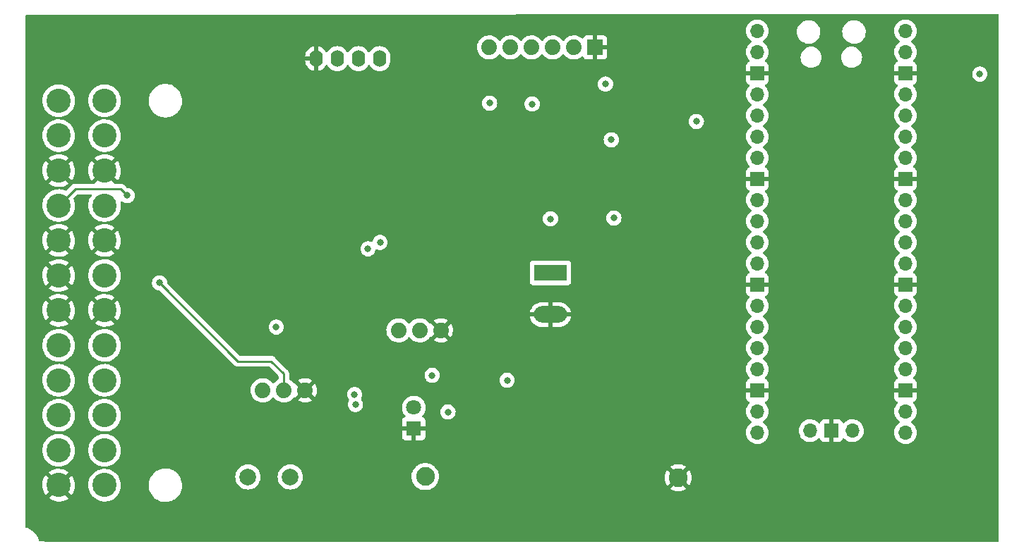
<source format=gbr>
%TF.GenerationSoftware,KiCad,Pcbnew,6.0.2+dfsg-1*%
%TF.CreationDate,2023-01-30T12:45:32-05:00*%
%TF.ProjectId,atx-power-fixture,6174782d-706f-4776-9572-2d6669787475,rev?*%
%TF.SameCoordinates,Original*%
%TF.FileFunction,Copper,L4,Bot*%
%TF.FilePolarity,Positive*%
%FSLAX46Y46*%
G04 Gerber Fmt 4.6, Leading zero omitted, Abs format (unit mm)*
G04 Created by KiCad (PCBNEW 6.0.2+dfsg-1) date 2023-01-30 12:45:32*
%MOMM*%
%LPD*%
G01*
G04 APERTURE LIST*
%TA.AperFunction,ComponentPad*%
%ADD10C,2.898140*%
%TD*%
%TA.AperFunction,ComponentPad*%
%ADD11R,3.960000X1.980000*%
%TD*%
%TA.AperFunction,ComponentPad*%
%ADD12O,3.960000X1.980000*%
%TD*%
%TA.AperFunction,ComponentPad*%
%ADD13C,2.247900*%
%TD*%
%TA.AperFunction,ComponentPad*%
%ADD14O,1.600000X2.000000*%
%TD*%
%TA.AperFunction,ComponentPad*%
%ADD15O,1.700000X1.700000*%
%TD*%
%TA.AperFunction,ComponentPad*%
%ADD16R,1.700000X1.700000*%
%TD*%
%TA.AperFunction,ComponentPad*%
%ADD17C,1.879600*%
%TD*%
%TA.AperFunction,ComponentPad*%
%ADD18R,1.879600X1.879600*%
%TD*%
%TA.AperFunction,ComponentPad*%
%ADD19R,1.800000X1.800000*%
%TD*%
%TA.AperFunction,ComponentPad*%
%ADD20C,1.800000*%
%TD*%
%TA.AperFunction,ComponentPad*%
%ADD21C,2.000000*%
%TD*%
%TA.AperFunction,ViaPad*%
%ADD22C,0.800000*%
%TD*%
%TA.AperFunction,Conductor*%
%ADD23C,0.250000*%
%TD*%
G04 APERTURE END LIST*
D10*
%TO.P,J1,1,3.3V*%
%TO.N,+3V3*%
X96400000Y-62599280D03*
%TO.P,J1,2,3.3V*%
X96400000Y-66800440D03*
%TO.P,J1,3,GND*%
%TO.N,GND*%
X96400000Y-70999060D03*
%TO.P,J1,4,5V*%
%TO.N,+5V*%
X96400000Y-75200220D03*
%TO.P,J1,5,GND*%
%TO.N,GND*%
X96400000Y-79398840D03*
%TO.P,J1,6,5V*%
%TO.N,+5V*%
X96400000Y-83600000D03*
%TO.P,J1,7,GND*%
%TO.N,GND*%
X96400000Y-87796080D03*
%TO.P,J1,8,PWR_OK*%
%TO.N,Net-(J1-Pad8)*%
X96400000Y-91997240D03*
%TO.P,J1,9,5V_STDBY*%
%TO.N,unconnected-(J1-Pad9)*%
X96400000Y-96195860D03*
%TO.P,J1,10,12V*%
%TO.N,+12Vin*%
X96400000Y-100397020D03*
%TO.P,J1,11,12V*%
X96400000Y-104595640D03*
%TO.P,J1,12,3.3V*%
%TO.N,+3V3*%
X96400000Y-108796800D03*
%TO.P,J1,13,3.3V*%
X90900900Y-62599280D03*
%TO.P,J1,14,-12V*%
%TO.N,unconnected-(J1-Pad14)*%
X90900900Y-66800440D03*
%TO.P,J1,15,GND*%
%TO.N,GND*%
X90900900Y-70999060D03*
%TO.P,J1,16,PS_ON*%
%TO.N,Net-(J1-Pad16)*%
X90900900Y-75200220D03*
%TO.P,J1,17,GND*%
%TO.N,GND*%
X90900900Y-79398840D03*
%TO.P,J1,18,GND*%
X90900900Y-83600000D03*
%TO.P,J1,19,GND*%
X90900900Y-87796080D03*
%TO.P,J1,20,NC*%
%TO.N,unconnected-(J1-Pad20)*%
X90900900Y-91997240D03*
%TO.P,J1,21,5V*%
%TO.N,+5V*%
X90900900Y-96195860D03*
%TO.P,J1,22,5V*%
X90900900Y-100397020D03*
%TO.P,J1,23,5V*%
X90900900Y-104595640D03*
%TO.P,J1,24,GND*%
%TO.N,GND*%
X90900900Y-108796800D03*
%TD*%
D11*
%TO.P,J2,1,Pin_1*%
%TO.N,IGNITION*%
X149900000Y-83300000D03*
D12*
%TO.P,J2,2,Pin_2*%
%TO.N,GND*%
X149900000Y-88300000D03*
%TD*%
D13*
%TO.P,J3,P$1,P$1*%
%TO.N,GND*%
X165229375Y-107900000D03*
%TD*%
D14*
%TO.P,U1,1,GND*%
%TO.N,GND*%
X121780000Y-57550000D03*
%TO.P,U1,2,VCC*%
%TO.N,+3V3*%
X124320000Y-57550000D03*
%TO.P,U1,3,SCL*%
%TO.N,SCL*%
X126860000Y-57550000D03*
%TO.P,U1,4,SDA*%
%TO.N,SDA*%
X129400000Y-57550000D03*
%TD*%
D13*
%TO.P,J4,P$1,P$1*%
%TO.N,+12V*%
X134870625Y-107753676D03*
%TD*%
D15*
%TO.P,U3,1,GPIO0*%
%TO.N,LocalTX*%
X174700000Y-54220000D03*
%TO.P,U3,2,GPIO1*%
%TO.N,LocalRX*%
X174700000Y-56760000D03*
D16*
%TO.P,U3,3,GND*%
%TO.N,GND*%
X174700000Y-59300000D03*
D15*
%TO.P,U3,4,GPIO2*%
%TO.N,LocalRTS*%
X174700000Y-61840000D03*
%TO.P,U3,5,GPIO3*%
%TO.N,LocalCTS*%
X174700000Y-64380000D03*
%TO.P,U3,6,GPIO4*%
%TO.N,unconnected-(U3-Pad6)*%
X174700000Y-66920000D03*
%TO.P,U3,7,GPIO5*%
%TO.N,unconnected-(U3-Pad7)*%
X174700000Y-69460000D03*
D16*
%TO.P,U3,8,GND*%
%TO.N,GND*%
X174700000Y-72000000D03*
D15*
%TO.P,U3,9,GPIO6*%
%TO.N,unconnected-(U3-Pad9)*%
X174700000Y-74540000D03*
%TO.P,U3,10,GPIO7*%
%TO.N,unconnected-(U3-Pad10)*%
X174700000Y-77080000D03*
%TO.P,U3,11,GPIO8*%
%TO.N,SDA*%
X174700000Y-79620000D03*
%TO.P,U3,12,GPIO9*%
%TO.N,SCL*%
X174700000Y-82160000D03*
D16*
%TO.P,U3,13,GND*%
%TO.N,GND*%
X174700000Y-84700000D03*
D15*
%TO.P,U3,14,GPIO10*%
%TO.N,unconnected-(U3-Pad14)*%
X174700000Y-87240000D03*
%TO.P,U3,15,GPIO11*%
%TO.N,unconnected-(U3-Pad15)*%
X174700000Y-89780000D03*
%TO.P,U3,16,GPIO12*%
%TO.N,unconnected-(U3-Pad16)*%
X174700000Y-92320000D03*
%TO.P,U3,17,GPIO13*%
%TO.N,unconnected-(U3-Pad17)*%
X174700000Y-94860000D03*
D16*
%TO.P,U3,18,GND*%
%TO.N,GND*%
X174700000Y-97400000D03*
D15*
%TO.P,U3,19,GPIO14*%
%TO.N,unconnected-(U3-Pad19)*%
X174700000Y-99940000D03*
%TO.P,U3,20,GPIO15*%
%TO.N,unconnected-(U3-Pad20)*%
X174700000Y-102480000D03*
%TO.P,U3,21,GPIO16*%
%TO.N,Net-(Q2-Pad1)*%
X192480000Y-102480000D03*
%TO.P,U3,22,GPIO17*%
%TO.N,Net-(R8-Pad2)*%
X192480000Y-99940000D03*
D16*
%TO.P,U3,23,GND*%
%TO.N,GND*%
X192480000Y-97400000D03*
D15*
%TO.P,U3,24,GPIO18*%
%TO.N,unconnected-(U3-Pad24)*%
X192480000Y-94860000D03*
%TO.P,U3,25,GPIO19*%
%TO.N,unconnected-(U3-Pad25)*%
X192480000Y-92320000D03*
%TO.P,U3,26,GPIO20*%
%TO.N,unconnected-(U3-Pad26)*%
X192480000Y-89780000D03*
%TO.P,U3,27,GPIO21*%
%TO.N,unconnected-(U3-Pad27)*%
X192480000Y-87240000D03*
D16*
%TO.P,U3,28,GND*%
%TO.N,GND*%
X192480000Y-84700000D03*
D15*
%TO.P,U3,29,GPIO22*%
%TO.N,unconnected-(U3-Pad29)*%
X192480000Y-82160000D03*
%TO.P,U3,30,RUN*%
%TO.N,unconnected-(U3-Pad30)*%
X192480000Y-79620000D03*
%TO.P,U3,31,GPIO26_ADC0*%
%TO.N,unconnected-(U3-Pad31)*%
X192480000Y-77080000D03*
%TO.P,U3,32,GPIO27_ADC1*%
%TO.N,unconnected-(U3-Pad32)*%
X192480000Y-74540000D03*
D16*
%TO.P,U3,33,AGND*%
%TO.N,GND*%
X192480000Y-72000000D03*
D15*
%TO.P,U3,34,GPIO28_ADC2*%
%TO.N,unconnected-(U3-Pad34)*%
X192480000Y-69460000D03*
%TO.P,U3,35,ADC_VREF*%
%TO.N,unconnected-(U3-Pad35)*%
X192480000Y-66920000D03*
%TO.P,U3,36,3V3*%
%TO.N,unconnected-(U3-Pad36)*%
X192480000Y-64380000D03*
%TO.P,U3,37,3V3_EN*%
%TO.N,unconnected-(U3-Pad37)*%
X192480000Y-61840000D03*
D16*
%TO.P,U3,38,GND*%
%TO.N,GND*%
X192480000Y-59300000D03*
D15*
%TO.P,U3,39,VSYS*%
%TO.N,/VSYS*%
X192480000Y-56760000D03*
%TO.P,U3,40,VBUS*%
%TO.N,/VBUS*%
X192480000Y-54220000D03*
%TO.P,U3,41,SWCLK*%
%TO.N,unconnected-(U3-Pad41)*%
X181050000Y-102250000D03*
D16*
%TO.P,U3,42,GND*%
%TO.N,GND*%
X183590000Y-102250000D03*
D15*
%TO.P,U3,43,SWDIO*%
%TO.N,unconnected-(U3-Pad43)*%
X186130000Y-102250000D03*
%TD*%
D17*
%TO.P,SW2,1,A*%
%TO.N,GND*%
X136740000Y-90200000D03*
%TO.P,SW2,2,B*%
%TO.N,Net-(R8-Pad2)*%
X134200000Y-90200000D03*
%TO.P,SW2,3*%
%TO.N,N/C*%
X131660000Y-90200000D03*
%TD*%
D18*
%TO.P,J5,1,GND*%
%TO.N,GND*%
X155260000Y-56200000D03*
D17*
%TO.P,J5,2,CTS*%
%TO.N,ConsoleCTS*%
X152720000Y-56200000D03*
%TO.P,J5,3,VCC*%
%TO.N,Net-(J5-Pad3)*%
X150180000Y-56200000D03*
%TO.P,J5,4,TXD*%
%TO.N,ConsoleTX*%
X147640000Y-56200000D03*
%TO.P,J5,5,RXD*%
%TO.N,ConsoleRX*%
X145100000Y-56200000D03*
%TO.P,J5,6,RTS*%
%TO.N,ConsoleRTS*%
X142560000Y-56200000D03*
%TD*%
D19*
%TO.P,D1,1,K*%
%TO.N,GND*%
X133500000Y-102000000D03*
D20*
%TO.P,D1,2,A*%
%TO.N,Net-(D1-Pad2)*%
X133500000Y-99460000D03*
%TD*%
D21*
%TO.P,F1,1*%
%TO.N,+12Vin*%
X113600000Y-107800000D03*
%TO.P,F1,2*%
%TO.N,Net-(F1-Pad2)*%
X118680000Y-107800000D03*
%TD*%
D17*
%TO.P,SW1,1,A*%
%TO.N,GND*%
X120440000Y-97400000D03*
%TO.P,SW1,2,B*%
%TO.N,Net-(J1-Pad16)*%
X117900000Y-97400000D03*
%TO.P,SW1,3*%
%TO.N,N/C*%
X115360000Y-97400000D03*
%TD*%
D22*
%TO.N,LocalRX*%
X167400000Y-65100000D03*
%TO.N,GND*%
X162430000Y-63170000D03*
X147670000Y-71130000D03*
X126000000Y-89800000D03*
X126524500Y-105300000D03*
X162440000Y-69640000D03*
X155270000Y-71170000D03*
X142300000Y-92700000D03*
%TO.N,+5V*%
X201400000Y-59400000D03*
X117000000Y-89800000D03*
%TO.N,IGNITION*%
X137600000Y-100000000D03*
X144700000Y-96200000D03*
%TO.N,LocalRTS*%
X157500000Y-76700000D03*
%TO.N,LocalTX*%
X149900000Y-76800000D03*
%TO.N,SDA*%
X129453751Y-79624713D03*
X126500000Y-99100000D03*
%TO.N,SCL*%
X128000000Y-80400000D03*
X126400000Y-97900000D03*
%TO.N,Net-(J1-Pad16)*%
X99100000Y-74000000D03*
X103000000Y-84500000D03*
%TO.N,Net-(Q2-Pad1)*%
X135700000Y-95600000D03*
%TO.N,Net-(R4-Pad2)*%
X157200000Y-67300000D03*
X147700000Y-63000000D03*
%TO.N,Net-(R5-Pad2)*%
X142600000Y-62900000D03*
X156500000Y-60600000D03*
%TD*%
D23*
%TO.N,Net-(J1-Pad16)*%
X90900900Y-75200220D02*
X92901120Y-73200000D01*
X103000000Y-84500000D02*
X112400000Y-93900000D01*
X98300000Y-73200000D02*
X99100000Y-74000000D01*
X92901120Y-73200000D02*
X98300000Y-73200000D01*
X116400000Y-93900000D02*
X117900000Y-95400000D01*
X117900000Y-95400000D02*
X117900000Y-97400000D01*
X112400000Y-93900000D02*
X116400000Y-93900000D01*
%TD*%
%TA.AperFunction,Conductor*%
%TO.N,GND*%
G36*
X203634031Y-52228483D02*
G01*
X203680569Y-52282099D01*
X203692000Y-52334539D01*
X203692000Y-115466000D01*
X203671998Y-115534121D01*
X203618342Y-115580614D01*
X203566000Y-115592000D01*
X89249039Y-115592000D01*
X89183209Y-115572313D01*
X89181772Y-115571044D01*
X89050052Y-115509201D01*
X89041190Y-115507821D01*
X89041186Y-115507820D01*
X88967019Y-115496273D01*
X88939577Y-115492000D01*
X88616183Y-115492000D01*
X88548062Y-115471998D01*
X88501569Y-115418342D01*
X88497410Y-115408060D01*
X88401904Y-115138359D01*
X88400473Y-115134318D01*
X88264478Y-114870832D01*
X88093982Y-114628241D01*
X87892140Y-114411033D01*
X87662686Y-114223228D01*
X87409868Y-114068300D01*
X87138363Y-113949118D01*
X86999479Y-113909556D01*
X86939447Y-113871659D01*
X86909432Y-113807319D01*
X86908000Y-113788378D01*
X86908000Y-110349487D01*
X89713380Y-110349487D01*
X89720770Y-110359789D01*
X89769243Y-110399252D01*
X89776522Y-110404367D01*
X90006320Y-110542717D01*
X90014244Y-110546754D01*
X90261249Y-110651348D01*
X90269654Y-110654226D01*
X90528943Y-110722974D01*
X90537664Y-110724638D01*
X90804058Y-110756168D01*
X90812923Y-110756586D01*
X91081088Y-110750266D01*
X91089948Y-110749429D01*
X91354534Y-110705390D01*
X91363191Y-110703311D01*
X91618940Y-110622429D01*
X91627201Y-110619158D01*
X91869005Y-110503045D01*
X91876730Y-110498639D01*
X92081547Y-110361785D01*
X92089835Y-110351867D01*
X92082578Y-110337688D01*
X90913712Y-109168822D01*
X90899768Y-109161208D01*
X90897935Y-109161339D01*
X90891320Y-109165590D01*
X89720546Y-110336364D01*
X89713380Y-110349487D01*
X86908000Y-110349487D01*
X86908000Y-108739622D01*
X88939974Y-108739622D01*
X88950505Y-109007657D01*
X88951480Y-109016486D01*
X88999673Y-109280367D01*
X89001882Y-109288969D01*
X89086774Y-109543422D01*
X89090178Y-109551640D01*
X89210076Y-109791594D01*
X89214594Y-109799233D01*
X89336979Y-109976311D01*
X89347297Y-109984662D01*
X89360952Y-109977538D01*
X90528878Y-108809612D01*
X90535256Y-108797932D01*
X91265308Y-108797932D01*
X91265439Y-108799765D01*
X91269690Y-108806380D01*
X92441246Y-109977936D01*
X92454646Y-109985253D01*
X92464551Y-109978266D01*
X92485382Y-109953483D01*
X92490602Y-109946298D01*
X92632555Y-109718685D01*
X92636707Y-109710845D01*
X92745175Y-109465494D01*
X92748181Y-109457144D01*
X92820994Y-109198968D01*
X92822795Y-109190275D01*
X92858670Y-108923181D01*
X92859198Y-108916788D01*
X92862868Y-108800022D01*
X92862741Y-108793579D01*
X92858604Y-108735154D01*
X94438398Y-108735154D01*
X94438573Y-108739606D01*
X94445456Y-108914775D01*
X94449282Y-109012161D01*
X94499088Y-109284871D01*
X94586822Y-109547843D01*
X94710734Y-109795829D01*
X94868351Y-110023882D01*
X95056528Y-110227452D01*
X95059982Y-110230264D01*
X95268055Y-110399662D01*
X95268059Y-110399665D01*
X95271512Y-110402476D01*
X95509012Y-110545463D01*
X95513107Y-110547197D01*
X95513109Y-110547198D01*
X95759068Y-110651348D01*
X95764289Y-110653559D01*
X95768582Y-110654697D01*
X95768587Y-110654699D01*
X95889931Y-110686872D01*
X96032251Y-110724607D01*
X96307550Y-110757191D01*
X96584694Y-110750660D01*
X96741220Y-110724607D01*
X96853763Y-110705875D01*
X96853767Y-110705874D01*
X96858153Y-110705144D01*
X96862394Y-110703803D01*
X96862397Y-110703802D01*
X97118224Y-110622894D01*
X97118226Y-110622893D01*
X97122470Y-110621551D01*
X97126481Y-110619625D01*
X97126486Y-110619623D01*
X97368353Y-110503480D01*
X97368354Y-110503479D01*
X97372372Y-110501550D01*
X97376729Y-110498639D01*
X97599165Y-110350013D01*
X97599169Y-110350010D01*
X97602873Y-110347535D01*
X97606190Y-110344564D01*
X97606194Y-110344561D01*
X97806055Y-110165550D01*
X97806056Y-110165549D01*
X97809373Y-110162578D01*
X97987752Y-109950370D01*
X98134452Y-109715145D01*
X98246544Y-109461597D01*
X98321793Y-109194784D01*
X98345734Y-109016541D01*
X98358270Y-108923213D01*
X98358271Y-108923205D01*
X98358697Y-108920031D01*
X98358963Y-108911562D01*
X98362469Y-108800022D01*
X98362469Y-108800017D01*
X98362570Y-108796800D01*
X98357595Y-108726538D01*
X101687912Y-108726538D01*
X101688065Y-108730926D01*
X101688065Y-108730932D01*
X101694556Y-108916788D01*
X101697715Y-109007244D01*
X101746489Y-109283855D01*
X101747844Y-109288026D01*
X101747846Y-109288033D01*
X101819763Y-109509370D01*
X101833285Y-109550986D01*
X101956414Y-109803437D01*
X102113478Y-110036295D01*
X102116422Y-110039564D01*
X102116423Y-110039566D01*
X102288128Y-110230264D01*
X102301422Y-110245028D01*
X102516587Y-110425573D01*
X102754785Y-110574415D01*
X103011380Y-110688659D01*
X103015608Y-110689871D01*
X103015607Y-110689871D01*
X103250015Y-110757086D01*
X103281377Y-110766079D01*
X103285727Y-110766690D01*
X103285730Y-110766691D01*
X103387760Y-110781030D01*
X103559521Y-110805170D01*
X103770091Y-110805170D01*
X103772277Y-110805017D01*
X103772281Y-110805017D01*
X103975769Y-110790788D01*
X103975774Y-110790787D01*
X103980154Y-110790481D01*
X103984448Y-110789568D01*
X103984450Y-110789568D01*
X104100658Y-110764867D01*
X104254894Y-110732083D01*
X104259025Y-110730579D01*
X104259030Y-110730578D01*
X104404064Y-110677789D01*
X104518832Y-110636017D01*
X104634689Y-110574415D01*
X104762941Y-110506223D01*
X104762947Y-110506219D01*
X104766833Y-110504153D01*
X104770393Y-110501566D01*
X104770397Y-110501564D01*
X104990505Y-110341646D01*
X104990508Y-110341644D01*
X104994068Y-110339057D01*
X104997235Y-110335999D01*
X105192949Y-110147000D01*
X105192953Y-110146995D01*
X105196114Y-110143943D01*
X105369040Y-109922609D01*
X105406238Y-109858180D01*
X105507274Y-109683181D01*
X105507277Y-109683176D01*
X105509479Y-109679361D01*
X105511129Y-109675277D01*
X105511132Y-109675271D01*
X105613048Y-109423018D01*
X105613049Y-109423015D01*
X105614697Y-109418936D01*
X105682648Y-109146401D01*
X105689520Y-109081024D01*
X105711549Y-108871431D01*
X105711549Y-108871428D01*
X105712008Y-108867062D01*
X105711705Y-108858370D01*
X105702359Y-108590754D01*
X105702358Y-108590748D01*
X105702205Y-108586356D01*
X105653431Y-108309745D01*
X105652076Y-108305574D01*
X105652074Y-108305567D01*
X105567996Y-108046803D01*
X105566635Y-108042614D01*
X105561350Y-108031777D01*
X105450708Y-107804930D01*
X105448304Y-107800000D01*
X112086835Y-107800000D01*
X112105465Y-108036711D01*
X112106619Y-108041518D01*
X112106620Y-108041524D01*
X112139610Y-108178935D01*
X112160895Y-108267594D01*
X112162788Y-108272165D01*
X112162789Y-108272167D01*
X112242206Y-108463897D01*
X112251760Y-108486963D01*
X112254346Y-108491183D01*
X112373241Y-108685202D01*
X112373245Y-108685208D01*
X112375824Y-108689416D01*
X112466572Y-108795668D01*
X112520125Y-108858370D01*
X112530031Y-108869969D01*
X112710584Y-109024176D01*
X112714792Y-109026755D01*
X112714798Y-109026759D01*
X112902898Y-109142027D01*
X112913037Y-109148240D01*
X112917607Y-109150133D01*
X112917611Y-109150135D01*
X113127833Y-109237211D01*
X113132406Y-109239105D01*
X113212609Y-109258360D01*
X113358476Y-109293380D01*
X113358482Y-109293381D01*
X113363289Y-109294535D01*
X113600000Y-109313165D01*
X113836711Y-109294535D01*
X113841518Y-109293381D01*
X113841524Y-109293380D01*
X113987391Y-109258360D01*
X114067594Y-109239105D01*
X114072167Y-109237211D01*
X114282389Y-109150135D01*
X114282393Y-109150133D01*
X114286963Y-109148240D01*
X114297102Y-109142027D01*
X114485202Y-109026759D01*
X114485208Y-109026755D01*
X114489416Y-109024176D01*
X114669969Y-108869969D01*
X114679876Y-108858370D01*
X114733428Y-108795668D01*
X114824176Y-108689416D01*
X114826755Y-108685208D01*
X114826759Y-108685202D01*
X114945654Y-108491183D01*
X114948240Y-108486963D01*
X114957795Y-108463897D01*
X115037211Y-108272167D01*
X115037212Y-108272165D01*
X115039105Y-108267594D01*
X115060390Y-108178935D01*
X115093380Y-108041524D01*
X115093381Y-108041518D01*
X115094535Y-108036711D01*
X115113165Y-107800000D01*
X117166835Y-107800000D01*
X117185465Y-108036711D01*
X117186619Y-108041518D01*
X117186620Y-108041524D01*
X117219610Y-108178935D01*
X117240895Y-108267594D01*
X117242788Y-108272165D01*
X117242789Y-108272167D01*
X117322206Y-108463897D01*
X117331760Y-108486963D01*
X117334346Y-108491183D01*
X117453241Y-108685202D01*
X117453245Y-108685208D01*
X117455824Y-108689416D01*
X117546572Y-108795668D01*
X117600125Y-108858370D01*
X117610031Y-108869969D01*
X117790584Y-109024176D01*
X117794792Y-109026755D01*
X117794798Y-109026759D01*
X117982898Y-109142027D01*
X117993037Y-109148240D01*
X117997607Y-109150133D01*
X117997611Y-109150135D01*
X118207833Y-109237211D01*
X118212406Y-109239105D01*
X118292609Y-109258360D01*
X118438476Y-109293380D01*
X118438482Y-109293381D01*
X118443289Y-109294535D01*
X118680000Y-109313165D01*
X118916711Y-109294535D01*
X118921518Y-109293381D01*
X118921524Y-109293380D01*
X119067391Y-109258360D01*
X119147594Y-109239105D01*
X119152167Y-109237211D01*
X119362389Y-109150135D01*
X119362393Y-109150133D01*
X119366963Y-109148240D01*
X119377102Y-109142027D01*
X119565202Y-109026759D01*
X119565208Y-109026755D01*
X119569416Y-109024176D01*
X119749969Y-108869969D01*
X119759876Y-108858370D01*
X119813428Y-108795668D01*
X119904176Y-108689416D01*
X119906755Y-108685208D01*
X119906759Y-108685202D01*
X120025654Y-108491183D01*
X120028240Y-108486963D01*
X120037795Y-108463897D01*
X120117211Y-108272167D01*
X120117212Y-108272165D01*
X120119105Y-108267594D01*
X120140390Y-108178935D01*
X120173380Y-108041524D01*
X120173381Y-108041518D01*
X120174535Y-108036711D01*
X120193165Y-107800000D01*
X120189519Y-107753676D01*
X133233127Y-107753676D01*
X133253287Y-108009837D01*
X133254441Y-108014644D01*
X133254442Y-108014650D01*
X133287213Y-108151149D01*
X133313272Y-108259691D01*
X133315165Y-108264262D01*
X133315166Y-108264264D01*
X133405517Y-108482389D01*
X133411604Y-108497085D01*
X133545861Y-108716173D01*
X133549073Y-108719933D01*
X133549076Y-108719938D01*
X133674007Y-108866213D01*
X133712739Y-108911562D01*
X133716501Y-108914775D01*
X133904363Y-109075225D01*
X133904368Y-109075228D01*
X133908128Y-109078440D01*
X134127216Y-109212697D01*
X134131786Y-109214590D01*
X134131790Y-109214592D01*
X134360037Y-109309135D01*
X134364610Y-109311029D01*
X134452182Y-109332053D01*
X134609651Y-109369859D01*
X134609657Y-109369860D01*
X134614464Y-109371014D01*
X134870625Y-109391174D01*
X135126786Y-109371014D01*
X135131593Y-109369860D01*
X135131599Y-109369859D01*
X135289068Y-109332053D01*
X135376640Y-109311029D01*
X135381213Y-109309135D01*
X135587411Y-109223725D01*
X164271005Y-109223725D01*
X164274656Y-109228943D01*
X164481974Y-109355988D01*
X164490768Y-109360469D01*
X164718942Y-109454982D01*
X164728327Y-109458031D01*
X164968479Y-109515687D01*
X164978226Y-109517230D01*
X165224445Y-109536608D01*
X165234305Y-109536608D01*
X165480524Y-109517230D01*
X165490271Y-109515687D01*
X165730423Y-109458031D01*
X165739808Y-109454982D01*
X165967982Y-109360469D01*
X165976776Y-109355988D01*
X166182588Y-109229866D01*
X166187818Y-109221855D01*
X166181810Y-109211645D01*
X165242187Y-108272022D01*
X165228243Y-108264408D01*
X165226410Y-108264539D01*
X165219795Y-108268790D01*
X164278396Y-109210189D01*
X164271005Y-109223725D01*
X135587411Y-109223725D01*
X135609460Y-109214592D01*
X135609464Y-109214590D01*
X135614034Y-109212697D01*
X135833122Y-109078440D01*
X135836882Y-109075228D01*
X135836887Y-109075225D01*
X136024749Y-108914775D01*
X136028511Y-108911562D01*
X136067243Y-108866213D01*
X136192174Y-108719938D01*
X136192177Y-108719933D01*
X136195389Y-108716173D01*
X136329646Y-108497085D01*
X136335734Y-108482389D01*
X136426084Y-108264264D01*
X136426085Y-108264262D01*
X136427978Y-108259691D01*
X136454037Y-108151149D01*
X136486808Y-108014650D01*
X136486809Y-108014644D01*
X136487963Y-108009837D01*
X136496219Y-107904930D01*
X163592767Y-107904930D01*
X163612145Y-108151149D01*
X163613688Y-108160896D01*
X163671344Y-108401048D01*
X163674393Y-108410433D01*
X163768906Y-108638607D01*
X163773387Y-108647401D01*
X163899509Y-108853213D01*
X163907520Y-108858443D01*
X163917730Y-108852435D01*
X164857353Y-107912812D01*
X164863731Y-107901132D01*
X165593783Y-107901132D01*
X165593914Y-107902965D01*
X165598165Y-107909580D01*
X166539564Y-108850979D01*
X166553100Y-108858370D01*
X166558318Y-108854719D01*
X166685363Y-108647401D01*
X166689844Y-108638607D01*
X166784357Y-108410433D01*
X166787406Y-108401048D01*
X166845062Y-108160896D01*
X166846605Y-108151149D01*
X166865983Y-107904930D01*
X166865983Y-107895070D01*
X166846605Y-107648851D01*
X166845062Y-107639104D01*
X166787406Y-107398952D01*
X166784357Y-107389567D01*
X166689844Y-107161393D01*
X166685363Y-107152599D01*
X166559241Y-106946787D01*
X166551230Y-106941557D01*
X166541020Y-106947565D01*
X165601397Y-107887188D01*
X165593783Y-107901132D01*
X164863731Y-107901132D01*
X164864967Y-107898868D01*
X164864836Y-107897035D01*
X164860585Y-107890420D01*
X163919186Y-106949021D01*
X163905650Y-106941630D01*
X163900432Y-106945281D01*
X163773387Y-107152599D01*
X163768906Y-107161393D01*
X163674393Y-107389567D01*
X163671344Y-107398952D01*
X163613688Y-107639104D01*
X163612145Y-107648851D01*
X163592767Y-107895070D01*
X163592767Y-107904930D01*
X136496219Y-107904930D01*
X136508123Y-107753676D01*
X136487963Y-107497515D01*
X136486809Y-107492708D01*
X136486808Y-107492702D01*
X136429133Y-107252473D01*
X136427978Y-107247661D01*
X136396164Y-107170855D01*
X136331541Y-107014841D01*
X136331539Y-107014837D01*
X136329646Y-107010267D01*
X136195389Y-106791179D01*
X136192177Y-106787419D01*
X136192174Y-106787414D01*
X136031724Y-106599552D01*
X136028511Y-106595790D01*
X136007851Y-106578145D01*
X164270932Y-106578145D01*
X164276940Y-106588355D01*
X165216563Y-107527978D01*
X165230507Y-107535592D01*
X165232340Y-107535461D01*
X165238955Y-107531210D01*
X166180354Y-106589811D01*
X166187745Y-106576275D01*
X166184094Y-106571057D01*
X165976776Y-106444012D01*
X165967982Y-106439531D01*
X165739808Y-106345018D01*
X165730423Y-106341969D01*
X165490271Y-106284313D01*
X165480524Y-106282770D01*
X165234305Y-106263392D01*
X165224445Y-106263392D01*
X164978226Y-106282770D01*
X164968479Y-106284313D01*
X164728327Y-106341969D01*
X164718942Y-106345018D01*
X164490768Y-106439531D01*
X164481974Y-106444012D01*
X164276162Y-106570134D01*
X164270932Y-106578145D01*
X136007851Y-106578145D01*
X135974435Y-106549605D01*
X135836887Y-106432127D01*
X135836882Y-106432124D01*
X135833122Y-106428912D01*
X135614034Y-106294655D01*
X135609464Y-106292762D01*
X135609460Y-106292760D01*
X135381213Y-106198217D01*
X135381211Y-106198216D01*
X135376640Y-106196323D01*
X135289068Y-106175299D01*
X135131599Y-106137493D01*
X135131593Y-106137492D01*
X135126786Y-106136338D01*
X134870625Y-106116178D01*
X134614464Y-106136338D01*
X134609657Y-106137492D01*
X134609651Y-106137493D01*
X134452182Y-106175299D01*
X134364610Y-106196323D01*
X134360039Y-106198216D01*
X134360037Y-106198217D01*
X134131790Y-106292760D01*
X134131786Y-106292762D01*
X134127216Y-106294655D01*
X133908128Y-106428912D01*
X133904368Y-106432124D01*
X133904363Y-106432127D01*
X133766815Y-106549605D01*
X133712739Y-106595790D01*
X133709526Y-106599552D01*
X133549076Y-106787414D01*
X133549073Y-106787419D01*
X133545861Y-106791179D01*
X133411604Y-107010267D01*
X133409711Y-107014837D01*
X133409709Y-107014841D01*
X133345086Y-107170855D01*
X133313272Y-107247661D01*
X133312117Y-107252473D01*
X133254442Y-107492702D01*
X133254441Y-107492708D01*
X133253287Y-107497515D01*
X133233127Y-107753676D01*
X120189519Y-107753676D01*
X120174535Y-107563289D01*
X120173099Y-107557305D01*
X120120260Y-107337218D01*
X120119105Y-107332406D01*
X120117211Y-107327833D01*
X120030135Y-107117611D01*
X120030133Y-107117607D01*
X120028240Y-107113037D01*
X120013784Y-107089447D01*
X119906759Y-106914798D01*
X119906755Y-106914792D01*
X119904176Y-106910584D01*
X119749969Y-106730031D01*
X119569416Y-106575824D01*
X119565208Y-106573245D01*
X119565202Y-106573241D01*
X119371183Y-106454346D01*
X119366963Y-106451760D01*
X119362393Y-106449867D01*
X119362389Y-106449865D01*
X119152167Y-106362789D01*
X119152165Y-106362788D01*
X119147594Y-106360895D01*
X119067391Y-106341640D01*
X118921524Y-106306620D01*
X118921518Y-106306619D01*
X118916711Y-106305465D01*
X118680000Y-106286835D01*
X118443289Y-106305465D01*
X118438482Y-106306619D01*
X118438476Y-106306620D01*
X118292609Y-106341640D01*
X118212406Y-106360895D01*
X118207835Y-106362788D01*
X118207833Y-106362789D01*
X117997611Y-106449865D01*
X117997607Y-106449867D01*
X117993037Y-106451760D01*
X117988817Y-106454346D01*
X117794798Y-106573241D01*
X117794792Y-106573245D01*
X117790584Y-106575824D01*
X117610031Y-106730031D01*
X117455824Y-106910584D01*
X117453245Y-106914792D01*
X117453241Y-106914798D01*
X117346216Y-107089447D01*
X117331760Y-107113037D01*
X117329867Y-107117607D01*
X117329865Y-107117611D01*
X117242789Y-107327833D01*
X117240895Y-107332406D01*
X117239740Y-107337218D01*
X117186902Y-107557305D01*
X117185465Y-107563289D01*
X117166835Y-107800000D01*
X115113165Y-107800000D01*
X115094535Y-107563289D01*
X115093099Y-107557305D01*
X115040260Y-107337218D01*
X115039105Y-107332406D01*
X115037211Y-107327833D01*
X114950135Y-107117611D01*
X114950133Y-107117607D01*
X114948240Y-107113037D01*
X114933784Y-107089447D01*
X114826759Y-106914798D01*
X114826755Y-106914792D01*
X114824176Y-106910584D01*
X114669969Y-106730031D01*
X114489416Y-106575824D01*
X114485208Y-106573245D01*
X114485202Y-106573241D01*
X114291183Y-106454346D01*
X114286963Y-106451760D01*
X114282393Y-106449867D01*
X114282389Y-106449865D01*
X114072167Y-106362789D01*
X114072165Y-106362788D01*
X114067594Y-106360895D01*
X113987391Y-106341640D01*
X113841524Y-106306620D01*
X113841518Y-106306619D01*
X113836711Y-106305465D01*
X113600000Y-106286835D01*
X113363289Y-106305465D01*
X113358482Y-106306619D01*
X113358476Y-106306620D01*
X113212609Y-106341640D01*
X113132406Y-106360895D01*
X113127835Y-106362788D01*
X113127833Y-106362789D01*
X112917611Y-106449865D01*
X112917607Y-106449867D01*
X112913037Y-106451760D01*
X112908817Y-106454346D01*
X112714798Y-106573241D01*
X112714792Y-106573245D01*
X112710584Y-106575824D01*
X112530031Y-106730031D01*
X112375824Y-106910584D01*
X112373245Y-106914792D01*
X112373241Y-106914798D01*
X112266216Y-107089447D01*
X112251760Y-107113037D01*
X112249867Y-107117607D01*
X112249865Y-107117611D01*
X112162789Y-107327833D01*
X112160895Y-107332406D01*
X112159740Y-107337218D01*
X112106902Y-107557305D01*
X112105465Y-107563289D01*
X112086835Y-107800000D01*
X105448304Y-107800000D01*
X105443506Y-107790163D01*
X105286442Y-107557305D01*
X105237050Y-107502449D01*
X105101446Y-107351846D01*
X105101445Y-107351845D01*
X105098498Y-107348572D01*
X104883333Y-107168027D01*
X104645135Y-107019185D01*
X104465662Y-106939278D01*
X104392554Y-106906728D01*
X104392552Y-106906727D01*
X104388540Y-106904941D01*
X104145382Y-106835217D01*
X104122770Y-106828733D01*
X104122769Y-106828733D01*
X104118543Y-106827521D01*
X104114193Y-106826910D01*
X104114190Y-106826909D01*
X104012160Y-106812570D01*
X103840399Y-106788430D01*
X103629829Y-106788430D01*
X103627643Y-106788583D01*
X103627639Y-106788583D01*
X103424151Y-106802812D01*
X103424146Y-106802813D01*
X103419766Y-106803119D01*
X103415472Y-106804032D01*
X103415470Y-106804032D01*
X103307843Y-106826909D01*
X103145026Y-106861517D01*
X103140895Y-106863021D01*
X103140890Y-106863022D01*
X103031267Y-106902922D01*
X102881088Y-106957583D01*
X102877201Y-106959650D01*
X102636979Y-107087377D01*
X102636973Y-107087381D01*
X102633087Y-107089447D01*
X102629527Y-107092034D01*
X102629523Y-107092036D01*
X102415324Y-107247661D01*
X102405852Y-107254543D01*
X102402688Y-107257599D01*
X102402685Y-107257601D01*
X102206971Y-107446600D01*
X102206967Y-107446605D01*
X102203806Y-107449657D01*
X102201099Y-107453122D01*
X102201097Y-107453124D01*
X102140089Y-107531210D01*
X102030880Y-107670991D01*
X102028677Y-107674807D01*
X101893131Y-107909580D01*
X101890441Y-107914239D01*
X101888791Y-107918323D01*
X101888788Y-107918329D01*
X101786872Y-108170582D01*
X101785223Y-108174664D01*
X101784158Y-108178933D01*
X101784158Y-108178935D01*
X101762053Y-108267594D01*
X101717272Y-108447199D01*
X101716813Y-108451569D01*
X101716812Y-108451573D01*
X101688371Y-108722169D01*
X101687912Y-108726538D01*
X98357595Y-108726538D01*
X98342991Y-108520271D01*
X98337015Y-108492511D01*
X98285580Y-108253607D01*
X98285580Y-108253605D01*
X98284644Y-108249260D01*
X98188693Y-107989174D01*
X98057053Y-107745202D01*
X98054412Y-107741627D01*
X98054408Y-107741620D01*
X97895003Y-107525805D01*
X97892350Y-107522213D01*
X97850267Y-107479463D01*
X97701002Y-107327836D01*
X97700999Y-107327833D01*
X97697871Y-107324655D01*
X97694332Y-107321954D01*
X97694325Y-107321948D01*
X97548024Y-107210295D01*
X97477496Y-107156470D01*
X97423890Y-107126449D01*
X97239513Y-107023193D01*
X97239512Y-107023193D01*
X97235622Y-107021014D01*
X97196935Y-107006047D01*
X96981230Y-106922596D01*
X96981224Y-106922594D01*
X96977075Y-106920989D01*
X96972743Y-106919985D01*
X96972740Y-106919984D01*
X96862405Y-106894410D01*
X96707014Y-106858392D01*
X96430827Y-106834472D01*
X96426392Y-106834716D01*
X96426388Y-106834716D01*
X96313945Y-106840904D01*
X96154025Y-106849705D01*
X96149662Y-106850573D01*
X96149661Y-106850573D01*
X96112284Y-106858008D01*
X95882131Y-106903789D01*
X95763978Y-106945281D01*
X95624776Y-106994164D01*
X95624768Y-106994167D01*
X95620569Y-106995642D01*
X95616616Y-106997695D01*
X95616610Y-106997698D01*
X95477714Y-107069849D01*
X95374560Y-107123434D01*
X95370945Y-107126017D01*
X95370939Y-107126021D01*
X95228434Y-107227857D01*
X95149011Y-107284614D01*
X95145791Y-107287686D01*
X94972367Y-107453124D01*
X94948422Y-107475966D01*
X94945666Y-107479462D01*
X94945665Y-107479463D01*
X94819814Y-107639104D01*
X94776796Y-107693672D01*
X94774559Y-107697524D01*
X94639792Y-107929542D01*
X94639789Y-107929548D01*
X94637558Y-107933389D01*
X94635888Y-107937512D01*
X94538102Y-108178935D01*
X94533485Y-108190333D01*
X94532414Y-108194646D01*
X94532412Y-108194651D01*
X94515052Y-108264539D01*
X94466654Y-108459377D01*
X94438398Y-108735154D01*
X92858604Y-108735154D01*
X92843710Y-108524791D01*
X92842457Y-108515988D01*
X92785999Y-108253752D01*
X92783520Y-108245219D01*
X92690677Y-107993557D01*
X92687022Y-107985462D01*
X92559646Y-107749393D01*
X92554884Y-107741888D01*
X92463747Y-107618498D01*
X92452622Y-107610058D01*
X92440026Y-107616884D01*
X91272922Y-108783988D01*
X91265308Y-108797932D01*
X90535256Y-108797932D01*
X90536492Y-108795668D01*
X90536361Y-108793835D01*
X90532110Y-108787220D01*
X89361777Y-107616887D01*
X89348937Y-107609876D01*
X89338245Y-107617673D01*
X89280870Y-107690454D01*
X89275875Y-107697803D01*
X89141139Y-107929768D01*
X89137240Y-107937726D01*
X89036535Y-108186354D01*
X89033786Y-108194816D01*
X88969123Y-108455136D01*
X88967594Y-108463897D01*
X88940253Y-108730739D01*
X88939974Y-108739622D01*
X86908000Y-108739622D01*
X86908000Y-107244312D01*
X89713767Y-107244312D01*
X89720747Y-107257437D01*
X90888088Y-108424778D01*
X90902032Y-108432392D01*
X90903865Y-108432261D01*
X90910480Y-108428010D01*
X92080715Y-107257775D01*
X92087569Y-107245223D01*
X92079362Y-107234153D01*
X91981662Y-107159590D01*
X91974237Y-107154713D01*
X91740198Y-107023645D01*
X91732145Y-107019856D01*
X91481982Y-106923075D01*
X91473492Y-106920463D01*
X91212174Y-106859893D01*
X91203396Y-106858503D01*
X90936151Y-106835357D01*
X90927280Y-106835217D01*
X90659431Y-106849958D01*
X90650621Y-106851072D01*
X90387535Y-106903402D01*
X90378960Y-106905748D01*
X90125876Y-106994624D01*
X90117709Y-106998158D01*
X89879673Y-107121809D01*
X89872101Y-107126449D01*
X89722170Y-107233590D01*
X89713767Y-107244312D01*
X86908000Y-107244312D01*
X86908000Y-104533994D01*
X88939298Y-104533994D01*
X88950182Y-104811001D01*
X88999988Y-105083711D01*
X89087722Y-105346683D01*
X89211634Y-105594669D01*
X89369251Y-105822722D01*
X89557428Y-106026292D01*
X89560882Y-106029104D01*
X89768955Y-106198502D01*
X89768959Y-106198505D01*
X89772412Y-106201316D01*
X90009912Y-106344303D01*
X90014007Y-106346037D01*
X90014009Y-106346038D01*
X90259205Y-106449865D01*
X90265189Y-106452399D01*
X90269482Y-106453537D01*
X90269487Y-106453539D01*
X90409262Y-106490599D01*
X90533151Y-106523447D01*
X90808450Y-106556031D01*
X91085594Y-106549500D01*
X91242120Y-106523447D01*
X91354663Y-106504715D01*
X91354667Y-106504714D01*
X91359053Y-106503984D01*
X91363294Y-106502643D01*
X91363297Y-106502642D01*
X91619124Y-106421734D01*
X91619126Y-106421733D01*
X91623370Y-106420391D01*
X91627381Y-106418465D01*
X91627386Y-106418463D01*
X91869253Y-106302320D01*
X91869254Y-106302319D01*
X91873272Y-106300390D01*
X91881855Y-106294655D01*
X92100065Y-106148853D01*
X92100069Y-106148850D01*
X92103773Y-106146375D01*
X92107090Y-106143404D01*
X92107094Y-106143401D01*
X92306955Y-105964390D01*
X92306956Y-105964389D01*
X92310273Y-105961418D01*
X92488652Y-105749210D01*
X92635352Y-105513985D01*
X92747444Y-105260437D01*
X92822693Y-104993624D01*
X92846634Y-104815381D01*
X92859170Y-104722053D01*
X92859171Y-104722045D01*
X92859597Y-104718871D01*
X92863470Y-104595640D01*
X92859105Y-104533994D01*
X94438398Y-104533994D01*
X94449282Y-104811001D01*
X94499088Y-105083711D01*
X94586822Y-105346683D01*
X94710734Y-105594669D01*
X94868351Y-105822722D01*
X95056528Y-106026292D01*
X95059982Y-106029104D01*
X95268055Y-106198502D01*
X95268059Y-106198505D01*
X95271512Y-106201316D01*
X95509012Y-106344303D01*
X95513107Y-106346037D01*
X95513109Y-106346038D01*
X95758305Y-106449865D01*
X95764289Y-106452399D01*
X95768582Y-106453537D01*
X95768587Y-106453539D01*
X95908362Y-106490599D01*
X96032251Y-106523447D01*
X96307550Y-106556031D01*
X96584694Y-106549500D01*
X96741220Y-106523447D01*
X96853763Y-106504715D01*
X96853767Y-106504714D01*
X96858153Y-106503984D01*
X96862394Y-106502643D01*
X96862397Y-106502642D01*
X97118224Y-106421734D01*
X97118226Y-106421733D01*
X97122470Y-106420391D01*
X97126481Y-106418465D01*
X97126486Y-106418463D01*
X97368353Y-106302320D01*
X97368354Y-106302319D01*
X97372372Y-106300390D01*
X97380955Y-106294655D01*
X97599165Y-106148853D01*
X97599169Y-106148850D01*
X97602873Y-106146375D01*
X97606190Y-106143404D01*
X97606194Y-106143401D01*
X97806055Y-105964390D01*
X97806056Y-105964389D01*
X97809373Y-105961418D01*
X97987752Y-105749210D01*
X98134452Y-105513985D01*
X98246544Y-105260437D01*
X98321793Y-104993624D01*
X98345734Y-104815381D01*
X98358270Y-104722053D01*
X98358271Y-104722045D01*
X98358697Y-104718871D01*
X98362570Y-104595640D01*
X98342991Y-104319111D01*
X98284644Y-104048100D01*
X98188693Y-103788014D01*
X98090661Y-103606328D01*
X98059166Y-103547958D01*
X98057053Y-103544042D01*
X98054412Y-103540467D01*
X98054408Y-103540460D01*
X97895003Y-103324645D01*
X97892350Y-103321053D01*
X97859349Y-103287529D01*
X97764013Y-103190684D01*
X97697871Y-103123495D01*
X97694332Y-103120794D01*
X97694325Y-103120788D01*
X97518303Y-102986453D01*
X97477496Y-102955310D01*
X97463440Y-102947438D01*
X97458496Y-102944669D01*
X132092001Y-102944669D01*
X132092371Y-102951490D01*
X132097895Y-103002352D01*
X132101521Y-103017604D01*
X132146676Y-103138054D01*
X132155214Y-103153649D01*
X132231715Y-103255724D01*
X132244276Y-103268285D01*
X132346351Y-103344786D01*
X132361946Y-103353324D01*
X132482394Y-103398478D01*
X132497649Y-103402105D01*
X132548514Y-103407631D01*
X132555328Y-103408000D01*
X133227885Y-103408000D01*
X133243124Y-103403525D01*
X133244329Y-103402135D01*
X133246000Y-103394452D01*
X133246000Y-103389884D01*
X133754000Y-103389884D01*
X133758475Y-103405123D01*
X133759865Y-103406328D01*
X133767548Y-103407999D01*
X134444669Y-103407999D01*
X134451490Y-103407629D01*
X134502352Y-103402105D01*
X134517604Y-103398479D01*
X134638054Y-103353324D01*
X134653649Y-103344786D01*
X134755724Y-103268285D01*
X134768285Y-103255724D01*
X134844786Y-103153649D01*
X134853324Y-103138054D01*
X134898478Y-103017606D01*
X134902105Y-103002351D01*
X134907631Y-102951486D01*
X134908000Y-102944672D01*
X134908000Y-102446695D01*
X173337251Y-102446695D01*
X173337548Y-102451848D01*
X173337548Y-102451851D01*
X173343011Y-102546590D01*
X173350110Y-102669715D01*
X173351247Y-102674761D01*
X173351248Y-102674767D01*
X173371119Y-102762939D01*
X173399222Y-102887639D01*
X173445802Y-103002352D01*
X173478734Y-103083454D01*
X173483266Y-103094616D01*
X173507087Y-103133489D01*
X173591804Y-103271734D01*
X173599987Y-103285088D01*
X173746250Y-103453938D01*
X173918126Y-103596632D01*
X174111000Y-103709338D01*
X174319692Y-103789030D01*
X174324760Y-103790061D01*
X174324763Y-103790062D01*
X174432017Y-103811883D01*
X174538597Y-103833567D01*
X174543772Y-103833757D01*
X174543774Y-103833757D01*
X174756673Y-103841564D01*
X174756677Y-103841564D01*
X174761837Y-103841753D01*
X174766957Y-103841097D01*
X174766959Y-103841097D01*
X174978288Y-103814025D01*
X174978289Y-103814025D01*
X174983416Y-103813368D01*
X174988366Y-103811883D01*
X175192429Y-103750661D01*
X175192434Y-103750659D01*
X175197384Y-103749174D01*
X175397994Y-103650896D01*
X175579860Y-103521173D01*
X175621842Y-103479338D01*
X175680488Y-103420896D01*
X175738096Y-103363489D01*
X175751536Y-103344786D01*
X175865435Y-103186277D01*
X175868453Y-103182077D01*
X175873341Y-103172188D01*
X175965136Y-102986453D01*
X175965137Y-102986451D01*
X175967430Y-102981811D01*
X176004491Y-102859829D01*
X176030865Y-102773023D01*
X176030865Y-102773021D01*
X176032370Y-102768069D01*
X176061529Y-102546590D01*
X176063156Y-102480000D01*
X176044852Y-102257361D01*
X176034637Y-102216695D01*
X179687251Y-102216695D01*
X179687548Y-102221848D01*
X179687548Y-102221851D01*
X179693011Y-102316590D01*
X179700110Y-102439715D01*
X179701247Y-102444761D01*
X179701248Y-102444767D01*
X179709947Y-102483365D01*
X179749222Y-102657639D01*
X179833266Y-102864616D01*
X179850307Y-102892425D01*
X179907928Y-102986453D01*
X179949987Y-103055088D01*
X180096250Y-103223938D01*
X180268126Y-103366632D01*
X180461000Y-103479338D01*
X180465825Y-103481180D01*
X180465826Y-103481181D01*
X180538612Y-103508975D01*
X180669692Y-103559030D01*
X180674760Y-103560061D01*
X180674763Y-103560062D01*
X180782017Y-103581883D01*
X180888597Y-103603567D01*
X180893772Y-103603757D01*
X180893774Y-103603757D01*
X181106673Y-103611564D01*
X181106677Y-103611564D01*
X181111837Y-103611753D01*
X181116957Y-103611097D01*
X181116959Y-103611097D01*
X181328288Y-103584025D01*
X181328289Y-103584025D01*
X181333416Y-103583368D01*
X181338366Y-103581883D01*
X181542429Y-103520661D01*
X181542434Y-103520659D01*
X181547384Y-103519174D01*
X181747994Y-103420896D01*
X181929860Y-103291173D01*
X181935967Y-103285088D01*
X182038479Y-103182933D01*
X182100851Y-103149017D01*
X182171658Y-103154205D01*
X182228419Y-103196851D01*
X182245401Y-103227954D01*
X182286676Y-103338054D01*
X182295214Y-103353649D01*
X182371715Y-103455724D01*
X182384276Y-103468285D01*
X182486351Y-103544786D01*
X182501946Y-103553324D01*
X182622394Y-103598478D01*
X182637649Y-103602105D01*
X182688514Y-103607631D01*
X182695328Y-103608000D01*
X183317885Y-103608000D01*
X183333124Y-103603525D01*
X183334329Y-103602135D01*
X183336000Y-103594452D01*
X183336000Y-103589884D01*
X183844000Y-103589884D01*
X183848475Y-103605123D01*
X183849865Y-103606328D01*
X183857548Y-103607999D01*
X184484669Y-103607999D01*
X184491490Y-103607629D01*
X184542352Y-103602105D01*
X184557604Y-103598479D01*
X184678054Y-103553324D01*
X184693649Y-103544786D01*
X184795724Y-103468285D01*
X184808285Y-103455724D01*
X184884786Y-103353649D01*
X184893324Y-103338054D01*
X184934225Y-103228952D01*
X184976867Y-103172188D01*
X185043428Y-103147488D01*
X185112777Y-103162696D01*
X185147444Y-103190684D01*
X185172865Y-103220031D01*
X185172869Y-103220035D01*
X185176250Y-103223938D01*
X185348126Y-103366632D01*
X185541000Y-103479338D01*
X185545825Y-103481180D01*
X185545826Y-103481181D01*
X185618612Y-103508975D01*
X185749692Y-103559030D01*
X185754760Y-103560061D01*
X185754763Y-103560062D01*
X185862017Y-103581883D01*
X185968597Y-103603567D01*
X185973772Y-103603757D01*
X185973774Y-103603757D01*
X186186673Y-103611564D01*
X186186677Y-103611564D01*
X186191837Y-103611753D01*
X186196957Y-103611097D01*
X186196959Y-103611097D01*
X186408288Y-103584025D01*
X186408289Y-103584025D01*
X186413416Y-103583368D01*
X186418366Y-103581883D01*
X186622429Y-103520661D01*
X186622434Y-103520659D01*
X186627384Y-103519174D01*
X186827994Y-103420896D01*
X187009860Y-103291173D01*
X187015967Y-103285088D01*
X187123993Y-103177438D01*
X187168096Y-103133489D01*
X187175278Y-103123495D01*
X187295435Y-102956277D01*
X187298453Y-102952077D01*
X187302115Y-102944669D01*
X187395136Y-102756453D01*
X187395137Y-102756451D01*
X187397430Y-102751811D01*
X187462370Y-102538069D01*
X187474400Y-102446695D01*
X191117251Y-102446695D01*
X191117548Y-102451848D01*
X191117548Y-102451851D01*
X191123011Y-102546590D01*
X191130110Y-102669715D01*
X191131247Y-102674761D01*
X191131248Y-102674767D01*
X191151119Y-102762939D01*
X191179222Y-102887639D01*
X191225802Y-103002352D01*
X191258734Y-103083454D01*
X191263266Y-103094616D01*
X191287087Y-103133489D01*
X191371804Y-103271734D01*
X191379987Y-103285088D01*
X191526250Y-103453938D01*
X191698126Y-103596632D01*
X191891000Y-103709338D01*
X192099692Y-103789030D01*
X192104760Y-103790061D01*
X192104763Y-103790062D01*
X192212017Y-103811883D01*
X192318597Y-103833567D01*
X192323772Y-103833757D01*
X192323774Y-103833757D01*
X192536673Y-103841564D01*
X192536677Y-103841564D01*
X192541837Y-103841753D01*
X192546957Y-103841097D01*
X192546959Y-103841097D01*
X192758288Y-103814025D01*
X192758289Y-103814025D01*
X192763416Y-103813368D01*
X192768366Y-103811883D01*
X192972429Y-103750661D01*
X192972434Y-103750659D01*
X192977384Y-103749174D01*
X193177994Y-103650896D01*
X193359860Y-103521173D01*
X193401842Y-103479338D01*
X193460488Y-103420896D01*
X193518096Y-103363489D01*
X193531536Y-103344786D01*
X193645435Y-103186277D01*
X193648453Y-103182077D01*
X193653341Y-103172188D01*
X193745136Y-102986453D01*
X193745137Y-102986451D01*
X193747430Y-102981811D01*
X193784491Y-102859829D01*
X193810865Y-102773023D01*
X193810865Y-102773021D01*
X193812370Y-102768069D01*
X193841529Y-102546590D01*
X193843156Y-102480000D01*
X193824852Y-102257361D01*
X193770431Y-102040702D01*
X193681354Y-101835840D01*
X193560014Y-101648277D01*
X193409670Y-101483051D01*
X193405619Y-101479852D01*
X193405615Y-101479848D01*
X193238414Y-101347800D01*
X193238410Y-101347798D01*
X193234359Y-101344598D01*
X193193053Y-101321796D01*
X193143084Y-101271364D01*
X193128312Y-101201921D01*
X193153428Y-101135516D01*
X193180780Y-101108909D01*
X193241093Y-101065888D01*
X193359860Y-100981173D01*
X193518096Y-100823489D01*
X193538565Y-100795004D01*
X193645435Y-100646277D01*
X193648453Y-100642077D01*
X193662974Y-100612697D01*
X193745136Y-100446453D01*
X193745137Y-100446451D01*
X193747430Y-100441811D01*
X193812370Y-100228069D01*
X193841529Y-100006590D01*
X193841690Y-100000000D01*
X193843074Y-99943365D01*
X193843074Y-99943361D01*
X193843156Y-99940000D01*
X193824852Y-99717361D01*
X193770431Y-99500702D01*
X193681354Y-99295840D01*
X193616227Y-99195169D01*
X193562822Y-99112617D01*
X193562820Y-99112614D01*
X193560014Y-99108277D01*
X193556540Y-99104459D01*
X193556533Y-99104450D01*
X193412435Y-98946088D01*
X193381383Y-98882242D01*
X193389779Y-98811744D01*
X193434956Y-98756976D01*
X193461400Y-98743307D01*
X193568052Y-98703325D01*
X193583649Y-98694786D01*
X193685724Y-98618285D01*
X193698285Y-98605724D01*
X193774786Y-98503649D01*
X193783324Y-98488054D01*
X193828478Y-98367606D01*
X193832105Y-98352351D01*
X193837631Y-98301486D01*
X193838000Y-98294672D01*
X193838000Y-97672115D01*
X193833525Y-97656876D01*
X193832135Y-97655671D01*
X193824452Y-97654000D01*
X191140116Y-97654000D01*
X191124877Y-97658475D01*
X191123672Y-97659865D01*
X191122001Y-97667548D01*
X191122001Y-98294669D01*
X191122371Y-98301490D01*
X191127895Y-98352352D01*
X191131521Y-98367604D01*
X191176676Y-98488054D01*
X191185214Y-98503649D01*
X191261715Y-98605724D01*
X191274276Y-98618285D01*
X191376351Y-98694786D01*
X191391946Y-98703324D01*
X191500827Y-98744142D01*
X191557591Y-98786784D01*
X191582291Y-98853345D01*
X191567083Y-98922694D01*
X191547691Y-98949175D01*
X191426317Y-99076186D01*
X191420629Y-99082138D01*
X191417715Y-99086410D01*
X191417714Y-99086411D01*
X191346916Y-99190197D01*
X191294743Y-99266680D01*
X191267187Y-99326045D01*
X191203589Y-99463056D01*
X191200688Y-99469305D01*
X191140989Y-99684570D01*
X191117251Y-99906695D01*
X191117548Y-99911848D01*
X191117548Y-99911851D01*
X191127961Y-100092450D01*
X191130110Y-100129715D01*
X191131247Y-100134761D01*
X191131248Y-100134767D01*
X191151119Y-100222939D01*
X191179222Y-100347639D01*
X191217461Y-100441811D01*
X191257126Y-100539494D01*
X191263266Y-100554616D01*
X191379987Y-100745088D01*
X191526250Y-100913938D01*
X191698126Y-101056632D01*
X191713966Y-101065888D01*
X191771445Y-101099476D01*
X191820169Y-101151114D01*
X191833240Y-101220897D01*
X191806509Y-101286669D01*
X191766055Y-101320027D01*
X191753607Y-101326507D01*
X191749474Y-101329610D01*
X191749471Y-101329612D01*
X191625600Y-101422617D01*
X191574965Y-101460635D01*
X191571393Y-101464373D01*
X191431665Y-101610590D01*
X191420629Y-101622138D01*
X191294743Y-101806680D01*
X191279003Y-101840590D01*
X191203756Y-102002696D01*
X191200688Y-102009305D01*
X191140989Y-102224570D01*
X191117251Y-102446695D01*
X187474400Y-102446695D01*
X187491529Y-102316590D01*
X187491611Y-102313240D01*
X187493074Y-102253365D01*
X187493074Y-102253361D01*
X187493156Y-102250000D01*
X187474852Y-102027361D01*
X187420431Y-101810702D01*
X187331354Y-101605840D01*
X187210014Y-101418277D01*
X187059670Y-101253051D01*
X187055619Y-101249852D01*
X187055615Y-101249848D01*
X186888414Y-101117800D01*
X186888410Y-101117798D01*
X186884359Y-101114598D01*
X186874054Y-101108909D01*
X186832136Y-101085769D01*
X186688789Y-101006638D01*
X186683920Y-101004914D01*
X186683916Y-101004912D01*
X186483087Y-100933795D01*
X186483083Y-100933794D01*
X186478212Y-100932069D01*
X186473119Y-100931162D01*
X186473116Y-100931161D01*
X186263373Y-100893800D01*
X186263367Y-100893799D01*
X186258284Y-100892894D01*
X186184452Y-100891992D01*
X186040081Y-100890228D01*
X186040079Y-100890228D01*
X186034911Y-100890165D01*
X185814091Y-100923955D01*
X185601756Y-100993357D01*
X185403607Y-101096507D01*
X185399474Y-101099610D01*
X185399471Y-101099612D01*
X185234658Y-101223357D01*
X185224965Y-101230635D01*
X185221393Y-101234373D01*
X185143898Y-101315466D01*
X185082374Y-101350895D01*
X185011462Y-101347438D01*
X184953676Y-101306192D01*
X184934823Y-101272644D01*
X184893324Y-101161946D01*
X184884786Y-101146351D01*
X184808285Y-101044276D01*
X184795724Y-101031715D01*
X184693649Y-100955214D01*
X184678054Y-100946676D01*
X184557606Y-100901522D01*
X184542351Y-100897895D01*
X184491486Y-100892369D01*
X184484672Y-100892000D01*
X183862115Y-100892000D01*
X183846876Y-100896475D01*
X183845671Y-100897865D01*
X183844000Y-100905548D01*
X183844000Y-103589884D01*
X183336000Y-103589884D01*
X183336000Y-100910116D01*
X183331525Y-100894877D01*
X183330135Y-100893672D01*
X183322452Y-100892001D01*
X182695331Y-100892001D01*
X182688510Y-100892371D01*
X182637648Y-100897895D01*
X182622396Y-100901521D01*
X182501946Y-100946676D01*
X182486351Y-100955214D01*
X182384276Y-101031715D01*
X182371715Y-101044276D01*
X182295214Y-101146351D01*
X182286676Y-101161946D01*
X182245297Y-101272322D01*
X182202655Y-101329087D01*
X182136093Y-101353786D01*
X182066744Y-101338578D01*
X182034121Y-101312891D01*
X181983151Y-101256876D01*
X181983145Y-101256870D01*
X181979670Y-101253051D01*
X181975619Y-101249852D01*
X181975615Y-101249848D01*
X181808414Y-101117800D01*
X181808410Y-101117798D01*
X181804359Y-101114598D01*
X181794054Y-101108909D01*
X181752136Y-101085769D01*
X181608789Y-101006638D01*
X181603920Y-101004914D01*
X181603916Y-101004912D01*
X181403087Y-100933795D01*
X181403083Y-100933794D01*
X181398212Y-100932069D01*
X181393119Y-100931162D01*
X181393116Y-100931161D01*
X181183373Y-100893800D01*
X181183367Y-100893799D01*
X181178284Y-100892894D01*
X181104452Y-100891992D01*
X180960081Y-100890228D01*
X180960079Y-100890228D01*
X180954911Y-100890165D01*
X180734091Y-100923955D01*
X180521756Y-100993357D01*
X180323607Y-101096507D01*
X180319474Y-101099610D01*
X180319471Y-101099612D01*
X180154658Y-101223357D01*
X180144965Y-101230635D01*
X180106043Y-101271364D01*
X180053348Y-101326507D01*
X179990629Y-101392138D01*
X179987715Y-101396410D01*
X179987714Y-101396411D01*
X179941354Y-101464373D01*
X179864743Y-101576680D01*
X179843642Y-101622138D01*
X179776971Y-101765770D01*
X179770688Y-101779305D01*
X179710989Y-101994570D01*
X179687251Y-102216695D01*
X176034637Y-102216695D01*
X175990431Y-102040702D01*
X175901354Y-101835840D01*
X175780014Y-101648277D01*
X175629670Y-101483051D01*
X175625619Y-101479852D01*
X175625615Y-101479848D01*
X175458414Y-101347800D01*
X175458410Y-101347798D01*
X175454359Y-101344598D01*
X175413053Y-101321796D01*
X175363084Y-101271364D01*
X175348312Y-101201921D01*
X175373428Y-101135516D01*
X175400780Y-101108909D01*
X175461093Y-101065888D01*
X175579860Y-100981173D01*
X175738096Y-100823489D01*
X175758565Y-100795004D01*
X175865435Y-100646277D01*
X175868453Y-100642077D01*
X175882974Y-100612697D01*
X175965136Y-100446453D01*
X175965137Y-100446451D01*
X175967430Y-100441811D01*
X176032370Y-100228069D01*
X176061529Y-100006590D01*
X176061690Y-100000000D01*
X176063074Y-99943365D01*
X176063074Y-99943361D01*
X176063156Y-99940000D01*
X176044852Y-99717361D01*
X175990431Y-99500702D01*
X175901354Y-99295840D01*
X175836227Y-99195169D01*
X175782822Y-99112617D01*
X175782820Y-99112614D01*
X175780014Y-99108277D01*
X175776540Y-99104459D01*
X175776533Y-99104450D01*
X175632435Y-98946088D01*
X175601383Y-98882242D01*
X175609779Y-98811744D01*
X175654956Y-98756976D01*
X175681400Y-98743307D01*
X175788052Y-98703325D01*
X175803649Y-98694786D01*
X175905724Y-98618285D01*
X175918285Y-98605724D01*
X175994786Y-98503649D01*
X176003324Y-98488054D01*
X176048478Y-98367606D01*
X176052105Y-98352351D01*
X176057631Y-98301486D01*
X176058000Y-98294672D01*
X176058000Y-97672115D01*
X176053525Y-97656876D01*
X176052135Y-97655671D01*
X176044452Y-97654000D01*
X173360116Y-97654000D01*
X173344877Y-97658475D01*
X173343672Y-97659865D01*
X173342001Y-97667548D01*
X173342001Y-98294669D01*
X173342371Y-98301490D01*
X173347895Y-98352352D01*
X173351521Y-98367604D01*
X173396676Y-98488054D01*
X173405214Y-98503649D01*
X173481715Y-98605724D01*
X173494276Y-98618285D01*
X173596351Y-98694786D01*
X173611946Y-98703324D01*
X173720827Y-98744142D01*
X173777591Y-98786784D01*
X173802291Y-98853345D01*
X173787083Y-98922694D01*
X173767691Y-98949175D01*
X173646317Y-99076186D01*
X173640629Y-99082138D01*
X173637715Y-99086410D01*
X173637714Y-99086411D01*
X173566916Y-99190197D01*
X173514743Y-99266680D01*
X173487187Y-99326045D01*
X173423589Y-99463056D01*
X173420688Y-99469305D01*
X173360989Y-99684570D01*
X173337251Y-99906695D01*
X173337548Y-99911848D01*
X173337548Y-99911851D01*
X173347961Y-100092450D01*
X173350110Y-100129715D01*
X173351247Y-100134761D01*
X173351248Y-100134767D01*
X173371119Y-100222939D01*
X173399222Y-100347639D01*
X173437461Y-100441811D01*
X173477126Y-100539494D01*
X173483266Y-100554616D01*
X173599987Y-100745088D01*
X173746250Y-100913938D01*
X173918126Y-101056632D01*
X173933966Y-101065888D01*
X173991445Y-101099476D01*
X174040169Y-101151114D01*
X174053240Y-101220897D01*
X174026509Y-101286669D01*
X173986055Y-101320027D01*
X173973607Y-101326507D01*
X173969474Y-101329610D01*
X173969471Y-101329612D01*
X173845600Y-101422617D01*
X173794965Y-101460635D01*
X173791393Y-101464373D01*
X173651665Y-101610590D01*
X173640629Y-101622138D01*
X173514743Y-101806680D01*
X173499003Y-101840590D01*
X173423756Y-102002696D01*
X173420688Y-102009305D01*
X173360989Y-102224570D01*
X173337251Y-102446695D01*
X134908000Y-102446695D01*
X134908000Y-102272115D01*
X134903525Y-102256876D01*
X134902135Y-102255671D01*
X134894452Y-102254000D01*
X133772115Y-102254000D01*
X133756876Y-102258475D01*
X133755671Y-102259865D01*
X133754000Y-102267548D01*
X133754000Y-103389884D01*
X133246000Y-103389884D01*
X133246000Y-102272115D01*
X133241525Y-102256876D01*
X133240135Y-102255671D01*
X133232452Y-102254000D01*
X132110116Y-102254000D01*
X132094877Y-102258475D01*
X132093672Y-102259865D01*
X132092001Y-102267548D01*
X132092001Y-102944669D01*
X97458496Y-102944669D01*
X97239513Y-102822033D01*
X97239512Y-102822033D01*
X97235622Y-102819854D01*
X97227623Y-102816760D01*
X96981230Y-102721436D01*
X96981224Y-102721434D01*
X96977075Y-102719829D01*
X96972743Y-102718825D01*
X96972740Y-102718824D01*
X96862405Y-102693250D01*
X96707014Y-102657232D01*
X96430827Y-102633312D01*
X96426392Y-102633556D01*
X96426388Y-102633556D01*
X96313945Y-102639744D01*
X96154025Y-102648545D01*
X96149662Y-102649413D01*
X96149661Y-102649413D01*
X96112284Y-102656848D01*
X95882131Y-102702629D01*
X95760455Y-102745358D01*
X95624776Y-102793004D01*
X95624768Y-102793007D01*
X95620569Y-102794482D01*
X95616616Y-102796535D01*
X95616610Y-102796538D01*
X95567531Y-102822033D01*
X95374560Y-102922274D01*
X95370945Y-102924857D01*
X95370939Y-102924861D01*
X95291246Y-102981811D01*
X95149011Y-103083454D01*
X95137310Y-103094616D01*
X94997536Y-103227954D01*
X94948422Y-103274806D01*
X94945666Y-103278302D01*
X94945665Y-103278303D01*
X94843711Y-103407631D01*
X94776796Y-103492512D01*
X94724023Y-103583368D01*
X94639792Y-103728382D01*
X94639789Y-103728388D01*
X94637558Y-103732229D01*
X94635888Y-103736352D01*
X94615299Y-103787185D01*
X94533485Y-103989173D01*
X94532414Y-103993486D01*
X94532412Y-103993491D01*
X94486105Y-104179911D01*
X94466654Y-104258217D01*
X94438398Y-104533994D01*
X92859105Y-104533994D01*
X92843891Y-104319111D01*
X92785544Y-104048100D01*
X92689593Y-103788014D01*
X92591561Y-103606328D01*
X92560066Y-103547958D01*
X92557953Y-103544042D01*
X92555312Y-103540467D01*
X92555308Y-103540460D01*
X92395903Y-103324645D01*
X92393250Y-103321053D01*
X92360249Y-103287529D01*
X92264913Y-103190684D01*
X92198771Y-103123495D01*
X92195232Y-103120794D01*
X92195225Y-103120788D01*
X92019203Y-102986453D01*
X91978396Y-102955310D01*
X91964340Y-102947438D01*
X91740413Y-102822033D01*
X91740412Y-102822033D01*
X91736522Y-102819854D01*
X91728523Y-102816760D01*
X91482130Y-102721436D01*
X91482124Y-102721434D01*
X91477975Y-102719829D01*
X91473643Y-102718825D01*
X91473640Y-102718824D01*
X91363305Y-102693250D01*
X91207914Y-102657232D01*
X90931727Y-102633312D01*
X90927292Y-102633556D01*
X90927288Y-102633556D01*
X90814845Y-102639744D01*
X90654925Y-102648545D01*
X90650562Y-102649413D01*
X90650561Y-102649413D01*
X90613184Y-102656848D01*
X90383031Y-102702629D01*
X90261355Y-102745358D01*
X90125676Y-102793004D01*
X90125668Y-102793007D01*
X90121469Y-102794482D01*
X90117516Y-102796535D01*
X90117510Y-102796538D01*
X90068431Y-102822033D01*
X89875460Y-102922274D01*
X89871845Y-102924857D01*
X89871839Y-102924861D01*
X89792146Y-102981811D01*
X89649911Y-103083454D01*
X89638210Y-103094616D01*
X89498436Y-103227954D01*
X89449322Y-103274806D01*
X89446566Y-103278302D01*
X89446565Y-103278303D01*
X89344611Y-103407631D01*
X89277696Y-103492512D01*
X89224923Y-103583368D01*
X89140692Y-103728382D01*
X89140689Y-103728388D01*
X89138458Y-103732229D01*
X89136788Y-103736352D01*
X89116199Y-103787185D01*
X89034385Y-103989173D01*
X89033314Y-103993486D01*
X89033312Y-103993491D01*
X88987005Y-104179911D01*
X88967554Y-104258217D01*
X88939298Y-104533994D01*
X86908000Y-104533994D01*
X86908000Y-100335374D01*
X88939298Y-100335374D01*
X88939473Y-100339826D01*
X88948087Y-100559049D01*
X88950182Y-100612381D01*
X88999988Y-100885091D01*
X89005470Y-100901522D01*
X89077626Y-101117800D01*
X89087722Y-101148063D01*
X89211634Y-101396049D01*
X89369251Y-101624102D01*
X89557428Y-101827672D01*
X89560882Y-101830484D01*
X89768955Y-101999882D01*
X89768959Y-101999885D01*
X89772412Y-102002696D01*
X90009912Y-102145683D01*
X90014007Y-102147417D01*
X90014009Y-102147418D01*
X90256265Y-102250000D01*
X90265189Y-102253779D01*
X90269482Y-102254917D01*
X90269487Y-102254919D01*
X90334344Y-102272115D01*
X90533151Y-102324827D01*
X90808450Y-102357411D01*
X91085594Y-102350880D01*
X91242120Y-102324827D01*
X91354663Y-102306095D01*
X91354667Y-102306094D01*
X91359053Y-102305364D01*
X91363294Y-102304023D01*
X91363297Y-102304022D01*
X91619124Y-102223114D01*
X91619126Y-102223113D01*
X91623370Y-102221771D01*
X91627381Y-102219845D01*
X91627386Y-102219843D01*
X91869253Y-102103700D01*
X91869254Y-102103699D01*
X91873272Y-102101770D01*
X91876978Y-102099294D01*
X92100065Y-101950233D01*
X92100069Y-101950230D01*
X92103773Y-101947755D01*
X92107090Y-101944784D01*
X92107094Y-101944781D01*
X92306955Y-101765770D01*
X92306956Y-101765769D01*
X92310273Y-101762798D01*
X92488652Y-101550590D01*
X92635352Y-101315365D01*
X92639408Y-101306192D01*
X92745644Y-101065888D01*
X92747444Y-101061817D01*
X92749839Y-101053327D01*
X92802639Y-100866109D01*
X92822693Y-100795004D01*
X92825261Y-100775886D01*
X92859170Y-100523433D01*
X92859171Y-100523425D01*
X92859597Y-100520251D01*
X92861183Y-100469784D01*
X92863369Y-100400242D01*
X92863369Y-100400237D01*
X92863470Y-100397020D01*
X92859105Y-100335374D01*
X94438398Y-100335374D01*
X94438573Y-100339826D01*
X94447187Y-100559049D01*
X94449282Y-100612381D01*
X94499088Y-100885091D01*
X94504570Y-100901522D01*
X94576726Y-101117800D01*
X94586822Y-101148063D01*
X94710734Y-101396049D01*
X94868351Y-101624102D01*
X95056528Y-101827672D01*
X95059982Y-101830484D01*
X95268055Y-101999882D01*
X95268059Y-101999885D01*
X95271512Y-102002696D01*
X95509012Y-102145683D01*
X95513107Y-102147417D01*
X95513109Y-102147418D01*
X95755365Y-102250000D01*
X95764289Y-102253779D01*
X95768582Y-102254917D01*
X95768587Y-102254919D01*
X95833444Y-102272115D01*
X96032251Y-102324827D01*
X96307550Y-102357411D01*
X96584694Y-102350880D01*
X96741220Y-102324827D01*
X96853763Y-102306095D01*
X96853767Y-102306094D01*
X96858153Y-102305364D01*
X96862394Y-102304023D01*
X96862397Y-102304022D01*
X97118224Y-102223114D01*
X97118226Y-102223113D01*
X97122470Y-102221771D01*
X97126481Y-102219845D01*
X97126486Y-102219843D01*
X97368353Y-102103700D01*
X97368354Y-102103699D01*
X97372372Y-102101770D01*
X97376078Y-102099294D01*
X97599165Y-101950233D01*
X97599169Y-101950230D01*
X97602873Y-101947755D01*
X97606190Y-101944784D01*
X97606194Y-101944781D01*
X97806055Y-101765770D01*
X97806056Y-101765769D01*
X97809373Y-101762798D01*
X97987752Y-101550590D01*
X98134452Y-101315365D01*
X98138508Y-101306192D01*
X98244744Y-101065888D01*
X98246544Y-101061817D01*
X98248939Y-101053327D01*
X98301739Y-100866109D01*
X98321793Y-100795004D01*
X98324361Y-100775886D01*
X98358270Y-100523433D01*
X98358271Y-100523425D01*
X98358697Y-100520251D01*
X98360283Y-100469784D01*
X98362469Y-100400242D01*
X98362469Y-100400237D01*
X98362570Y-100397020D01*
X98342991Y-100120491D01*
X98318464Y-100006565D01*
X98285580Y-99853827D01*
X98285580Y-99853825D01*
X98284644Y-99849480D01*
X98188693Y-99589394D01*
X98057053Y-99345422D01*
X98054412Y-99341847D01*
X98054408Y-99341840D01*
X97895003Y-99126025D01*
X97892350Y-99122433D01*
X97876730Y-99106565D01*
X97781220Y-99009544D01*
X97697871Y-98924875D01*
X97694332Y-98922174D01*
X97694325Y-98922168D01*
X97529779Y-98796591D01*
X97477496Y-98756690D01*
X97427059Y-98728444D01*
X97239513Y-98623413D01*
X97239512Y-98623413D01*
X97235622Y-98621234D01*
X97216807Y-98613955D01*
X96981230Y-98522816D01*
X96981224Y-98522814D01*
X96977075Y-98521209D01*
X96972743Y-98520205D01*
X96972740Y-98520204D01*
X96834035Y-98488054D01*
X96707014Y-98458612D01*
X96430827Y-98434692D01*
X96426392Y-98434936D01*
X96426388Y-98434936D01*
X96313945Y-98441124D01*
X96154025Y-98449925D01*
X95882131Y-98504009D01*
X95760455Y-98546738D01*
X95624776Y-98594384D01*
X95624768Y-98594387D01*
X95620569Y-98595862D01*
X95616616Y-98597915D01*
X95616610Y-98597918D01*
X95515254Y-98650569D01*
X95374560Y-98723654D01*
X95370945Y-98726237D01*
X95370939Y-98726241D01*
X95273168Y-98796110D01*
X95149011Y-98884834D01*
X94948422Y-99076186D01*
X94945666Y-99079682D01*
X94945665Y-99079683D01*
X94827821Y-99229167D01*
X94776796Y-99293892D01*
X94774559Y-99297744D01*
X94639792Y-99529762D01*
X94639789Y-99529768D01*
X94637558Y-99533609D01*
X94635888Y-99537732D01*
X94546399Y-99758671D01*
X94533485Y-99790553D01*
X94532414Y-99794866D01*
X94532412Y-99794871D01*
X94505910Y-99901562D01*
X94466654Y-100059597D01*
X94438398Y-100335374D01*
X92859105Y-100335374D01*
X92843891Y-100120491D01*
X92819364Y-100006565D01*
X92786480Y-99853827D01*
X92786480Y-99853825D01*
X92785544Y-99849480D01*
X92689593Y-99589394D01*
X92557953Y-99345422D01*
X92555312Y-99341847D01*
X92555308Y-99341840D01*
X92395903Y-99126025D01*
X92393250Y-99122433D01*
X92377630Y-99106565D01*
X92282120Y-99009544D01*
X92198771Y-98924875D01*
X92195232Y-98922174D01*
X92195225Y-98922168D01*
X92030679Y-98796591D01*
X91978396Y-98756690D01*
X91927959Y-98728444D01*
X91740413Y-98623413D01*
X91740412Y-98623413D01*
X91736522Y-98621234D01*
X91717707Y-98613955D01*
X91482130Y-98522816D01*
X91482124Y-98522814D01*
X91477975Y-98521209D01*
X91473643Y-98520205D01*
X91473640Y-98520204D01*
X91334935Y-98488054D01*
X91207914Y-98458612D01*
X90931727Y-98434692D01*
X90927292Y-98434936D01*
X90927288Y-98434936D01*
X90814845Y-98441124D01*
X90654925Y-98449925D01*
X90383031Y-98504009D01*
X90261355Y-98546738D01*
X90125676Y-98594384D01*
X90125668Y-98594387D01*
X90121469Y-98595862D01*
X90117516Y-98597915D01*
X90117510Y-98597918D01*
X90016154Y-98650569D01*
X89875460Y-98723654D01*
X89871845Y-98726237D01*
X89871839Y-98726241D01*
X89774068Y-98796110D01*
X89649911Y-98884834D01*
X89449322Y-99076186D01*
X89446566Y-99079682D01*
X89446565Y-99079683D01*
X89328721Y-99229167D01*
X89277696Y-99293892D01*
X89275459Y-99297744D01*
X89140692Y-99529762D01*
X89140689Y-99529768D01*
X89138458Y-99533609D01*
X89136788Y-99537732D01*
X89047299Y-99758671D01*
X89034385Y-99790553D01*
X89033314Y-99794866D01*
X89033312Y-99794871D01*
X89006810Y-99901562D01*
X88967554Y-100059597D01*
X88939298Y-100335374D01*
X86908000Y-100335374D01*
X86908000Y-96134214D01*
X88939298Y-96134214D01*
X88939473Y-96138666D01*
X88949498Y-96393803D01*
X88950182Y-96411221D01*
X88999988Y-96683931D01*
X89019312Y-96741852D01*
X89082638Y-96931663D01*
X89087722Y-96946903D01*
X89129846Y-97031206D01*
X89186371Y-97144329D01*
X89211634Y-97194889D01*
X89214163Y-97198548D01*
X89355721Y-97403365D01*
X89369251Y-97422942D01*
X89557428Y-97626512D01*
X89560882Y-97629324D01*
X89768955Y-97798722D01*
X89768959Y-97798725D01*
X89772412Y-97801536D01*
X90009912Y-97944523D01*
X90014007Y-97946257D01*
X90014009Y-97946258D01*
X90259427Y-98050179D01*
X90265189Y-98052619D01*
X90269482Y-98053757D01*
X90269487Y-98053759D01*
X90405902Y-98089928D01*
X90533151Y-98123667D01*
X90808450Y-98156251D01*
X91085594Y-98149720D01*
X91242120Y-98123667D01*
X91354663Y-98104935D01*
X91354667Y-98104934D01*
X91359053Y-98104204D01*
X91363294Y-98102863D01*
X91363297Y-98102862D01*
X91619124Y-98021954D01*
X91619126Y-98021953D01*
X91623370Y-98020611D01*
X91627381Y-98018685D01*
X91627386Y-98018683D01*
X91869253Y-97902540D01*
X91869254Y-97902539D01*
X91873272Y-97900610D01*
X91876978Y-97898134D01*
X92100065Y-97749073D01*
X92100069Y-97749070D01*
X92103773Y-97746595D01*
X92107090Y-97743624D01*
X92107094Y-97743621D01*
X92306955Y-97564610D01*
X92306956Y-97564609D01*
X92310273Y-97561638D01*
X92488652Y-97349430D01*
X92635352Y-97114205D01*
X92637706Y-97108882D01*
X92718076Y-96927086D01*
X92747444Y-96860657D01*
X92822693Y-96593844D01*
X92834156Y-96508500D01*
X92859170Y-96322273D01*
X92859171Y-96322265D01*
X92859597Y-96319091D01*
X92861016Y-96273955D01*
X92863369Y-96199082D01*
X92863369Y-96199077D01*
X92863470Y-96195860D01*
X92862469Y-96181715D01*
X92859106Y-96134214D01*
X94438398Y-96134214D01*
X94438573Y-96138666D01*
X94448598Y-96393803D01*
X94449282Y-96411221D01*
X94499088Y-96683931D01*
X94518412Y-96741852D01*
X94581738Y-96931663D01*
X94586822Y-96946903D01*
X94628946Y-97031206D01*
X94685471Y-97144329D01*
X94710734Y-97194889D01*
X94713263Y-97198548D01*
X94854821Y-97403365D01*
X94868351Y-97422942D01*
X95056528Y-97626512D01*
X95059982Y-97629324D01*
X95268055Y-97798722D01*
X95268059Y-97798725D01*
X95271512Y-97801536D01*
X95509012Y-97944523D01*
X95513107Y-97946257D01*
X95513109Y-97946258D01*
X95758527Y-98050179D01*
X95764289Y-98052619D01*
X95768582Y-98053757D01*
X95768587Y-98053759D01*
X95905002Y-98089928D01*
X96032251Y-98123667D01*
X96307550Y-98156251D01*
X96584694Y-98149720D01*
X96741220Y-98123667D01*
X96853763Y-98104935D01*
X96853767Y-98104934D01*
X96858153Y-98104204D01*
X96862394Y-98102863D01*
X96862397Y-98102862D01*
X97118224Y-98021954D01*
X97118226Y-98021953D01*
X97122470Y-98020611D01*
X97126481Y-98018685D01*
X97126486Y-98018683D01*
X97368353Y-97902540D01*
X97368354Y-97902539D01*
X97372372Y-97900610D01*
X97376078Y-97898134D01*
X97599165Y-97749073D01*
X97599169Y-97749070D01*
X97602873Y-97746595D01*
X97606190Y-97743624D01*
X97606194Y-97743621D01*
X97806055Y-97564610D01*
X97806056Y-97564609D01*
X97809373Y-97561638D01*
X97987752Y-97349430D01*
X98134452Y-97114205D01*
X98136806Y-97108882D01*
X98217176Y-96927086D01*
X98246544Y-96860657D01*
X98321793Y-96593844D01*
X98333256Y-96508500D01*
X98358270Y-96322273D01*
X98358271Y-96322265D01*
X98358697Y-96319091D01*
X98360116Y-96273955D01*
X98362469Y-96199082D01*
X98362469Y-96199077D01*
X98362570Y-96195860D01*
X98361569Y-96181715D01*
X98355564Y-96096905D01*
X98342991Y-95919331D01*
X98333834Y-95876796D01*
X98285580Y-95652667D01*
X98285580Y-95652665D01*
X98284644Y-95648320D01*
X98188693Y-95388234D01*
X98176941Y-95366453D01*
X98059166Y-95148178D01*
X98057053Y-95144262D01*
X98054412Y-95140687D01*
X98054408Y-95140680D01*
X97895003Y-94924865D01*
X97892350Y-94921273D01*
X97850267Y-94878523D01*
X97705245Y-94731206D01*
X97697871Y-94723715D01*
X97694332Y-94721014D01*
X97694325Y-94721008D01*
X97481036Y-94558232D01*
X97477496Y-94555530D01*
X97434637Y-94531528D01*
X97239513Y-94422253D01*
X97239512Y-94422253D01*
X97235622Y-94420074D01*
X97212576Y-94411158D01*
X96981230Y-94321656D01*
X96981224Y-94321654D01*
X96977075Y-94320049D01*
X96972743Y-94319045D01*
X96972740Y-94319044D01*
X96857129Y-94292247D01*
X96707014Y-94257452D01*
X96430827Y-94233532D01*
X96426392Y-94233776D01*
X96426388Y-94233776D01*
X96313945Y-94239964D01*
X96154025Y-94248765D01*
X95882131Y-94302849D01*
X95760455Y-94345578D01*
X95624776Y-94393224D01*
X95624768Y-94393227D01*
X95620569Y-94394702D01*
X95616616Y-94396755D01*
X95616610Y-94396758D01*
X95538759Y-94437199D01*
X95374560Y-94522494D01*
X95370945Y-94525077D01*
X95370939Y-94525081D01*
X95228434Y-94626917D01*
X95149011Y-94683674D01*
X95145791Y-94686746D01*
X95013691Y-94812763D01*
X94948422Y-94875026D01*
X94945666Y-94878522D01*
X94945665Y-94878523D01*
X94804060Y-95058148D01*
X94776796Y-95092732D01*
X94741200Y-95154016D01*
X94639792Y-95328602D01*
X94639789Y-95328608D01*
X94637558Y-95332449D01*
X94635888Y-95336572D01*
X94559144Y-95526045D01*
X94533485Y-95589393D01*
X94532414Y-95593706D01*
X94532412Y-95593711D01*
X94513713Y-95668990D01*
X94466654Y-95858437D01*
X94438398Y-96134214D01*
X92859106Y-96134214D01*
X92856464Y-96096905D01*
X92843891Y-95919331D01*
X92834734Y-95876796D01*
X92786480Y-95652667D01*
X92786480Y-95652665D01*
X92785544Y-95648320D01*
X92689593Y-95388234D01*
X92677841Y-95366453D01*
X92560066Y-95148178D01*
X92557953Y-95144262D01*
X92555312Y-95140687D01*
X92555308Y-95140680D01*
X92395903Y-94924865D01*
X92393250Y-94921273D01*
X92351167Y-94878523D01*
X92206145Y-94731206D01*
X92198771Y-94723715D01*
X92195232Y-94721014D01*
X92195225Y-94721008D01*
X91981936Y-94558232D01*
X91978396Y-94555530D01*
X91935537Y-94531528D01*
X91740413Y-94422253D01*
X91740412Y-94422253D01*
X91736522Y-94420074D01*
X91713476Y-94411158D01*
X91482130Y-94321656D01*
X91482124Y-94321654D01*
X91477975Y-94320049D01*
X91473643Y-94319045D01*
X91473640Y-94319044D01*
X91358029Y-94292247D01*
X91207914Y-94257452D01*
X90931727Y-94233532D01*
X90927292Y-94233776D01*
X90927288Y-94233776D01*
X90814845Y-94239964D01*
X90654925Y-94248765D01*
X90383031Y-94302849D01*
X90261355Y-94345578D01*
X90125676Y-94393224D01*
X90125668Y-94393227D01*
X90121469Y-94394702D01*
X90117516Y-94396755D01*
X90117510Y-94396758D01*
X90039659Y-94437199D01*
X89875460Y-94522494D01*
X89871845Y-94525077D01*
X89871839Y-94525081D01*
X89729334Y-94626917D01*
X89649911Y-94683674D01*
X89646691Y-94686746D01*
X89514591Y-94812763D01*
X89449322Y-94875026D01*
X89446566Y-94878522D01*
X89446565Y-94878523D01*
X89304960Y-95058148D01*
X89277696Y-95092732D01*
X89242100Y-95154016D01*
X89140692Y-95328602D01*
X89140689Y-95328608D01*
X89138458Y-95332449D01*
X89136788Y-95336572D01*
X89060044Y-95526045D01*
X89034385Y-95589393D01*
X89033314Y-95593706D01*
X89033312Y-95593711D01*
X89014613Y-95668990D01*
X88967554Y-95858437D01*
X88939298Y-96134214D01*
X86908000Y-96134214D01*
X86908000Y-91935594D01*
X88939298Y-91935594D01*
X88950182Y-92212601D01*
X88999988Y-92485311D01*
X89087722Y-92748283D01*
X89149940Y-92872800D01*
X89180828Y-92934616D01*
X89211634Y-92996269D01*
X89369251Y-93224322D01*
X89372273Y-93227591D01*
X89553706Y-93423865D01*
X89557428Y-93427892D01*
X89560882Y-93430704D01*
X89768955Y-93600102D01*
X89768959Y-93600105D01*
X89772412Y-93602916D01*
X90009912Y-93745903D01*
X90014007Y-93747637D01*
X90014009Y-93747638D01*
X90189600Y-93821991D01*
X90265189Y-93853999D01*
X90269482Y-93855137D01*
X90269487Y-93855139D01*
X90409262Y-93892199D01*
X90533151Y-93925047D01*
X90808450Y-93957631D01*
X91085594Y-93951100D01*
X91242120Y-93925047D01*
X91354663Y-93906315D01*
X91354667Y-93906314D01*
X91359053Y-93905584D01*
X91363294Y-93904243D01*
X91363297Y-93904242D01*
X91619124Y-93823334D01*
X91619126Y-93823333D01*
X91623370Y-93821991D01*
X91627381Y-93820065D01*
X91627386Y-93820063D01*
X91869253Y-93703920D01*
X91869254Y-93703919D01*
X91873272Y-93701990D01*
X91949040Y-93651364D01*
X92100065Y-93550453D01*
X92100069Y-93550450D01*
X92103773Y-93547975D01*
X92107090Y-93545004D01*
X92107094Y-93545001D01*
X92306955Y-93365990D01*
X92306956Y-93365989D01*
X92310273Y-93363018D01*
X92488652Y-93150810D01*
X92635352Y-92915585D01*
X92747444Y-92662037D01*
X92822693Y-92395224D01*
X92846634Y-92216981D01*
X92859170Y-92123653D01*
X92859171Y-92123645D01*
X92859597Y-92120471D01*
X92860481Y-92092342D01*
X92863369Y-92000462D01*
X92863369Y-92000457D01*
X92863470Y-91997240D01*
X92859105Y-91935594D01*
X94438398Y-91935594D01*
X94449282Y-92212601D01*
X94499088Y-92485311D01*
X94586822Y-92748283D01*
X94649040Y-92872800D01*
X94679928Y-92934616D01*
X94710734Y-92996269D01*
X94868351Y-93224322D01*
X94871373Y-93227591D01*
X95052806Y-93423865D01*
X95056528Y-93427892D01*
X95059982Y-93430704D01*
X95268055Y-93600102D01*
X95268059Y-93600105D01*
X95271512Y-93602916D01*
X95509012Y-93745903D01*
X95513107Y-93747637D01*
X95513109Y-93747638D01*
X95688700Y-93821991D01*
X95764289Y-93853999D01*
X95768582Y-93855137D01*
X95768587Y-93855139D01*
X95908362Y-93892199D01*
X96032251Y-93925047D01*
X96307550Y-93957631D01*
X96584694Y-93951100D01*
X96741220Y-93925047D01*
X96853763Y-93906315D01*
X96853767Y-93906314D01*
X96858153Y-93905584D01*
X96862394Y-93904243D01*
X96862397Y-93904242D01*
X97118224Y-93823334D01*
X97118226Y-93823333D01*
X97122470Y-93821991D01*
X97126481Y-93820065D01*
X97126486Y-93820063D01*
X97368353Y-93703920D01*
X97368354Y-93703919D01*
X97372372Y-93701990D01*
X97448140Y-93651364D01*
X97599165Y-93550453D01*
X97599169Y-93550450D01*
X97602873Y-93547975D01*
X97606190Y-93545004D01*
X97606194Y-93545001D01*
X97806055Y-93365990D01*
X97806056Y-93365989D01*
X97809373Y-93363018D01*
X97987752Y-93150810D01*
X98134452Y-92915585D01*
X98246544Y-92662037D01*
X98321793Y-92395224D01*
X98345734Y-92216981D01*
X98358270Y-92123653D01*
X98358271Y-92123645D01*
X98358697Y-92120471D01*
X98359581Y-92092342D01*
X98362469Y-92000462D01*
X98362469Y-92000457D01*
X98362570Y-91997240D01*
X98342991Y-91720711D01*
X98332395Y-91671492D01*
X98285580Y-91454047D01*
X98285580Y-91454045D01*
X98284644Y-91449700D01*
X98188693Y-91189614D01*
X98127735Y-91076638D01*
X98059166Y-90949558D01*
X98057053Y-90945642D01*
X98054412Y-90942067D01*
X98054408Y-90942060D01*
X97895003Y-90726245D01*
X97892350Y-90722653D01*
X97850267Y-90679903D01*
X97756929Y-90585088D01*
X97697871Y-90525095D01*
X97694332Y-90522394D01*
X97694325Y-90522388D01*
X97481036Y-90359612D01*
X97477496Y-90356910D01*
X97431634Y-90331226D01*
X97239513Y-90223633D01*
X97239512Y-90223633D01*
X97235622Y-90221454D01*
X97177241Y-90198868D01*
X96981230Y-90123036D01*
X96981224Y-90123034D01*
X96977075Y-90121429D01*
X96972743Y-90120425D01*
X96972740Y-90120424D01*
X96862405Y-90094850D01*
X96707014Y-90058832D01*
X96430827Y-90034912D01*
X96426392Y-90035156D01*
X96426388Y-90035156D01*
X96313945Y-90041344D01*
X96154025Y-90050145D01*
X95882131Y-90104229D01*
X95760455Y-90146958D01*
X95624776Y-90194604D01*
X95624768Y-90194607D01*
X95620569Y-90196082D01*
X95616616Y-90198135D01*
X95616610Y-90198138D01*
X95567531Y-90223633D01*
X95374560Y-90323874D01*
X95370945Y-90326457D01*
X95370939Y-90326461D01*
X95257807Y-90407307D01*
X95149011Y-90485054D01*
X95109875Y-90522388D01*
X94961963Y-90663489D01*
X94948422Y-90676406D01*
X94945666Y-90679902D01*
X94945665Y-90679903D01*
X94884697Y-90757240D01*
X94776796Y-90894112D01*
X94742923Y-90952429D01*
X94639792Y-91129982D01*
X94639789Y-91129988D01*
X94637558Y-91133829D01*
X94635888Y-91137952D01*
X94562213Y-91319848D01*
X94533485Y-91390773D01*
X94532414Y-91395086D01*
X94532412Y-91395091D01*
X94486105Y-91581511D01*
X94466654Y-91659817D01*
X94438398Y-91935594D01*
X92859105Y-91935594D01*
X92843891Y-91720711D01*
X92833295Y-91671492D01*
X92786480Y-91454047D01*
X92786480Y-91454045D01*
X92785544Y-91449700D01*
X92689593Y-91189614D01*
X92628635Y-91076638D01*
X92560066Y-90949558D01*
X92557953Y-90945642D01*
X92555312Y-90942067D01*
X92555308Y-90942060D01*
X92395903Y-90726245D01*
X92393250Y-90722653D01*
X92351167Y-90679903D01*
X92257829Y-90585088D01*
X92198771Y-90525095D01*
X92195232Y-90522394D01*
X92195225Y-90522388D01*
X91981936Y-90359612D01*
X91978396Y-90356910D01*
X91932534Y-90331226D01*
X91740413Y-90223633D01*
X91740412Y-90223633D01*
X91736522Y-90221454D01*
X91678141Y-90198868D01*
X91482130Y-90123036D01*
X91482124Y-90123034D01*
X91477975Y-90121429D01*
X91473643Y-90120425D01*
X91473640Y-90120424D01*
X91363305Y-90094850D01*
X91207914Y-90058832D01*
X90931727Y-90034912D01*
X90927292Y-90035156D01*
X90927288Y-90035156D01*
X90814845Y-90041344D01*
X90654925Y-90050145D01*
X90383031Y-90104229D01*
X90261355Y-90146958D01*
X90125676Y-90194604D01*
X90125668Y-90194607D01*
X90121469Y-90196082D01*
X90117516Y-90198135D01*
X90117510Y-90198138D01*
X90068431Y-90223633D01*
X89875460Y-90323874D01*
X89871845Y-90326457D01*
X89871839Y-90326461D01*
X89758707Y-90407307D01*
X89649911Y-90485054D01*
X89610775Y-90522388D01*
X89462863Y-90663489D01*
X89449322Y-90676406D01*
X89446566Y-90679902D01*
X89446565Y-90679903D01*
X89385597Y-90757240D01*
X89277696Y-90894112D01*
X89243823Y-90952429D01*
X89140692Y-91129982D01*
X89140689Y-91129988D01*
X89138458Y-91133829D01*
X89136788Y-91137952D01*
X89063113Y-91319848D01*
X89034385Y-91390773D01*
X89033314Y-91395086D01*
X89033312Y-91395091D01*
X88987005Y-91581511D01*
X88967554Y-91659817D01*
X88939298Y-91935594D01*
X86908000Y-91935594D01*
X86908000Y-89348767D01*
X89713380Y-89348767D01*
X89720770Y-89359069D01*
X89769243Y-89398532D01*
X89776522Y-89403647D01*
X90006320Y-89541997D01*
X90014244Y-89546034D01*
X90261249Y-89650628D01*
X90269654Y-89653506D01*
X90528943Y-89722254D01*
X90537664Y-89723918D01*
X90804058Y-89755448D01*
X90812923Y-89755866D01*
X91081088Y-89749546D01*
X91089948Y-89748709D01*
X91354534Y-89704670D01*
X91363191Y-89702591D01*
X91618940Y-89621709D01*
X91627201Y-89618438D01*
X91869005Y-89502325D01*
X91876730Y-89497919D01*
X92081547Y-89361065D01*
X92089835Y-89351147D01*
X92088617Y-89348767D01*
X95212480Y-89348767D01*
X95219870Y-89359069D01*
X95268343Y-89398532D01*
X95275622Y-89403647D01*
X95505420Y-89541997D01*
X95513344Y-89546034D01*
X95760349Y-89650628D01*
X95768754Y-89653506D01*
X96028043Y-89722254D01*
X96036764Y-89723918D01*
X96303158Y-89755448D01*
X96312023Y-89755866D01*
X96580188Y-89749546D01*
X96589048Y-89748709D01*
X96853634Y-89704670D01*
X96862291Y-89702591D01*
X97118040Y-89621709D01*
X97126301Y-89618438D01*
X97368105Y-89502325D01*
X97375830Y-89497919D01*
X97580647Y-89361065D01*
X97588935Y-89351147D01*
X97581678Y-89336968D01*
X96412812Y-88168102D01*
X96398868Y-88160488D01*
X96397035Y-88160619D01*
X96390420Y-88164870D01*
X95219646Y-89335644D01*
X95212480Y-89348767D01*
X92088617Y-89348767D01*
X92082578Y-89336968D01*
X90913712Y-88168102D01*
X90899768Y-88160488D01*
X90897935Y-88160619D01*
X90891320Y-88164870D01*
X89720546Y-89335644D01*
X89713380Y-89348767D01*
X86908000Y-89348767D01*
X86908000Y-87738902D01*
X88939974Y-87738902D01*
X88950505Y-88006937D01*
X88951480Y-88015766D01*
X88999673Y-88279647D01*
X89001882Y-88288249D01*
X89086774Y-88542702D01*
X89090178Y-88550920D01*
X89210076Y-88790874D01*
X89214594Y-88798513D01*
X89336979Y-88975591D01*
X89347297Y-88983942D01*
X89360952Y-88976818D01*
X90528878Y-87808892D01*
X90535256Y-87797212D01*
X91265308Y-87797212D01*
X91265439Y-87799045D01*
X91269690Y-87805660D01*
X92441246Y-88977216D01*
X92454646Y-88984533D01*
X92464551Y-88977546D01*
X92485382Y-88952763D01*
X92490602Y-88945578D01*
X92632555Y-88717965D01*
X92636707Y-88710125D01*
X92745175Y-88464774D01*
X92748181Y-88456424D01*
X92820994Y-88198248D01*
X92822795Y-88189555D01*
X92858670Y-87922461D01*
X92859198Y-87916068D01*
X92862868Y-87799302D01*
X92862741Y-87792859D01*
X92858921Y-87738902D01*
X94439074Y-87738902D01*
X94449605Y-88006937D01*
X94450580Y-88015766D01*
X94498773Y-88279647D01*
X94500982Y-88288249D01*
X94585874Y-88542702D01*
X94589278Y-88550920D01*
X94709176Y-88790874D01*
X94713694Y-88798513D01*
X94836079Y-88975591D01*
X94846397Y-88983942D01*
X94860052Y-88976818D01*
X96027978Y-87808892D01*
X96034356Y-87797212D01*
X96764408Y-87797212D01*
X96764539Y-87799045D01*
X96768790Y-87805660D01*
X97940346Y-88977216D01*
X97953746Y-88984533D01*
X97963651Y-88977546D01*
X97984482Y-88952763D01*
X97989702Y-88945578D01*
X98131655Y-88717965D01*
X98135807Y-88710125D01*
X98244275Y-88464774D01*
X98247281Y-88456424D01*
X98320094Y-88198248D01*
X98321895Y-88189555D01*
X98357770Y-87922461D01*
X98358298Y-87916068D01*
X98361968Y-87799302D01*
X98361841Y-87792859D01*
X98342810Y-87524071D01*
X98341557Y-87515268D01*
X98285099Y-87253032D01*
X98282620Y-87244499D01*
X98189777Y-86992837D01*
X98186122Y-86984742D01*
X98058746Y-86748673D01*
X98053984Y-86741168D01*
X97962847Y-86617778D01*
X97951722Y-86609338D01*
X97939126Y-86616164D01*
X96772022Y-87783268D01*
X96764408Y-87797212D01*
X96034356Y-87797212D01*
X96035592Y-87794948D01*
X96035461Y-87793115D01*
X96031210Y-87786500D01*
X94860877Y-86616167D01*
X94848037Y-86609156D01*
X94837345Y-86616953D01*
X94779970Y-86689734D01*
X94774975Y-86697083D01*
X94640239Y-86929048D01*
X94636340Y-86937006D01*
X94535635Y-87185634D01*
X94532886Y-87194096D01*
X94468223Y-87454416D01*
X94466694Y-87463177D01*
X94439353Y-87730019D01*
X94439074Y-87738902D01*
X92858921Y-87738902D01*
X92843710Y-87524071D01*
X92842457Y-87515268D01*
X92785999Y-87253032D01*
X92783520Y-87244499D01*
X92690677Y-86992837D01*
X92687022Y-86984742D01*
X92559646Y-86748673D01*
X92554884Y-86741168D01*
X92463747Y-86617778D01*
X92452622Y-86609338D01*
X92440026Y-86616164D01*
X91272922Y-87783268D01*
X91265308Y-87797212D01*
X90535256Y-87797212D01*
X90536492Y-87794948D01*
X90536361Y-87793115D01*
X90532110Y-87786500D01*
X89361777Y-86616167D01*
X89348937Y-86609156D01*
X89338245Y-86616953D01*
X89280870Y-86689734D01*
X89275875Y-86697083D01*
X89141139Y-86929048D01*
X89137240Y-86937006D01*
X89036535Y-87185634D01*
X89033786Y-87194096D01*
X88969123Y-87454416D01*
X88967594Y-87463177D01*
X88940253Y-87730019D01*
X88939974Y-87738902D01*
X86908000Y-87738902D01*
X86908000Y-86243592D01*
X89713767Y-86243592D01*
X89720747Y-86256717D01*
X90888088Y-87424058D01*
X90902032Y-87431672D01*
X90903865Y-87431541D01*
X90910480Y-87427290D01*
X92080715Y-86257055D01*
X92087569Y-86244503D01*
X92086894Y-86243592D01*
X95212867Y-86243592D01*
X95219847Y-86256717D01*
X96387188Y-87424058D01*
X96401132Y-87431672D01*
X96402965Y-87431541D01*
X96409580Y-87427290D01*
X97579815Y-86257055D01*
X97586669Y-86244503D01*
X97578462Y-86233433D01*
X97480762Y-86158870D01*
X97473337Y-86153993D01*
X97239298Y-86022925D01*
X97231245Y-86019136D01*
X96981082Y-85922355D01*
X96972592Y-85919743D01*
X96711274Y-85859173D01*
X96702496Y-85857783D01*
X96435251Y-85834637D01*
X96426380Y-85834497D01*
X96158531Y-85849238D01*
X96149721Y-85850352D01*
X95886635Y-85902682D01*
X95878060Y-85905028D01*
X95624976Y-85993904D01*
X95616809Y-85997438D01*
X95378773Y-86121089D01*
X95371201Y-86125729D01*
X95221270Y-86232870D01*
X95212867Y-86243592D01*
X92086894Y-86243592D01*
X92079362Y-86233433D01*
X91981662Y-86158870D01*
X91974237Y-86153993D01*
X91740198Y-86022925D01*
X91732145Y-86019136D01*
X91481982Y-85922355D01*
X91473492Y-85919743D01*
X91212174Y-85859173D01*
X91203396Y-85857783D01*
X90936151Y-85834637D01*
X90927280Y-85834497D01*
X90659431Y-85849238D01*
X90650621Y-85850352D01*
X90387535Y-85902682D01*
X90378960Y-85905028D01*
X90125876Y-85993904D01*
X90117709Y-85997438D01*
X89879673Y-86121089D01*
X89872101Y-86125729D01*
X89722170Y-86232870D01*
X89713767Y-86243592D01*
X86908000Y-86243592D01*
X86908000Y-85152687D01*
X89713380Y-85152687D01*
X89720770Y-85162989D01*
X89769243Y-85202452D01*
X89776522Y-85207567D01*
X90006320Y-85345917D01*
X90014244Y-85349954D01*
X90261249Y-85454548D01*
X90269654Y-85457426D01*
X90528943Y-85526174D01*
X90537664Y-85527838D01*
X90804058Y-85559368D01*
X90812923Y-85559786D01*
X91081088Y-85553466D01*
X91089948Y-85552629D01*
X91354534Y-85508590D01*
X91363191Y-85506511D01*
X91618940Y-85425629D01*
X91627201Y-85422358D01*
X91869005Y-85306245D01*
X91876730Y-85301839D01*
X92081547Y-85164985D01*
X92089835Y-85155067D01*
X92082578Y-85140888D01*
X90913712Y-83972022D01*
X90899768Y-83964408D01*
X90897935Y-83964539D01*
X90891320Y-83968790D01*
X89720546Y-85139564D01*
X89713380Y-85152687D01*
X86908000Y-85152687D01*
X86908000Y-83542822D01*
X88939974Y-83542822D01*
X88950505Y-83810857D01*
X88951480Y-83819686D01*
X88999673Y-84083567D01*
X89001882Y-84092169D01*
X89086774Y-84346622D01*
X89090178Y-84354840D01*
X89210076Y-84594794D01*
X89214594Y-84602433D01*
X89336979Y-84779511D01*
X89347297Y-84787862D01*
X89360952Y-84780738D01*
X90528878Y-83612812D01*
X90535256Y-83601132D01*
X91265308Y-83601132D01*
X91265439Y-83602965D01*
X91269690Y-83609580D01*
X92441246Y-84781136D01*
X92454646Y-84788453D01*
X92464551Y-84781466D01*
X92485382Y-84756683D01*
X92490602Y-84749498D01*
X92632555Y-84521885D01*
X92636707Y-84514045D01*
X92745175Y-84268694D01*
X92748181Y-84260344D01*
X92820994Y-84002168D01*
X92822795Y-83993475D01*
X92858670Y-83726381D01*
X92859198Y-83719988D01*
X92862868Y-83603222D01*
X92862741Y-83596779D01*
X92858604Y-83538354D01*
X94438398Y-83538354D01*
X94449282Y-83815361D01*
X94499088Y-84088071D01*
X94514654Y-84134729D01*
X94583649Y-84341531D01*
X94586822Y-84351043D01*
X94648906Y-84475292D01*
X94686844Y-84551217D01*
X94710734Y-84599029D01*
X94868351Y-84827082D01*
X95056528Y-85030652D01*
X95059982Y-85033464D01*
X95268055Y-85202862D01*
X95268059Y-85202865D01*
X95271512Y-85205676D01*
X95509012Y-85348663D01*
X95513107Y-85350397D01*
X95513109Y-85350398D01*
X95759068Y-85454548D01*
X95764289Y-85456759D01*
X95768582Y-85457897D01*
X95768587Y-85457899D01*
X95908362Y-85494959D01*
X96032251Y-85527807D01*
X96307550Y-85560391D01*
X96584694Y-85553860D01*
X96741220Y-85527807D01*
X96853763Y-85509075D01*
X96853767Y-85509074D01*
X96858153Y-85508344D01*
X96862394Y-85507003D01*
X96862397Y-85507002D01*
X97118224Y-85426094D01*
X97118226Y-85426093D01*
X97122470Y-85424751D01*
X97126481Y-85422825D01*
X97126486Y-85422823D01*
X97368353Y-85306680D01*
X97368354Y-85306679D01*
X97372372Y-85304750D01*
X97376729Y-85301839D01*
X97599165Y-85153213D01*
X97599169Y-85153210D01*
X97602873Y-85150735D01*
X97606190Y-85147764D01*
X97606194Y-85147761D01*
X97806055Y-84968750D01*
X97806056Y-84968749D01*
X97809373Y-84965778D01*
X97987752Y-84753570D01*
X98134452Y-84518345D01*
X98142563Y-84500000D01*
X102086496Y-84500000D01*
X102087186Y-84506565D01*
X102101850Y-84646081D01*
X102106458Y-84689928D01*
X102165473Y-84871556D01*
X102260960Y-85036944D01*
X102265378Y-85041851D01*
X102265379Y-85041852D01*
X102384325Y-85173955D01*
X102388747Y-85178866D01*
X102543248Y-85291118D01*
X102549276Y-85293802D01*
X102549278Y-85293803D01*
X102711681Y-85366109D01*
X102717712Y-85368794D01*
X102811113Y-85388647D01*
X102898056Y-85407128D01*
X102898061Y-85407128D01*
X102904513Y-85408500D01*
X102960406Y-85408500D01*
X103028527Y-85428502D01*
X103049501Y-85445405D01*
X111896343Y-94292247D01*
X111903887Y-94300537D01*
X111908000Y-94307018D01*
X111913777Y-94312443D01*
X111957667Y-94353658D01*
X111960509Y-94356413D01*
X111980230Y-94376134D01*
X111983425Y-94378612D01*
X111992447Y-94386318D01*
X112024679Y-94416586D01*
X112031628Y-94420406D01*
X112042432Y-94426346D01*
X112058956Y-94437199D01*
X112074959Y-94449613D01*
X112115543Y-94467176D01*
X112126173Y-94472383D01*
X112164940Y-94493695D01*
X112172617Y-94495666D01*
X112172622Y-94495668D01*
X112184558Y-94498732D01*
X112203266Y-94505137D01*
X112221855Y-94513181D01*
X112229680Y-94514420D01*
X112229682Y-94514421D01*
X112265519Y-94520097D01*
X112277140Y-94522504D01*
X112312289Y-94531528D01*
X112319970Y-94533500D01*
X112340231Y-94533500D01*
X112359940Y-94535051D01*
X112379943Y-94538219D01*
X112387835Y-94537473D01*
X112393062Y-94536979D01*
X112423954Y-94534059D01*
X112435811Y-94533500D01*
X116085406Y-94533500D01*
X116153527Y-94553502D01*
X116174501Y-94570405D01*
X117229595Y-95625499D01*
X117263621Y-95687811D01*
X117266500Y-95714594D01*
X117266500Y-96020447D01*
X117246498Y-96088568D01*
X117198683Y-96132208D01*
X117125590Y-96170258D01*
X117121457Y-96173361D01*
X117121454Y-96173363D01*
X116975766Y-96282749D01*
X116935140Y-96313252D01*
X116931568Y-96316990D01*
X116785190Y-96470166D01*
X116770602Y-96485431D01*
X116748629Y-96517642D01*
X116735186Y-96537349D01*
X116680274Y-96582351D01*
X116609749Y-96590522D01*
X116546002Y-96559267D01*
X116525306Y-96534784D01*
X116514217Y-96517642D01*
X116514212Y-96517636D01*
X116511406Y-96513298D01*
X116351124Y-96337150D01*
X116347073Y-96333951D01*
X116347069Y-96333947D01*
X116168278Y-96192747D01*
X116168273Y-96192744D01*
X116164224Y-96189546D01*
X116159708Y-96187053D01*
X116159705Y-96187051D01*
X115960250Y-96076946D01*
X115960246Y-96076944D01*
X115955726Y-96074449D01*
X115950857Y-96072725D01*
X115950853Y-96072723D01*
X115736105Y-95996676D01*
X115736101Y-95996675D01*
X115731230Y-95994950D01*
X115726140Y-95994043D01*
X115726135Y-95994042D01*
X115598814Y-95971364D01*
X115496764Y-95953186D01*
X115407637Y-95952097D01*
X115263795Y-95950339D01*
X115263793Y-95950339D01*
X115258625Y-95950276D01*
X115023209Y-95986300D01*
X114796838Y-96060289D01*
X114713858Y-96103486D01*
X114646278Y-96138666D01*
X114585590Y-96170258D01*
X114581457Y-96173361D01*
X114581454Y-96173363D01*
X114435766Y-96282749D01*
X114395140Y-96313252D01*
X114391568Y-96316990D01*
X114245190Y-96470166D01*
X114230602Y-96485431D01*
X114227691Y-96489699D01*
X114227687Y-96489704D01*
X114195186Y-96537349D01*
X114096394Y-96682172D01*
X114083868Y-96709158D01*
X114013545Y-96860657D01*
X113996122Y-96898191D01*
X113932477Y-97127685D01*
X113931928Y-97132819D01*
X113931928Y-97132821D01*
X113930998Y-97141525D01*
X113907170Y-97364494D01*
X113907467Y-97369646D01*
X113907467Y-97369650D01*
X113918340Y-97558226D01*
X113920879Y-97602255D01*
X113922016Y-97607301D01*
X113922017Y-97607307D01*
X113943762Y-97703794D01*
X113973237Y-97834585D01*
X113975179Y-97839367D01*
X113975180Y-97839371D01*
X114047991Y-98018683D01*
X114062837Y-98055244D01*
X114092840Y-98104204D01*
X114182676Y-98250802D01*
X114187274Y-98258306D01*
X114343204Y-98438317D01*
X114526442Y-98590444D01*
X114530894Y-98593046D01*
X114530899Y-98593049D01*
X114705001Y-98694786D01*
X114732065Y-98710601D01*
X114954552Y-98795560D01*
X114959618Y-98796591D01*
X114959619Y-98796591D01*
X114960981Y-98796868D01*
X115187928Y-98843041D01*
X115322121Y-98847962D01*
X115420760Y-98851579D01*
X115420764Y-98851579D01*
X115425924Y-98851768D01*
X115431044Y-98851112D01*
X115431046Y-98851112D01*
X115657023Y-98822164D01*
X115657024Y-98822164D01*
X115662151Y-98821507D01*
X115694693Y-98811744D01*
X115885316Y-98754554D01*
X115885317Y-98754553D01*
X115890262Y-98753070D01*
X116104133Y-98648295D01*
X116108336Y-98645297D01*
X116108341Y-98645294D01*
X116293816Y-98512996D01*
X116293818Y-98512994D01*
X116298020Y-98509997D01*
X116466716Y-98341889D01*
X116524979Y-98260807D01*
X116580972Y-98217160D01*
X116651676Y-98210714D01*
X116714640Y-98243516D01*
X116726582Y-98257176D01*
X116727274Y-98258306D01*
X116883204Y-98438317D01*
X117066442Y-98590444D01*
X117070894Y-98593046D01*
X117070899Y-98593049D01*
X117245001Y-98694786D01*
X117272065Y-98710601D01*
X117494552Y-98795560D01*
X117499618Y-98796591D01*
X117499619Y-98796591D01*
X117500981Y-98796868D01*
X117727928Y-98843041D01*
X117862121Y-98847962D01*
X117960760Y-98851579D01*
X117960764Y-98851579D01*
X117965924Y-98851768D01*
X117971044Y-98851112D01*
X117971046Y-98851112D01*
X118197023Y-98822164D01*
X118197024Y-98822164D01*
X118202151Y-98821507D01*
X118234693Y-98811744D01*
X118425316Y-98754554D01*
X118425317Y-98754553D01*
X118430262Y-98753070D01*
X118644133Y-98648295D01*
X118648336Y-98645297D01*
X118648341Y-98645294D01*
X118725155Y-98590503D01*
X119614326Y-98590503D01*
X119619607Y-98597558D01*
X119807821Y-98707541D01*
X119817108Y-98711991D01*
X120029861Y-98793233D01*
X120039763Y-98796110D01*
X120262911Y-98841510D01*
X120273163Y-98842733D01*
X120500738Y-98851077D01*
X120511024Y-98850610D01*
X120736915Y-98821673D01*
X120747001Y-98819530D01*
X120965128Y-98754088D01*
X120974723Y-98750328D01*
X121179237Y-98650137D01*
X121188083Y-98644863D01*
X121253631Y-98598108D01*
X121262032Y-98587408D01*
X121255045Y-98574256D01*
X120452811Y-97772021D01*
X120438868Y-97764408D01*
X120437034Y-97764539D01*
X120430420Y-97768790D01*
X119621083Y-98578128D01*
X119614326Y-98590503D01*
X118725155Y-98590503D01*
X118833816Y-98512996D01*
X118833818Y-98512994D01*
X118838020Y-98509997D01*
X119006716Y-98341889D01*
X119009732Y-98337692D01*
X119009739Y-98337684D01*
X119072170Y-98250802D01*
X119128164Y-98207154D01*
X119198868Y-98200708D01*
X119245626Y-98224169D01*
X119249976Y-98224890D01*
X119260387Y-98220402D01*
X120067979Y-97412811D01*
X120074356Y-97401132D01*
X120804408Y-97401132D01*
X120804539Y-97402966D01*
X120808790Y-97409580D01*
X121614826Y-98215615D01*
X121626832Y-98222171D01*
X121638571Y-98213202D01*
X121682241Y-98152429D01*
X121687551Y-98143592D01*
X121788450Y-97939438D01*
X121792249Y-97929843D01*
X121801316Y-97900000D01*
X125486496Y-97900000D01*
X125487186Y-97906565D01*
X125502813Y-98055244D01*
X125506458Y-98089928D01*
X125565473Y-98271556D01*
X125568776Y-98277278D01*
X125568777Y-98277279D01*
X125578817Y-98294669D01*
X125660960Y-98436944D01*
X125705002Y-98485857D01*
X125735717Y-98549862D01*
X125726954Y-98620315D01*
X125720491Y-98633151D01*
X125665473Y-98728444D01*
X125606458Y-98910072D01*
X125605768Y-98916633D01*
X125605768Y-98916635D01*
X125597028Y-98999797D01*
X125586496Y-99100000D01*
X125587186Y-99106565D01*
X125604015Y-99266680D01*
X125606458Y-99289928D01*
X125665473Y-99471556D01*
X125760960Y-99636944D01*
X125765378Y-99641851D01*
X125765379Y-99641852D01*
X125833368Y-99717361D01*
X125888747Y-99778866D01*
X126043248Y-99891118D01*
X126049276Y-99893802D01*
X126049278Y-99893803D01*
X126089815Y-99911851D01*
X126217712Y-99968794D01*
X126293588Y-99984922D01*
X126398056Y-100007128D01*
X126398061Y-100007128D01*
X126404513Y-100008500D01*
X126595487Y-100008500D01*
X126601939Y-100007128D01*
X126601944Y-100007128D01*
X126706412Y-99984922D01*
X126782288Y-99968794D01*
X126910185Y-99911851D01*
X126950722Y-99893803D01*
X126950724Y-99893802D01*
X126956752Y-99891118D01*
X127111253Y-99778866D01*
X127166632Y-99717361D01*
X127234621Y-99641852D01*
X127234622Y-99641851D01*
X127239040Y-99636944D01*
X127334527Y-99471556D01*
X127349502Y-99425469D01*
X132087095Y-99425469D01*
X132087392Y-99430622D01*
X132087392Y-99430625D01*
X132096546Y-99589394D01*
X132100427Y-99656697D01*
X132101564Y-99661743D01*
X132101565Y-99661749D01*
X132126852Y-99773955D01*
X132151346Y-99882642D01*
X132153288Y-99887424D01*
X132153289Y-99887428D01*
X132223200Y-100059597D01*
X132238484Y-100097237D01*
X132359501Y-100294719D01*
X132416474Y-100360490D01*
X132471653Y-100424191D01*
X132501135Y-100488776D01*
X132491020Y-100559049D01*
X132444519Y-100612697D01*
X132420646Y-100624670D01*
X132361944Y-100646677D01*
X132346351Y-100655214D01*
X132244276Y-100731715D01*
X132231715Y-100744276D01*
X132155214Y-100846351D01*
X132146676Y-100861946D01*
X132101522Y-100982394D01*
X132097895Y-100997649D01*
X132092369Y-101048514D01*
X132092000Y-101055328D01*
X132092000Y-101727885D01*
X132096475Y-101743124D01*
X132097865Y-101744329D01*
X132105548Y-101746000D01*
X134889884Y-101746000D01*
X134905123Y-101741525D01*
X134906328Y-101740135D01*
X134907999Y-101732452D01*
X134907999Y-101055331D01*
X134907629Y-101048510D01*
X134902105Y-100997648D01*
X134898479Y-100982396D01*
X134853324Y-100861946D01*
X134844786Y-100846351D01*
X134768285Y-100744276D01*
X134755724Y-100731715D01*
X134653649Y-100655214D01*
X134638052Y-100646675D01*
X134579415Y-100624693D01*
X134522650Y-100582052D01*
X134497950Y-100515490D01*
X134513157Y-100446141D01*
X134534703Y-100417461D01*
X134572641Y-100379654D01*
X134576303Y-100376005D01*
X134711458Y-100187917D01*
X134758641Y-100092450D01*
X134804332Y-100000000D01*
X136686496Y-100000000D01*
X136687186Y-100006565D01*
X136693226Y-100064028D01*
X136706458Y-100189928D01*
X136765473Y-100371556D01*
X136860960Y-100536944D01*
X136988747Y-100678866D01*
X137143248Y-100791118D01*
X137149276Y-100793802D01*
X137149278Y-100793803D01*
X137224148Y-100827137D01*
X137317712Y-100868794D01*
X137394383Y-100885091D01*
X137498056Y-100907128D01*
X137498061Y-100907128D01*
X137504513Y-100908500D01*
X137695487Y-100908500D01*
X137701939Y-100907128D01*
X137701944Y-100907128D01*
X137805617Y-100885091D01*
X137882288Y-100868794D01*
X137975852Y-100827137D01*
X138050722Y-100793803D01*
X138050724Y-100793802D01*
X138056752Y-100791118D01*
X138211253Y-100678866D01*
X138339040Y-100536944D01*
X138434527Y-100371556D01*
X138493542Y-100189928D01*
X138506775Y-100064028D01*
X138512814Y-100006565D01*
X138513504Y-100000000D01*
X138509942Y-99966109D01*
X138494232Y-99816635D01*
X138494232Y-99816633D01*
X138493542Y-99810072D01*
X138434527Y-99628444D01*
X138411982Y-99589394D01*
X138377553Y-99529762D01*
X138339040Y-99463056D01*
X138333269Y-99456646D01*
X138215675Y-99326045D01*
X138215674Y-99326044D01*
X138211253Y-99321134D01*
X138056752Y-99208882D01*
X138050724Y-99206198D01*
X138050722Y-99206197D01*
X137888319Y-99133891D01*
X137888318Y-99133891D01*
X137882288Y-99131206D01*
X137788888Y-99111353D01*
X137701944Y-99092872D01*
X137701939Y-99092872D01*
X137695487Y-99091500D01*
X137504513Y-99091500D01*
X137498061Y-99092872D01*
X137498056Y-99092872D01*
X137411112Y-99111353D01*
X137317712Y-99131206D01*
X137311682Y-99133891D01*
X137311681Y-99133891D01*
X137149278Y-99206197D01*
X137149276Y-99206198D01*
X137143248Y-99208882D01*
X136988747Y-99321134D01*
X136984326Y-99326044D01*
X136984325Y-99326045D01*
X136866732Y-99456646D01*
X136860960Y-99463056D01*
X136822447Y-99529762D01*
X136788019Y-99589394D01*
X136765473Y-99628444D01*
X136706458Y-99810072D01*
X136705768Y-99816633D01*
X136705768Y-99816635D01*
X136690058Y-99966109D01*
X136686496Y-100000000D01*
X134804332Y-100000000D01*
X134811784Y-99984922D01*
X134811785Y-99984920D01*
X134814078Y-99980280D01*
X134881408Y-99758671D01*
X134911640Y-99529041D01*
X134912210Y-99505720D01*
X134913245Y-99463365D01*
X134913245Y-99463361D01*
X134913327Y-99460000D01*
X134903907Y-99345422D01*
X134894773Y-99234318D01*
X134894772Y-99234312D01*
X134894349Y-99229167D01*
X134837925Y-99004533D01*
X134835866Y-98999797D01*
X134747630Y-98796868D01*
X134747628Y-98796865D01*
X134745570Y-98792131D01*
X134619764Y-98597665D01*
X134613194Y-98590444D01*
X134551657Y-98522816D01*
X134463887Y-98426358D01*
X134459836Y-98423159D01*
X134459832Y-98423155D01*
X134286177Y-98286011D01*
X134286172Y-98286008D01*
X134282123Y-98282810D01*
X134277607Y-98280317D01*
X134277604Y-98280315D01*
X134083879Y-98173373D01*
X134083875Y-98173371D01*
X134079355Y-98170876D01*
X134074486Y-98169152D01*
X134074482Y-98169150D01*
X133865903Y-98095288D01*
X133865899Y-98095287D01*
X133861028Y-98093562D01*
X133855935Y-98092655D01*
X133855932Y-98092654D01*
X133638095Y-98053851D01*
X133638089Y-98053850D01*
X133633006Y-98052945D01*
X133560096Y-98052054D01*
X133406581Y-98050179D01*
X133406579Y-98050179D01*
X133401411Y-98050116D01*
X133172464Y-98085150D01*
X132952314Y-98157106D01*
X132947726Y-98159494D01*
X132947722Y-98159496D01*
X132751461Y-98261663D01*
X132746872Y-98264052D01*
X132742739Y-98267155D01*
X132742736Y-98267157D01*
X132608951Y-98367606D01*
X132561655Y-98403117D01*
X132401639Y-98570564D01*
X132398725Y-98574836D01*
X132398724Y-98574837D01*
X132385390Y-98594384D01*
X132271119Y-98761899D01*
X132173602Y-98971981D01*
X132111707Y-99195169D01*
X132087095Y-99425469D01*
X127349502Y-99425469D01*
X127393542Y-99289928D01*
X127395986Y-99266680D01*
X127412814Y-99106565D01*
X127413504Y-99100000D01*
X127402972Y-98999797D01*
X127394232Y-98916635D01*
X127394232Y-98916633D01*
X127393542Y-98910072D01*
X127334527Y-98728444D01*
X127239040Y-98563056D01*
X127194998Y-98514143D01*
X127164283Y-98450138D01*
X127173046Y-98379685D01*
X127179509Y-98366849D01*
X127234527Y-98271556D01*
X127293542Y-98089928D01*
X127297188Y-98055244D01*
X127312814Y-97906565D01*
X127313504Y-97900000D01*
X127300053Y-97772021D01*
X127294232Y-97716635D01*
X127294232Y-97716633D01*
X127293542Y-97710072D01*
X127234527Y-97528444D01*
X127139040Y-97363056D01*
X127011253Y-97221134D01*
X126869273Y-97117979D01*
X126862094Y-97112763D01*
X126862093Y-97112762D01*
X126856752Y-97108882D01*
X126850724Y-97106198D01*
X126850722Y-97106197D01*
X126688319Y-97033891D01*
X126688318Y-97033891D01*
X126682288Y-97031206D01*
X126588888Y-97011353D01*
X126501944Y-96992872D01*
X126501939Y-96992872D01*
X126495487Y-96991500D01*
X126304513Y-96991500D01*
X126298061Y-96992872D01*
X126298056Y-96992872D01*
X126211113Y-97011353D01*
X126117712Y-97031206D01*
X126111682Y-97033891D01*
X126111681Y-97033891D01*
X125949278Y-97106197D01*
X125949276Y-97106198D01*
X125943248Y-97108882D01*
X125937907Y-97112762D01*
X125937906Y-97112763D01*
X125930727Y-97117979D01*
X125788747Y-97221134D01*
X125660960Y-97363056D01*
X125565473Y-97528444D01*
X125506458Y-97710072D01*
X125505768Y-97716633D01*
X125505768Y-97716635D01*
X125499947Y-97772021D01*
X125486496Y-97900000D01*
X121801316Y-97900000D01*
X121858449Y-97711957D01*
X121860628Y-97701876D01*
X121890591Y-97474288D01*
X121891110Y-97467615D01*
X121892680Y-97403365D01*
X121892486Y-97396646D01*
X121873679Y-97167887D01*
X121871994Y-97157707D01*
X121816515Y-96936837D01*
X121813195Y-96927086D01*
X121722384Y-96718233D01*
X121717518Y-96709158D01*
X121638008Y-96586256D01*
X121627322Y-96577052D01*
X121617755Y-96581456D01*
X120812021Y-97387189D01*
X120804408Y-97401132D01*
X120074356Y-97401132D01*
X120075592Y-97398868D01*
X120075461Y-97397034D01*
X120071210Y-97390420D01*
X119265220Y-96584431D01*
X119252803Y-96577651D01*
X119189899Y-96602699D01*
X119120210Y-96589135D01*
X119072360Y-96545688D01*
X119054216Y-96517642D01*
X119051406Y-96513298D01*
X118891124Y-96337150D01*
X118887073Y-96333951D01*
X118887069Y-96333947D01*
X118733017Y-96212285D01*
X119617081Y-96212285D01*
X119623825Y-96224614D01*
X120427189Y-97027979D01*
X120441132Y-97035592D01*
X120442966Y-97035461D01*
X120449580Y-97031210D01*
X121257331Y-96223458D01*
X121264348Y-96210607D01*
X121256574Y-96199937D01*
X121248004Y-96193169D01*
X121239417Y-96187464D01*
X121040055Y-96077410D01*
X121030643Y-96073180D01*
X120815971Y-95997160D01*
X120806014Y-95994530D01*
X120581805Y-95954591D01*
X120571554Y-95953622D01*
X120343830Y-95950840D01*
X120333546Y-95951560D01*
X120108437Y-95986006D01*
X120098410Y-95988395D01*
X119881951Y-96059144D01*
X119872442Y-96063141D01*
X119670451Y-96168292D01*
X119661716Y-96173793D01*
X119625535Y-96200958D01*
X119617081Y-96212285D01*
X118733017Y-96212285D01*
X118709148Y-96193435D01*
X118704224Y-96189546D01*
X118598605Y-96131241D01*
X118548636Y-96080810D01*
X118533500Y-96020934D01*
X118533500Y-95600000D01*
X134786496Y-95600000D01*
X134787186Y-95606565D01*
X134792608Y-95658148D01*
X134806458Y-95789928D01*
X134865473Y-95971556D01*
X134868776Y-95977278D01*
X134868777Y-95977279D01*
X134884086Y-96003794D01*
X134960960Y-96136944D01*
X134965378Y-96141851D01*
X134965379Y-96141852D01*
X135037322Y-96221753D01*
X135088747Y-96278866D01*
X135243248Y-96391118D01*
X135249276Y-96393802D01*
X135249278Y-96393803D01*
X135335960Y-96432396D01*
X135417712Y-96468794D01*
X135511113Y-96488647D01*
X135598056Y-96507128D01*
X135598061Y-96507128D01*
X135604513Y-96508500D01*
X135795487Y-96508500D01*
X135801939Y-96507128D01*
X135801944Y-96507128D01*
X135888887Y-96488647D01*
X135982288Y-96468794D01*
X136064040Y-96432396D01*
X136150722Y-96393803D01*
X136150724Y-96393802D01*
X136156752Y-96391118D01*
X136311253Y-96278866D01*
X136362678Y-96221753D01*
X136382264Y-96200000D01*
X143786496Y-96200000D01*
X143787186Y-96206565D01*
X143788962Y-96223458D01*
X143806458Y-96389928D01*
X143865473Y-96571556D01*
X143868776Y-96577278D01*
X143868777Y-96577279D01*
X143883453Y-96602699D01*
X143960960Y-96736944D01*
X143965378Y-96741851D01*
X143965379Y-96741852D01*
X144076017Y-96864728D01*
X144088747Y-96878866D01*
X144243248Y-96991118D01*
X144249276Y-96993802D01*
X144249278Y-96993803D01*
X144411681Y-97066109D01*
X144417712Y-97068794D01*
X144511113Y-97088647D01*
X144598056Y-97107128D01*
X144598061Y-97107128D01*
X144604513Y-97108500D01*
X144795487Y-97108500D01*
X144801939Y-97107128D01*
X144801944Y-97107128D01*
X144888887Y-97088647D01*
X144982288Y-97068794D01*
X144988319Y-97066109D01*
X145150722Y-96993803D01*
X145150724Y-96993802D01*
X145156752Y-96991118D01*
X145311253Y-96878866D01*
X145323983Y-96864728D01*
X145434621Y-96741852D01*
X145434622Y-96741851D01*
X145439040Y-96736944D01*
X145516547Y-96602699D01*
X145531223Y-96577279D01*
X145531224Y-96577278D01*
X145534527Y-96571556D01*
X145593542Y-96389928D01*
X145611039Y-96223458D01*
X145612814Y-96206565D01*
X145613504Y-96200000D01*
X145610127Y-96167869D01*
X145594232Y-96016635D01*
X145594232Y-96016633D01*
X145593542Y-96010072D01*
X145534527Y-95828444D01*
X145439040Y-95663056D01*
X145422014Y-95644146D01*
X145315675Y-95526045D01*
X145315674Y-95526044D01*
X145311253Y-95521134D01*
X145156752Y-95408882D01*
X145150724Y-95406198D01*
X145150722Y-95406197D01*
X144988319Y-95333891D01*
X144988318Y-95333891D01*
X144982288Y-95331206D01*
X144873287Y-95308037D01*
X144801944Y-95292872D01*
X144801939Y-95292872D01*
X144795487Y-95291500D01*
X144604513Y-95291500D01*
X144598061Y-95292872D01*
X144598056Y-95292872D01*
X144526713Y-95308037D01*
X144417712Y-95331206D01*
X144411682Y-95333891D01*
X144411681Y-95333891D01*
X144249278Y-95406197D01*
X144249276Y-95406198D01*
X144243248Y-95408882D01*
X144088747Y-95521134D01*
X144084326Y-95526044D01*
X144084325Y-95526045D01*
X143977987Y-95644146D01*
X143960960Y-95663056D01*
X143865473Y-95828444D01*
X143806458Y-96010072D01*
X143805768Y-96016633D01*
X143805768Y-96016635D01*
X143789873Y-96167869D01*
X143786496Y-96200000D01*
X136382264Y-96200000D01*
X136434621Y-96141852D01*
X136434622Y-96141851D01*
X136439040Y-96136944D01*
X136515914Y-96003794D01*
X136531223Y-95977279D01*
X136531224Y-95977278D01*
X136534527Y-95971556D01*
X136593542Y-95789928D01*
X136607393Y-95658148D01*
X136612814Y-95606565D01*
X136613504Y-95600000D01*
X136599823Y-95469829D01*
X136594232Y-95416635D01*
X136594232Y-95416633D01*
X136593542Y-95410072D01*
X136534527Y-95228444D01*
X136439040Y-95063056D01*
X136422375Y-95044547D01*
X136315675Y-94926045D01*
X136315674Y-94926044D01*
X136311253Y-94921134D01*
X136188366Y-94831851D01*
X136181269Y-94826695D01*
X173337251Y-94826695D01*
X173337548Y-94831848D01*
X173337548Y-94831851D01*
X173348135Y-95015457D01*
X173350110Y-95049715D01*
X173351247Y-95054761D01*
X173351248Y-95054767D01*
X173361387Y-95099756D01*
X173399222Y-95267639D01*
X173483266Y-95474616D01*
X173485965Y-95479020D01*
X173589712Y-95648320D01*
X173599987Y-95665088D01*
X173746250Y-95833938D01*
X173750225Y-95837238D01*
X173750231Y-95837244D01*
X173755425Y-95841556D01*
X173795059Y-95900460D01*
X173796555Y-95971441D01*
X173759439Y-96031962D01*
X173719168Y-96056480D01*
X173611946Y-96096676D01*
X173596351Y-96105214D01*
X173494276Y-96181715D01*
X173481715Y-96194276D01*
X173405214Y-96296351D01*
X173396676Y-96311946D01*
X173351522Y-96432394D01*
X173347895Y-96447649D01*
X173342369Y-96498514D01*
X173342000Y-96505328D01*
X173342000Y-97127885D01*
X173346475Y-97143124D01*
X173347865Y-97144329D01*
X173355548Y-97146000D01*
X176039884Y-97146000D01*
X176055123Y-97141525D01*
X176056328Y-97140135D01*
X176057999Y-97132452D01*
X176057999Y-96505331D01*
X176057629Y-96498510D01*
X176052105Y-96447648D01*
X176048479Y-96432396D01*
X176003324Y-96311946D01*
X175994786Y-96296351D01*
X175918285Y-96194276D01*
X175905724Y-96181715D01*
X175803649Y-96105214D01*
X175788054Y-96096676D01*
X175677813Y-96055348D01*
X175621049Y-96012706D01*
X175596349Y-95946145D01*
X175611557Y-95876796D01*
X175633104Y-95848115D01*
X175734430Y-95747144D01*
X175734440Y-95747132D01*
X175738096Y-95743489D01*
X175778105Y-95687811D01*
X175865435Y-95566277D01*
X175868453Y-95562077D01*
X175890608Y-95517251D01*
X175965136Y-95366453D01*
X175965137Y-95366451D01*
X175967430Y-95361811D01*
X176032370Y-95148069D01*
X176061529Y-94926590D01*
X176061757Y-94917251D01*
X176063074Y-94863365D01*
X176063074Y-94863361D01*
X176063156Y-94860000D01*
X176060418Y-94826695D01*
X191117251Y-94826695D01*
X191117548Y-94831848D01*
X191117548Y-94831851D01*
X191128135Y-95015457D01*
X191130110Y-95049715D01*
X191131247Y-95054761D01*
X191131248Y-95054767D01*
X191141387Y-95099756D01*
X191179222Y-95267639D01*
X191263266Y-95474616D01*
X191265965Y-95479020D01*
X191369712Y-95648320D01*
X191379987Y-95665088D01*
X191526250Y-95833938D01*
X191530225Y-95837238D01*
X191530231Y-95837244D01*
X191535425Y-95841556D01*
X191575059Y-95900460D01*
X191576555Y-95971441D01*
X191539439Y-96031962D01*
X191499168Y-96056480D01*
X191391946Y-96096676D01*
X191376351Y-96105214D01*
X191274276Y-96181715D01*
X191261715Y-96194276D01*
X191185214Y-96296351D01*
X191176676Y-96311946D01*
X191131522Y-96432394D01*
X191127895Y-96447649D01*
X191122369Y-96498514D01*
X191122000Y-96505328D01*
X191122000Y-97127885D01*
X191126475Y-97143124D01*
X191127865Y-97144329D01*
X191135548Y-97146000D01*
X193819884Y-97146000D01*
X193835123Y-97141525D01*
X193836328Y-97140135D01*
X193837999Y-97132452D01*
X193837999Y-96505331D01*
X193837629Y-96498510D01*
X193832105Y-96447648D01*
X193828479Y-96432396D01*
X193783324Y-96311946D01*
X193774786Y-96296351D01*
X193698285Y-96194276D01*
X193685724Y-96181715D01*
X193583649Y-96105214D01*
X193568054Y-96096676D01*
X193457813Y-96055348D01*
X193401049Y-96012706D01*
X193376349Y-95946145D01*
X193391557Y-95876796D01*
X193413104Y-95848115D01*
X193514430Y-95747144D01*
X193514440Y-95747132D01*
X193518096Y-95743489D01*
X193558105Y-95687811D01*
X193645435Y-95566277D01*
X193648453Y-95562077D01*
X193670608Y-95517251D01*
X193745136Y-95366453D01*
X193745137Y-95366451D01*
X193747430Y-95361811D01*
X193812370Y-95148069D01*
X193841529Y-94926590D01*
X193841757Y-94917251D01*
X193843074Y-94863365D01*
X193843074Y-94863361D01*
X193843156Y-94860000D01*
X193824852Y-94637361D01*
X193770431Y-94420702D01*
X193681354Y-94215840D01*
X193560014Y-94028277D01*
X193409670Y-93863051D01*
X193405619Y-93859852D01*
X193405615Y-93859848D01*
X193238414Y-93727800D01*
X193238410Y-93727798D01*
X193234359Y-93724598D01*
X193193053Y-93701796D01*
X193143084Y-93651364D01*
X193128312Y-93581921D01*
X193153428Y-93515516D01*
X193180780Y-93488909D01*
X193244298Y-93443602D01*
X193359860Y-93361173D01*
X193390674Y-93330467D01*
X193443831Y-93277495D01*
X193518096Y-93203489D01*
X193555950Y-93150810D01*
X193645435Y-93026277D01*
X193648453Y-93022077D01*
X193701085Y-92915585D01*
X193745136Y-92826453D01*
X193745137Y-92826451D01*
X193747430Y-92821811D01*
X193812370Y-92608069D01*
X193841529Y-92386590D01*
X193843156Y-92320000D01*
X193824852Y-92097361D01*
X193770431Y-91880702D01*
X193681354Y-91675840D01*
X193602589Y-91554088D01*
X193562822Y-91492617D01*
X193562820Y-91492614D01*
X193560014Y-91488277D01*
X193409670Y-91323051D01*
X193405619Y-91319852D01*
X193405615Y-91319848D01*
X193238414Y-91187800D01*
X193238410Y-91187798D01*
X193234359Y-91184598D01*
X193193053Y-91161796D01*
X193143084Y-91111364D01*
X193128312Y-91041921D01*
X193153428Y-90975516D01*
X193180780Y-90948909D01*
X193250120Y-90899449D01*
X193359860Y-90821173D01*
X193518096Y-90663489D01*
X193535427Y-90639371D01*
X193645435Y-90486277D01*
X193648453Y-90482077D01*
X193685407Y-90407307D01*
X193745136Y-90286453D01*
X193745137Y-90286451D01*
X193747430Y-90281811D01*
X193812370Y-90068069D01*
X193841529Y-89846590D01*
X193842507Y-89806565D01*
X193843074Y-89783365D01*
X193843074Y-89783361D01*
X193843156Y-89780000D01*
X193824852Y-89557361D01*
X193770431Y-89340702D01*
X193681354Y-89135840D01*
X193594095Y-89000958D01*
X193562822Y-88952617D01*
X193562820Y-88952614D01*
X193560014Y-88948277D01*
X193409670Y-88783051D01*
X193405619Y-88779852D01*
X193405615Y-88779848D01*
X193238414Y-88647800D01*
X193238410Y-88647798D01*
X193234359Y-88644598D01*
X193193053Y-88621796D01*
X193143084Y-88571364D01*
X193128312Y-88501921D01*
X193153428Y-88435516D01*
X193180780Y-88408909D01*
X193224603Y-88377650D01*
X193359860Y-88281173D01*
X193518096Y-88123489D01*
X193577040Y-88041460D01*
X193645435Y-87946277D01*
X193648453Y-87942077D01*
X193661308Y-87916068D01*
X193745136Y-87746453D01*
X193745137Y-87746451D01*
X193747430Y-87741811D01*
X193812370Y-87528069D01*
X193841529Y-87306590D01*
X193843156Y-87240000D01*
X193824852Y-87017361D01*
X193770431Y-86800702D01*
X193681354Y-86595840D01*
X193560014Y-86408277D01*
X193556540Y-86404459D01*
X193556533Y-86404450D01*
X193412435Y-86246088D01*
X193381383Y-86182242D01*
X193389779Y-86111744D01*
X193434956Y-86056976D01*
X193461400Y-86043307D01*
X193568052Y-86003325D01*
X193583649Y-85994786D01*
X193685724Y-85918285D01*
X193698285Y-85905724D01*
X193774786Y-85803649D01*
X193783324Y-85788054D01*
X193828478Y-85667606D01*
X193832105Y-85652351D01*
X193837631Y-85601486D01*
X193838000Y-85594672D01*
X193838000Y-84972115D01*
X193833525Y-84956876D01*
X193832135Y-84955671D01*
X193824452Y-84954000D01*
X191140116Y-84954000D01*
X191124877Y-84958475D01*
X191123672Y-84959865D01*
X191122001Y-84967548D01*
X191122001Y-85594669D01*
X191122371Y-85601490D01*
X191127895Y-85652352D01*
X191131521Y-85667604D01*
X191176676Y-85788054D01*
X191185214Y-85803649D01*
X191261715Y-85905724D01*
X191274276Y-85918285D01*
X191376351Y-85994786D01*
X191391946Y-86003324D01*
X191500827Y-86044142D01*
X191557591Y-86086784D01*
X191582291Y-86153345D01*
X191567083Y-86222694D01*
X191547691Y-86249175D01*
X191540484Y-86256717D01*
X191420629Y-86382138D01*
X191294743Y-86566680D01*
X191271772Y-86616167D01*
X191213749Y-86741168D01*
X191200688Y-86769305D01*
X191140989Y-86984570D01*
X191117251Y-87206695D01*
X191117548Y-87211848D01*
X191117548Y-87211851D01*
X191122986Y-87306165D01*
X191130110Y-87429715D01*
X191131247Y-87434761D01*
X191131248Y-87434767D01*
X191144796Y-87494880D01*
X191179222Y-87647639D01*
X191263266Y-87854616D01*
X191265965Y-87859020D01*
X191372244Y-88032452D01*
X191379987Y-88045088D01*
X191526250Y-88213938D01*
X191698126Y-88356632D01*
X191768595Y-88397811D01*
X191771445Y-88399476D01*
X191820169Y-88451114D01*
X191833240Y-88520897D01*
X191806509Y-88586669D01*
X191766055Y-88620027D01*
X191753607Y-88626507D01*
X191749474Y-88629610D01*
X191749471Y-88629612D01*
X191579100Y-88757530D01*
X191574965Y-88760635D01*
X191542574Y-88794530D01*
X191430995Y-88911291D01*
X191420629Y-88922138D01*
X191417715Y-88926410D01*
X191417714Y-88926411D01*
X191359135Y-89012285D01*
X191294743Y-89106680D01*
X191279003Y-89140590D01*
X191209789Y-89289699D01*
X191200688Y-89309305D01*
X191140989Y-89524570D01*
X191117251Y-89746695D01*
X191117548Y-89751848D01*
X191117548Y-89751851D01*
X191123011Y-89846590D01*
X191130110Y-89969715D01*
X191131247Y-89974761D01*
X191131248Y-89974767D01*
X191150107Y-90058448D01*
X191179222Y-90187639D01*
X191263266Y-90394616D01*
X191265965Y-90399020D01*
X191371980Y-90572021D01*
X191379987Y-90585088D01*
X191526250Y-90753938D01*
X191698126Y-90896632D01*
X191702947Y-90899449D01*
X191771445Y-90939476D01*
X191820169Y-90991114D01*
X191833240Y-91060897D01*
X191806509Y-91126669D01*
X191766055Y-91160027D01*
X191753607Y-91166507D01*
X191749474Y-91169610D01*
X191749471Y-91169612D01*
X191653567Y-91241619D01*
X191574965Y-91300635D01*
X191563153Y-91312996D01*
X191431685Y-91450569D01*
X191420629Y-91462138D01*
X191417715Y-91466410D01*
X191417714Y-91466411D01*
X191386313Y-91512443D01*
X191294743Y-91646680D01*
X191200688Y-91849305D01*
X191140989Y-92064570D01*
X191117251Y-92286695D01*
X191117548Y-92291848D01*
X191117548Y-92291851D01*
X191123756Y-92399517D01*
X191130110Y-92509715D01*
X191131247Y-92514761D01*
X191131248Y-92514767D01*
X191151119Y-92602939D01*
X191179222Y-92727639D01*
X191263266Y-92934616D01*
X191379987Y-93125088D01*
X191526250Y-93293938D01*
X191698126Y-93436632D01*
X191768595Y-93477811D01*
X191771445Y-93479476D01*
X191820169Y-93531114D01*
X191833240Y-93600897D01*
X191806509Y-93666669D01*
X191766055Y-93700027D01*
X191758577Y-93703920D01*
X191753607Y-93706507D01*
X191749474Y-93709610D01*
X191749471Y-93709612D01*
X191579100Y-93837530D01*
X191574965Y-93840635D01*
X191420629Y-94002138D01*
X191294743Y-94186680D01*
X191265924Y-94248765D01*
X191206802Y-94376134D01*
X191200688Y-94389305D01*
X191140989Y-94604570D01*
X191117251Y-94826695D01*
X176060418Y-94826695D01*
X176044852Y-94637361D01*
X175990431Y-94420702D01*
X175901354Y-94215840D01*
X175780014Y-94028277D01*
X175629670Y-93863051D01*
X175625619Y-93859852D01*
X175625615Y-93859848D01*
X175458414Y-93727800D01*
X175458410Y-93727798D01*
X175454359Y-93724598D01*
X175413053Y-93701796D01*
X175363084Y-93651364D01*
X175348312Y-93581921D01*
X175373428Y-93515516D01*
X175400780Y-93488909D01*
X175464298Y-93443602D01*
X175579860Y-93361173D01*
X175610674Y-93330467D01*
X175663831Y-93277495D01*
X175738096Y-93203489D01*
X175775950Y-93150810D01*
X175865435Y-93026277D01*
X175868453Y-93022077D01*
X175921085Y-92915585D01*
X175965136Y-92826453D01*
X175965137Y-92826451D01*
X175967430Y-92821811D01*
X176032370Y-92608069D01*
X176061529Y-92386590D01*
X176063156Y-92320000D01*
X176044852Y-92097361D01*
X175990431Y-91880702D01*
X175901354Y-91675840D01*
X175822589Y-91554088D01*
X175782822Y-91492617D01*
X175782820Y-91492614D01*
X175780014Y-91488277D01*
X175629670Y-91323051D01*
X175625619Y-91319852D01*
X175625615Y-91319848D01*
X175458414Y-91187800D01*
X175458410Y-91187798D01*
X175454359Y-91184598D01*
X175413053Y-91161796D01*
X175363084Y-91111364D01*
X175348312Y-91041921D01*
X175373428Y-90975516D01*
X175400780Y-90948909D01*
X175470120Y-90899449D01*
X175579860Y-90821173D01*
X175738096Y-90663489D01*
X175755427Y-90639371D01*
X175865435Y-90486277D01*
X175868453Y-90482077D01*
X175905407Y-90407307D01*
X175965136Y-90286453D01*
X175965137Y-90286451D01*
X175967430Y-90281811D01*
X176032370Y-90068069D01*
X176061529Y-89846590D01*
X176062507Y-89806565D01*
X176063074Y-89783365D01*
X176063074Y-89783361D01*
X176063156Y-89780000D01*
X176044852Y-89557361D01*
X175990431Y-89340702D01*
X175901354Y-89135840D01*
X175814095Y-89000958D01*
X175782822Y-88952617D01*
X175782820Y-88952614D01*
X175780014Y-88948277D01*
X175629670Y-88783051D01*
X175625619Y-88779852D01*
X175625615Y-88779848D01*
X175458414Y-88647800D01*
X175458410Y-88647798D01*
X175454359Y-88644598D01*
X175413053Y-88621796D01*
X175363084Y-88571364D01*
X175348312Y-88501921D01*
X175373428Y-88435516D01*
X175400780Y-88408909D01*
X175444603Y-88377650D01*
X175579860Y-88281173D01*
X175738096Y-88123489D01*
X175797040Y-88041460D01*
X175865435Y-87946277D01*
X175868453Y-87942077D01*
X175881308Y-87916068D01*
X175965136Y-87746453D01*
X175965137Y-87746451D01*
X175967430Y-87741811D01*
X176032370Y-87528069D01*
X176061529Y-87306590D01*
X176063156Y-87240000D01*
X176044852Y-87017361D01*
X175990431Y-86800702D01*
X175901354Y-86595840D01*
X175780014Y-86408277D01*
X175776540Y-86404459D01*
X175776533Y-86404450D01*
X175632435Y-86246088D01*
X175601383Y-86182242D01*
X175609779Y-86111744D01*
X175654956Y-86056976D01*
X175681400Y-86043307D01*
X175788052Y-86003325D01*
X175803649Y-85994786D01*
X175905724Y-85918285D01*
X175918285Y-85905724D01*
X175994786Y-85803649D01*
X176003324Y-85788054D01*
X176048478Y-85667606D01*
X176052105Y-85652351D01*
X176057631Y-85601486D01*
X176058000Y-85594672D01*
X176058000Y-84972115D01*
X176053525Y-84956876D01*
X176052135Y-84955671D01*
X176044452Y-84954000D01*
X173360116Y-84954000D01*
X173344877Y-84958475D01*
X173343672Y-84959865D01*
X173342001Y-84967548D01*
X173342001Y-85594669D01*
X173342371Y-85601490D01*
X173347895Y-85652352D01*
X173351521Y-85667604D01*
X173396676Y-85788054D01*
X173405214Y-85803649D01*
X173481715Y-85905724D01*
X173494276Y-85918285D01*
X173596351Y-85994786D01*
X173611946Y-86003324D01*
X173720827Y-86044142D01*
X173777591Y-86086784D01*
X173802291Y-86153345D01*
X173787083Y-86222694D01*
X173767691Y-86249175D01*
X173760484Y-86256717D01*
X173640629Y-86382138D01*
X173514743Y-86566680D01*
X173491772Y-86616167D01*
X173433749Y-86741168D01*
X173420688Y-86769305D01*
X173360989Y-86984570D01*
X173337251Y-87206695D01*
X173337548Y-87211848D01*
X173337548Y-87211851D01*
X173342986Y-87306165D01*
X173350110Y-87429715D01*
X173351247Y-87434761D01*
X173351248Y-87434767D01*
X173364796Y-87494880D01*
X173399222Y-87647639D01*
X173483266Y-87854616D01*
X173485965Y-87859020D01*
X173592244Y-88032452D01*
X173599987Y-88045088D01*
X173746250Y-88213938D01*
X173918126Y-88356632D01*
X173988595Y-88397811D01*
X173991445Y-88399476D01*
X174040169Y-88451114D01*
X174053240Y-88520897D01*
X174026509Y-88586669D01*
X173986055Y-88620027D01*
X173973607Y-88626507D01*
X173969474Y-88629610D01*
X173969471Y-88629612D01*
X173799100Y-88757530D01*
X173794965Y-88760635D01*
X173762574Y-88794530D01*
X173650995Y-88911291D01*
X173640629Y-88922138D01*
X173637715Y-88926410D01*
X173637714Y-88926411D01*
X173579135Y-89012285D01*
X173514743Y-89106680D01*
X173499003Y-89140590D01*
X173429789Y-89289699D01*
X173420688Y-89309305D01*
X173360989Y-89524570D01*
X173337251Y-89746695D01*
X173337548Y-89751848D01*
X173337548Y-89751851D01*
X173343011Y-89846590D01*
X173350110Y-89969715D01*
X173351247Y-89974761D01*
X173351248Y-89974767D01*
X173370107Y-90058448D01*
X173399222Y-90187639D01*
X173483266Y-90394616D01*
X173485965Y-90399020D01*
X173591980Y-90572021D01*
X173599987Y-90585088D01*
X173746250Y-90753938D01*
X173918126Y-90896632D01*
X173922947Y-90899449D01*
X173991445Y-90939476D01*
X174040169Y-90991114D01*
X174053240Y-91060897D01*
X174026509Y-91126669D01*
X173986055Y-91160027D01*
X173973607Y-91166507D01*
X173969474Y-91169610D01*
X173969471Y-91169612D01*
X173873567Y-91241619D01*
X173794965Y-91300635D01*
X173783153Y-91312996D01*
X173651685Y-91450569D01*
X173640629Y-91462138D01*
X173637715Y-91466410D01*
X173637714Y-91466411D01*
X173606313Y-91512443D01*
X173514743Y-91646680D01*
X173420688Y-91849305D01*
X173360989Y-92064570D01*
X173337251Y-92286695D01*
X173337548Y-92291848D01*
X173337548Y-92291851D01*
X173343756Y-92399517D01*
X173350110Y-92509715D01*
X173351247Y-92514761D01*
X173351248Y-92514767D01*
X173371119Y-92602939D01*
X173399222Y-92727639D01*
X173483266Y-92934616D01*
X173599987Y-93125088D01*
X173746250Y-93293938D01*
X173918126Y-93436632D01*
X173988595Y-93477811D01*
X173991445Y-93479476D01*
X174040169Y-93531114D01*
X174053240Y-93600897D01*
X174026509Y-93666669D01*
X173986055Y-93700027D01*
X173978577Y-93703920D01*
X173973607Y-93706507D01*
X173969474Y-93709610D01*
X173969471Y-93709612D01*
X173799100Y-93837530D01*
X173794965Y-93840635D01*
X173640629Y-94002138D01*
X173514743Y-94186680D01*
X173485924Y-94248765D01*
X173426802Y-94376134D01*
X173420688Y-94389305D01*
X173360989Y-94604570D01*
X173337251Y-94826695D01*
X136181269Y-94826695D01*
X136162094Y-94812763D01*
X136162093Y-94812762D01*
X136156752Y-94808882D01*
X136150724Y-94806198D01*
X136150722Y-94806197D01*
X135988319Y-94733891D01*
X135988318Y-94733891D01*
X135982288Y-94731206D01*
X135888887Y-94711353D01*
X135801944Y-94692872D01*
X135801939Y-94692872D01*
X135795487Y-94691500D01*
X135604513Y-94691500D01*
X135598061Y-94692872D01*
X135598056Y-94692872D01*
X135511112Y-94711353D01*
X135417712Y-94731206D01*
X135411682Y-94733891D01*
X135411681Y-94733891D01*
X135249278Y-94806197D01*
X135249276Y-94806198D01*
X135243248Y-94808882D01*
X135237907Y-94812762D01*
X135237906Y-94812763D01*
X135211634Y-94831851D01*
X135088747Y-94921134D01*
X135084326Y-94926044D01*
X135084325Y-94926045D01*
X134977626Y-95044547D01*
X134960960Y-95063056D01*
X134865473Y-95228444D01*
X134806458Y-95410072D01*
X134805768Y-95416633D01*
X134805768Y-95416635D01*
X134800177Y-95469829D01*
X134786496Y-95600000D01*
X118533500Y-95600000D01*
X118533500Y-95478763D01*
X118534027Y-95467579D01*
X118535701Y-95460091D01*
X118533562Y-95392032D01*
X118533500Y-95388075D01*
X118533500Y-95360144D01*
X118532994Y-95356138D01*
X118532061Y-95344292D01*
X118531819Y-95336572D01*
X118530673Y-95300110D01*
X118525022Y-95280658D01*
X118521014Y-95261306D01*
X118519467Y-95249063D01*
X118518474Y-95241203D01*
X118515556Y-95233832D01*
X118502200Y-95200097D01*
X118498355Y-95188870D01*
X118497721Y-95186687D01*
X118486018Y-95146407D01*
X118481984Y-95139585D01*
X118481981Y-95139579D01*
X118475706Y-95128968D01*
X118467010Y-95111218D01*
X118462472Y-95099756D01*
X118462469Y-95099751D01*
X118459552Y-95092383D01*
X118433573Y-95056625D01*
X118427057Y-95046707D01*
X118408575Y-95015457D01*
X118404542Y-95008637D01*
X118390218Y-94994313D01*
X118377376Y-94979278D01*
X118365472Y-94962893D01*
X118331406Y-94934711D01*
X118322627Y-94926722D01*
X116903652Y-93507747D01*
X116896112Y-93499461D01*
X116892000Y-93492982D01*
X116877618Y-93479476D01*
X116842349Y-93446357D01*
X116839507Y-93443602D01*
X116819770Y-93423865D01*
X116816573Y-93421385D01*
X116807551Y-93413680D01*
X116781100Y-93388841D01*
X116775321Y-93383414D01*
X116768375Y-93379595D01*
X116768372Y-93379593D01*
X116757566Y-93373652D01*
X116741047Y-93362801D01*
X116734250Y-93357529D01*
X116725041Y-93350386D01*
X116717772Y-93347241D01*
X116717768Y-93347238D01*
X116684463Y-93332826D01*
X116673813Y-93327609D01*
X116635060Y-93306305D01*
X116615437Y-93301267D01*
X116596734Y-93294863D01*
X116585420Y-93289967D01*
X116585419Y-93289967D01*
X116578145Y-93286819D01*
X116570322Y-93285580D01*
X116570312Y-93285577D01*
X116534476Y-93279901D01*
X116522856Y-93277495D01*
X116487711Y-93268472D01*
X116487710Y-93268472D01*
X116480030Y-93266500D01*
X116459776Y-93266500D01*
X116440065Y-93264949D01*
X116427886Y-93263020D01*
X116420057Y-93261780D01*
X116412165Y-93262526D01*
X116376039Y-93265941D01*
X116364181Y-93266500D01*
X112714595Y-93266500D01*
X112646474Y-93246498D01*
X112625500Y-93229595D01*
X109195905Y-89800000D01*
X116086496Y-89800000D01*
X116087186Y-89806565D01*
X116104865Y-89974767D01*
X116106458Y-89989928D01*
X116165473Y-90171556D01*
X116168776Y-90177278D01*
X116168777Y-90177279D01*
X116176364Y-90190420D01*
X116260960Y-90336944D01*
X116388747Y-90478866D01*
X116543248Y-90591118D01*
X116549276Y-90593802D01*
X116549278Y-90593803D01*
X116711681Y-90666109D01*
X116717712Y-90668794D01*
X116811113Y-90688647D01*
X116898056Y-90707128D01*
X116898061Y-90707128D01*
X116904513Y-90708500D01*
X117095487Y-90708500D01*
X117101939Y-90707128D01*
X117101944Y-90707128D01*
X117188887Y-90688647D01*
X117282288Y-90668794D01*
X117288319Y-90666109D01*
X117450722Y-90593803D01*
X117450724Y-90593802D01*
X117456752Y-90591118D01*
X117611253Y-90478866D01*
X117739040Y-90336944D01*
X117823636Y-90190420D01*
X117831223Y-90177279D01*
X117831224Y-90177278D01*
X117834527Y-90171556D01*
X117836822Y-90164494D01*
X130207170Y-90164494D01*
X130207467Y-90169646D01*
X130207467Y-90169650D01*
X130213649Y-90276857D01*
X130220879Y-90402255D01*
X130222016Y-90407301D01*
X130222017Y-90407307D01*
X130244509Y-90507111D01*
X130273237Y-90634585D01*
X130275179Y-90639367D01*
X130275180Y-90639371D01*
X130360893Y-90850457D01*
X130362837Y-90855244D01*
X130388200Y-90896632D01*
X130482676Y-91050802D01*
X130487274Y-91058306D01*
X130643204Y-91238317D01*
X130826442Y-91390444D01*
X130830894Y-91393046D01*
X130830899Y-91393049D01*
X130949131Y-91462138D01*
X131032065Y-91510601D01*
X131254552Y-91595560D01*
X131259618Y-91596591D01*
X131259619Y-91596591D01*
X131313956Y-91607646D01*
X131487928Y-91643041D01*
X131622121Y-91647962D01*
X131720760Y-91651579D01*
X131720764Y-91651579D01*
X131725924Y-91651768D01*
X131731044Y-91651112D01*
X131731046Y-91651112D01*
X131957023Y-91622164D01*
X131957024Y-91622164D01*
X131962151Y-91621507D01*
X132046803Y-91596110D01*
X132185316Y-91554554D01*
X132185317Y-91554553D01*
X132190262Y-91553070D01*
X132404133Y-91448295D01*
X132408336Y-91445297D01*
X132408341Y-91445294D01*
X132593816Y-91312996D01*
X132593818Y-91312994D01*
X132598020Y-91309997D01*
X132766716Y-91141889D01*
X132824979Y-91060807D01*
X132880972Y-91017160D01*
X132951676Y-91010714D01*
X133014640Y-91043516D01*
X133026582Y-91057176D01*
X133027274Y-91058306D01*
X133183204Y-91238317D01*
X133366442Y-91390444D01*
X133370894Y-91393046D01*
X133370899Y-91393049D01*
X133489131Y-91462138D01*
X133572065Y-91510601D01*
X133794552Y-91595560D01*
X133799618Y-91596591D01*
X133799619Y-91596591D01*
X133853956Y-91607646D01*
X134027928Y-91643041D01*
X134162121Y-91647962D01*
X134260760Y-91651579D01*
X134260764Y-91651579D01*
X134265924Y-91651768D01*
X134271044Y-91651112D01*
X134271046Y-91651112D01*
X134497023Y-91622164D01*
X134497024Y-91622164D01*
X134502151Y-91621507D01*
X134586803Y-91596110D01*
X134725316Y-91554554D01*
X134725317Y-91554553D01*
X134730262Y-91553070D01*
X134944133Y-91448295D01*
X134948336Y-91445297D01*
X134948341Y-91445294D01*
X135025155Y-91390503D01*
X135914326Y-91390503D01*
X135919607Y-91397558D01*
X136107821Y-91507541D01*
X136117108Y-91511991D01*
X136329861Y-91593233D01*
X136339763Y-91596110D01*
X136562911Y-91641510D01*
X136573163Y-91642733D01*
X136800738Y-91651077D01*
X136811024Y-91650610D01*
X137036915Y-91621673D01*
X137047001Y-91619530D01*
X137265128Y-91554088D01*
X137274723Y-91550328D01*
X137479237Y-91450137D01*
X137488083Y-91444863D01*
X137553631Y-91398108D01*
X137562032Y-91387408D01*
X137555045Y-91374256D01*
X136752811Y-90572021D01*
X136738868Y-90564408D01*
X136737034Y-90564539D01*
X136730420Y-90568790D01*
X135921083Y-91378128D01*
X135914326Y-91390503D01*
X135025155Y-91390503D01*
X135133816Y-91312996D01*
X135133818Y-91312994D01*
X135138020Y-91309997D01*
X135306716Y-91141889D01*
X135309732Y-91137692D01*
X135309739Y-91137684D01*
X135372170Y-91050802D01*
X135428164Y-91007154D01*
X135498868Y-91000708D01*
X135545626Y-91024169D01*
X135549976Y-91024890D01*
X135560387Y-91020402D01*
X136367979Y-90212811D01*
X136374356Y-90201132D01*
X137104408Y-90201132D01*
X137104539Y-90202966D01*
X137108790Y-90209580D01*
X137914826Y-91015615D01*
X137926832Y-91022171D01*
X137938571Y-91013202D01*
X137982241Y-90952429D01*
X137987551Y-90943592D01*
X138088450Y-90739438D01*
X138092249Y-90729843D01*
X138158449Y-90511957D01*
X138160628Y-90501876D01*
X138190591Y-90274288D01*
X138191110Y-90267615D01*
X138192680Y-90203365D01*
X138192486Y-90196646D01*
X138173679Y-89967887D01*
X138171994Y-89957707D01*
X138116515Y-89736837D01*
X138113195Y-89727086D01*
X138022384Y-89518233D01*
X138017518Y-89509158D01*
X137938008Y-89386256D01*
X137927322Y-89377052D01*
X137917755Y-89381456D01*
X137112021Y-90187189D01*
X137104408Y-90201132D01*
X136374356Y-90201132D01*
X136375592Y-90198868D01*
X136375461Y-90197034D01*
X136371210Y-90190420D01*
X135565220Y-89384431D01*
X135552803Y-89377651D01*
X135489899Y-89402699D01*
X135420210Y-89389135D01*
X135372360Y-89345688D01*
X135351406Y-89313298D01*
X135191124Y-89137150D01*
X135187073Y-89133951D01*
X135187069Y-89133947D01*
X135033018Y-89012285D01*
X135917081Y-89012285D01*
X135923825Y-89024614D01*
X136727189Y-89827979D01*
X136741132Y-89835592D01*
X136742966Y-89835461D01*
X136749580Y-89831210D01*
X137557331Y-89023458D01*
X137564348Y-89010607D01*
X137556574Y-88999937D01*
X137548004Y-88993169D01*
X137539417Y-88987464D01*
X137340055Y-88877410D01*
X137330643Y-88873180D01*
X137115971Y-88797160D01*
X137106014Y-88794530D01*
X136881805Y-88754591D01*
X136871554Y-88753622D01*
X136643830Y-88750840D01*
X136633546Y-88751560D01*
X136408437Y-88786006D01*
X136398410Y-88788395D01*
X136181951Y-88859144D01*
X136172442Y-88863141D01*
X135970451Y-88968292D01*
X135961716Y-88973793D01*
X135925535Y-89000958D01*
X135917081Y-89012285D01*
X135033018Y-89012285D01*
X135008278Y-88992747D01*
X135008273Y-88992744D01*
X135004224Y-88989546D01*
X134999708Y-88987053D01*
X134999705Y-88987051D01*
X134800250Y-88876946D01*
X134800246Y-88876944D01*
X134795726Y-88874449D01*
X134790857Y-88872725D01*
X134790853Y-88872723D01*
X134576105Y-88796676D01*
X134576101Y-88796675D01*
X134571230Y-88794950D01*
X134566140Y-88794043D01*
X134566135Y-88794042D01*
X134438814Y-88771364D01*
X134336764Y-88753186D01*
X134247637Y-88752097D01*
X134103795Y-88750339D01*
X134103793Y-88750339D01*
X134098625Y-88750276D01*
X133863209Y-88786300D01*
X133636838Y-88860289D01*
X133612953Y-88872723D01*
X133459198Y-88952763D01*
X133425590Y-88970258D01*
X133421457Y-88973361D01*
X133421454Y-88973363D01*
X133243893Y-89106680D01*
X133235140Y-89113252D01*
X133070602Y-89285431D01*
X133035446Y-89336968D01*
X133035186Y-89337349D01*
X132980274Y-89382351D01*
X132909749Y-89390522D01*
X132846002Y-89359267D01*
X132825306Y-89334784D01*
X132814217Y-89317642D01*
X132814212Y-89317636D01*
X132811406Y-89313298D01*
X132651124Y-89137150D01*
X132647073Y-89133951D01*
X132647069Y-89133947D01*
X132468278Y-88992747D01*
X132468273Y-88992744D01*
X132464224Y-88989546D01*
X132459708Y-88987053D01*
X132459705Y-88987051D01*
X132260250Y-88876946D01*
X132260246Y-88876944D01*
X132255726Y-88874449D01*
X132250857Y-88872725D01*
X132250853Y-88872723D01*
X132036105Y-88796676D01*
X132036101Y-88796675D01*
X132031230Y-88794950D01*
X132026140Y-88794043D01*
X132026135Y-88794042D01*
X131898814Y-88771364D01*
X131796764Y-88753186D01*
X131707637Y-88752097D01*
X131563795Y-88750339D01*
X131563793Y-88750339D01*
X131558625Y-88750276D01*
X131323209Y-88786300D01*
X131096838Y-88860289D01*
X131072953Y-88872723D01*
X130919198Y-88952763D01*
X130885590Y-88970258D01*
X130881457Y-88973361D01*
X130881454Y-88973363D01*
X130703893Y-89106680D01*
X130695140Y-89113252D01*
X130530602Y-89285431D01*
X130527691Y-89289699D01*
X130527687Y-89289704D01*
X130450607Y-89402699D01*
X130396394Y-89482172D01*
X130361493Y-89557361D01*
X130331624Y-89621709D01*
X130296122Y-89698191D01*
X130232477Y-89927685D01*
X130231928Y-89932819D01*
X130231928Y-89932821D01*
X130226527Y-89983365D01*
X130207170Y-90164494D01*
X117836822Y-90164494D01*
X117893542Y-89989928D01*
X117895136Y-89974767D01*
X117912814Y-89806565D01*
X117913504Y-89800000D01*
X117908113Y-89748709D01*
X117894232Y-89616635D01*
X117894232Y-89616633D01*
X117893542Y-89610072D01*
X117834527Y-89428444D01*
X117820211Y-89403647D01*
X117751958Y-89285431D01*
X117739040Y-89263056D01*
X117611253Y-89121134D01*
X117456752Y-89008882D01*
X117450724Y-89006198D01*
X117450722Y-89006197D01*
X117288319Y-88933891D01*
X117288318Y-88933891D01*
X117282288Y-88931206D01*
X117188596Y-88911291D01*
X117101944Y-88892872D01*
X117101939Y-88892872D01*
X117095487Y-88891500D01*
X116904513Y-88891500D01*
X116898061Y-88892872D01*
X116898056Y-88892872D01*
X116811404Y-88911291D01*
X116717712Y-88931206D01*
X116711682Y-88933891D01*
X116711681Y-88933891D01*
X116549278Y-89006197D01*
X116549276Y-89006198D01*
X116543248Y-89008882D01*
X116388747Y-89121134D01*
X116260960Y-89263056D01*
X116248042Y-89285431D01*
X116179790Y-89403647D01*
X116165473Y-89428444D01*
X116106458Y-89610072D01*
X116105768Y-89616633D01*
X116105768Y-89616635D01*
X116091887Y-89748709D01*
X116086496Y-89800000D01*
X109195905Y-89800000D01*
X107968099Y-88572194D01*
X147436135Y-88572194D01*
X147447006Y-88643236D01*
X147449395Y-88653263D01*
X147522709Y-88877570D01*
X147526706Y-88887079D01*
X147635669Y-89096395D01*
X147641163Y-89105120D01*
X147782854Y-89293835D01*
X147789697Y-89301542D01*
X147960310Y-89464584D01*
X147968316Y-89471067D01*
X148163274Y-89604057D01*
X148172226Y-89609143D01*
X148386285Y-89708506D01*
X148395945Y-89712060D01*
X148623369Y-89775130D01*
X148633473Y-89777057D01*
X148826102Y-89797644D01*
X148832794Y-89798000D01*
X149627885Y-89798000D01*
X149643124Y-89793525D01*
X149644329Y-89792135D01*
X149646000Y-89784452D01*
X149646000Y-89779885D01*
X150154000Y-89779885D01*
X150158475Y-89795124D01*
X150159865Y-89796329D01*
X150167548Y-89798000D01*
X150949857Y-89798000D01*
X150955030Y-89797788D01*
X151130350Y-89783374D01*
X151140512Y-89781691D01*
X151369396Y-89724200D01*
X151379151Y-89720879D01*
X151595557Y-89626782D01*
X151604655Y-89621904D01*
X151802787Y-89493727D01*
X151810956Y-89487437D01*
X151985501Y-89328613D01*
X151992526Y-89321080D01*
X152138787Y-89135880D01*
X152144492Y-89127293D01*
X152258536Y-88920703D01*
X152262766Y-88911291D01*
X152341539Y-88688844D01*
X152344173Y-88678873D01*
X152363239Y-88571837D01*
X152361779Y-88558540D01*
X152347222Y-88554000D01*
X150172115Y-88554000D01*
X150156876Y-88558475D01*
X150155671Y-88559865D01*
X150154000Y-88567548D01*
X150154000Y-89779885D01*
X149646000Y-89779885D01*
X149646000Y-88572115D01*
X149641525Y-88556876D01*
X149640135Y-88555671D01*
X149632452Y-88554000D01*
X147451466Y-88554000D01*
X147438122Y-88557918D01*
X147436135Y-88572194D01*
X107968099Y-88572194D01*
X107424068Y-88028163D01*
X147436761Y-88028163D01*
X147438221Y-88041460D01*
X147452778Y-88046000D01*
X149627885Y-88046000D01*
X149643124Y-88041525D01*
X149644329Y-88040135D01*
X149646000Y-88032452D01*
X149646000Y-88027885D01*
X150154000Y-88027885D01*
X150158475Y-88043124D01*
X150159865Y-88044329D01*
X150167548Y-88046000D01*
X152348534Y-88046000D01*
X152361878Y-88042082D01*
X152363865Y-88027806D01*
X152352994Y-87956764D01*
X152350605Y-87946737D01*
X152277291Y-87722430D01*
X152273294Y-87712921D01*
X152164331Y-87503605D01*
X152158837Y-87494880D01*
X152017146Y-87306165D01*
X152010303Y-87298458D01*
X151839690Y-87135416D01*
X151831684Y-87128933D01*
X151636726Y-86995943D01*
X151627774Y-86990857D01*
X151413715Y-86891494D01*
X151404055Y-86887940D01*
X151176631Y-86824870D01*
X151166527Y-86822943D01*
X150973898Y-86802356D01*
X150967206Y-86802000D01*
X150172115Y-86802000D01*
X150156876Y-86806475D01*
X150155671Y-86807865D01*
X150154000Y-86815548D01*
X150154000Y-88027885D01*
X149646000Y-88027885D01*
X149646000Y-86820115D01*
X149641525Y-86804876D01*
X149640135Y-86803671D01*
X149632452Y-86802000D01*
X148850143Y-86802000D01*
X148844970Y-86802212D01*
X148669650Y-86816626D01*
X148659488Y-86818309D01*
X148430604Y-86875800D01*
X148420849Y-86879121D01*
X148204443Y-86973218D01*
X148195345Y-86978096D01*
X147997213Y-87106273D01*
X147989044Y-87112563D01*
X147814499Y-87271387D01*
X147807474Y-87278920D01*
X147661213Y-87464120D01*
X147655508Y-87472707D01*
X147541464Y-87679297D01*
X147537234Y-87688709D01*
X147458461Y-87911156D01*
X147455827Y-87921127D01*
X147436761Y-88028163D01*
X107424068Y-88028163D01*
X103947122Y-84551217D01*
X103913096Y-84488905D01*
X103910907Y-84475292D01*
X103906405Y-84432452D01*
X103897384Y-84346622D01*
X103896492Y-84338134D01*
X147411500Y-84338134D01*
X147418255Y-84400316D01*
X147469385Y-84536705D01*
X147556739Y-84653261D01*
X147673295Y-84740615D01*
X147809684Y-84791745D01*
X147871866Y-84798500D01*
X151928134Y-84798500D01*
X151990316Y-84791745D01*
X152126705Y-84740615D01*
X152243261Y-84653261D01*
X152330615Y-84536705D01*
X152381745Y-84400316D01*
X152388500Y-84338134D01*
X152388500Y-82261866D01*
X152381745Y-82199684D01*
X152354383Y-82126695D01*
X173337251Y-82126695D01*
X173337548Y-82131848D01*
X173337548Y-82131851D01*
X173343011Y-82226590D01*
X173350110Y-82349715D01*
X173351247Y-82354761D01*
X173351248Y-82354767D01*
X173365969Y-82420087D01*
X173399222Y-82567639D01*
X173483266Y-82774616D01*
X173599987Y-82965088D01*
X173746250Y-83133938D01*
X173750225Y-83137238D01*
X173750231Y-83137244D01*
X173755425Y-83141556D01*
X173795059Y-83200460D01*
X173796555Y-83271441D01*
X173759439Y-83331962D01*
X173719168Y-83356480D01*
X173611946Y-83396676D01*
X173596351Y-83405214D01*
X173494276Y-83481715D01*
X173481715Y-83494276D01*
X173405214Y-83596351D01*
X173396676Y-83611946D01*
X173351522Y-83732394D01*
X173347895Y-83747649D01*
X173342369Y-83798514D01*
X173342000Y-83805328D01*
X173342000Y-84427885D01*
X173346475Y-84443124D01*
X173347865Y-84444329D01*
X173355548Y-84446000D01*
X176039884Y-84446000D01*
X176055123Y-84441525D01*
X176056328Y-84440135D01*
X176057999Y-84432452D01*
X176057999Y-83805331D01*
X176057629Y-83798510D01*
X176052105Y-83747648D01*
X176048479Y-83732396D01*
X176003324Y-83611946D01*
X175994786Y-83596351D01*
X175918285Y-83494276D01*
X175905724Y-83481715D01*
X175803649Y-83405214D01*
X175788054Y-83396676D01*
X175677813Y-83355348D01*
X175621049Y-83312706D01*
X175596349Y-83246145D01*
X175611557Y-83176796D01*
X175633104Y-83148115D01*
X175734430Y-83047144D01*
X175734440Y-83047132D01*
X175738096Y-83043489D01*
X175770772Y-82998016D01*
X175865435Y-82866277D01*
X175868453Y-82862077D01*
X175967430Y-82661811D01*
X176016372Y-82500724D01*
X176030865Y-82453023D01*
X176030865Y-82453021D01*
X176032370Y-82448069D01*
X176061529Y-82226590D01*
X176061611Y-82223240D01*
X176063074Y-82163365D01*
X176063074Y-82163361D01*
X176063156Y-82160000D01*
X176060418Y-82126695D01*
X191117251Y-82126695D01*
X191117548Y-82131848D01*
X191117548Y-82131851D01*
X191123011Y-82226590D01*
X191130110Y-82349715D01*
X191131247Y-82354761D01*
X191131248Y-82354767D01*
X191145969Y-82420087D01*
X191179222Y-82567639D01*
X191263266Y-82774616D01*
X191379987Y-82965088D01*
X191526250Y-83133938D01*
X191530225Y-83137238D01*
X191530231Y-83137244D01*
X191535425Y-83141556D01*
X191575059Y-83200460D01*
X191576555Y-83271441D01*
X191539439Y-83331962D01*
X191499168Y-83356480D01*
X191391946Y-83396676D01*
X191376351Y-83405214D01*
X191274276Y-83481715D01*
X191261715Y-83494276D01*
X191185214Y-83596351D01*
X191176676Y-83611946D01*
X191131522Y-83732394D01*
X191127895Y-83747649D01*
X191122369Y-83798514D01*
X191122000Y-83805328D01*
X191122000Y-84427885D01*
X191126475Y-84443124D01*
X191127865Y-84444329D01*
X191135548Y-84446000D01*
X193819884Y-84446000D01*
X193835123Y-84441525D01*
X193836328Y-84440135D01*
X193837999Y-84432452D01*
X193837999Y-83805331D01*
X193837629Y-83798510D01*
X193832105Y-83747648D01*
X193828479Y-83732396D01*
X193783324Y-83611946D01*
X193774786Y-83596351D01*
X193698285Y-83494276D01*
X193685724Y-83481715D01*
X193583649Y-83405214D01*
X193568054Y-83396676D01*
X193457813Y-83355348D01*
X193401049Y-83312706D01*
X193376349Y-83246145D01*
X193391557Y-83176796D01*
X193413104Y-83148115D01*
X193514430Y-83047144D01*
X193514440Y-83047132D01*
X193518096Y-83043489D01*
X193550772Y-82998016D01*
X193645435Y-82866277D01*
X193648453Y-82862077D01*
X193747430Y-82661811D01*
X193796372Y-82500724D01*
X193810865Y-82453023D01*
X193810865Y-82453021D01*
X193812370Y-82448069D01*
X193841529Y-82226590D01*
X193841611Y-82223240D01*
X193843074Y-82163365D01*
X193843074Y-82163361D01*
X193843156Y-82160000D01*
X193824852Y-81937361D01*
X193770431Y-81720702D01*
X193681354Y-81515840D01*
X193560014Y-81328277D01*
X193409670Y-81163051D01*
X193405619Y-81159852D01*
X193405615Y-81159848D01*
X193238414Y-81027800D01*
X193238410Y-81027798D01*
X193234359Y-81024598D01*
X193193053Y-81001796D01*
X193143084Y-80951364D01*
X193128312Y-80881921D01*
X193153428Y-80815516D01*
X193180780Y-80788909D01*
X193224603Y-80757650D01*
X193359860Y-80661173D01*
X193518096Y-80503489D01*
X193556425Y-80450149D01*
X193645435Y-80326277D01*
X193648453Y-80322077D01*
X193660023Y-80298668D01*
X193745136Y-80126453D01*
X193745137Y-80126451D01*
X193747430Y-80121811D01*
X193812370Y-79908069D01*
X193841529Y-79686590D01*
X193841855Y-79673251D01*
X193843074Y-79623365D01*
X193843074Y-79623361D01*
X193843156Y-79620000D01*
X193824852Y-79397361D01*
X193770431Y-79180702D01*
X193681354Y-78975840D01*
X193641906Y-78914862D01*
X193562822Y-78792617D01*
X193562820Y-78792614D01*
X193560014Y-78788277D01*
X193409670Y-78623051D01*
X193405619Y-78619852D01*
X193405615Y-78619848D01*
X193238414Y-78487800D01*
X193238410Y-78487798D01*
X193234359Y-78484598D01*
X193193053Y-78461796D01*
X193143084Y-78411364D01*
X193128312Y-78341921D01*
X193153428Y-78275516D01*
X193180780Y-78248909D01*
X193232642Y-78211916D01*
X193359860Y-78121173D01*
X193518096Y-77963489D01*
X193577594Y-77880689D01*
X193645435Y-77786277D01*
X193648453Y-77782077D01*
X193658559Y-77761630D01*
X193745136Y-77586453D01*
X193745137Y-77586451D01*
X193747430Y-77581811D01*
X193786870Y-77451998D01*
X193810865Y-77373023D01*
X193810865Y-77373021D01*
X193812370Y-77368069D01*
X193841529Y-77146590D01*
X193841983Y-77128027D01*
X193843074Y-77083365D01*
X193843074Y-77083361D01*
X193843156Y-77080000D01*
X193824852Y-76857361D01*
X193770431Y-76640702D01*
X193681354Y-76435840D01*
X193630478Y-76357198D01*
X193562822Y-76252617D01*
X193562820Y-76252614D01*
X193560014Y-76248277D01*
X193409670Y-76083051D01*
X193405619Y-76079852D01*
X193405615Y-76079848D01*
X193238414Y-75947800D01*
X193238410Y-75947798D01*
X193234359Y-75944598D01*
X193193053Y-75921796D01*
X193143084Y-75871364D01*
X193128312Y-75801921D01*
X193153428Y-75735516D01*
X193180780Y-75708909D01*
X193224603Y-75677650D01*
X193359860Y-75581173D01*
X193518096Y-75423489D01*
X193523779Y-75415581D01*
X193645435Y-75246277D01*
X193648453Y-75242077D01*
X193667548Y-75203442D01*
X193745136Y-75046453D01*
X193745137Y-75046451D01*
X193747430Y-75041811D01*
X193812370Y-74828069D01*
X193841529Y-74606590D01*
X193841843Y-74593753D01*
X193843074Y-74543365D01*
X193843074Y-74543361D01*
X193843156Y-74540000D01*
X193824852Y-74317361D01*
X193770431Y-74100702D01*
X193681354Y-73895840D01*
X193560014Y-73708277D01*
X193556540Y-73704459D01*
X193556533Y-73704450D01*
X193412435Y-73546088D01*
X193381383Y-73482242D01*
X193389779Y-73411744D01*
X193434956Y-73356976D01*
X193461400Y-73343307D01*
X193568052Y-73303325D01*
X193583649Y-73294786D01*
X193685724Y-73218285D01*
X193698285Y-73205724D01*
X193774786Y-73103649D01*
X193783324Y-73088054D01*
X193828478Y-72967606D01*
X193832105Y-72952351D01*
X193837631Y-72901486D01*
X193838000Y-72894672D01*
X193838000Y-72272115D01*
X193833525Y-72256876D01*
X193832135Y-72255671D01*
X193824452Y-72254000D01*
X191140116Y-72254000D01*
X191124877Y-72258475D01*
X191123672Y-72259865D01*
X191122001Y-72267548D01*
X191122001Y-72894669D01*
X191122371Y-72901490D01*
X191127895Y-72952352D01*
X191131521Y-72967604D01*
X191176676Y-73088054D01*
X191185214Y-73103649D01*
X191261715Y-73205724D01*
X191274276Y-73218285D01*
X191376351Y-73294786D01*
X191391946Y-73303324D01*
X191500827Y-73344142D01*
X191557591Y-73386784D01*
X191582291Y-73453345D01*
X191567083Y-73522694D01*
X191547691Y-73549175D01*
X191477409Y-73622721D01*
X191420629Y-73682138D01*
X191294743Y-73866680D01*
X191279003Y-73900590D01*
X191215449Y-74037506D01*
X191200688Y-74069305D01*
X191140989Y-74284570D01*
X191117251Y-74506695D01*
X191117548Y-74511848D01*
X191117548Y-74511851D01*
X191127178Y-74678866D01*
X191130110Y-74729715D01*
X191131247Y-74734761D01*
X191131248Y-74734767D01*
X191143073Y-74787237D01*
X191179222Y-74947639D01*
X191263266Y-75154616D01*
X191379987Y-75345088D01*
X191526250Y-75513938D01*
X191698126Y-75656632D01*
X191744807Y-75683910D01*
X191771445Y-75699476D01*
X191820169Y-75751114D01*
X191833240Y-75820897D01*
X191806509Y-75886669D01*
X191766055Y-75920027D01*
X191753607Y-75926507D01*
X191749474Y-75929610D01*
X191749471Y-75929612D01*
X191579100Y-76057530D01*
X191574965Y-76060635D01*
X191571393Y-76064373D01*
X191439006Y-76202908D01*
X191420629Y-76222138D01*
X191294743Y-76406680D01*
X191200688Y-76609305D01*
X191140989Y-76824570D01*
X191117251Y-77046695D01*
X191117548Y-77051848D01*
X191117548Y-77051851D01*
X191123449Y-77154185D01*
X191130110Y-77269715D01*
X191131247Y-77274761D01*
X191131248Y-77274767D01*
X191143972Y-77331226D01*
X191179222Y-77487639D01*
X191223492Y-77596664D01*
X191251691Y-77666109D01*
X191263266Y-77694616D01*
X191304332Y-77761630D01*
X191364293Y-77859477D01*
X191379987Y-77885088D01*
X191526250Y-78053938D01*
X191698126Y-78196632D01*
X191768595Y-78237811D01*
X191771445Y-78239476D01*
X191820169Y-78291114D01*
X191833240Y-78360897D01*
X191806509Y-78426669D01*
X191766055Y-78460027D01*
X191753607Y-78466507D01*
X191749474Y-78469610D01*
X191749471Y-78469612D01*
X191581675Y-78595597D01*
X191574965Y-78600635D01*
X191420629Y-78762138D01*
X191294743Y-78946680D01*
X191200688Y-79149305D01*
X191140989Y-79364570D01*
X191117251Y-79586695D01*
X191117548Y-79591848D01*
X191117548Y-79591851D01*
X191125286Y-79726045D01*
X191130110Y-79809715D01*
X191131247Y-79814761D01*
X191131248Y-79814767D01*
X191146492Y-79882407D01*
X191179222Y-80027639D01*
X191217461Y-80121811D01*
X191250751Y-80203794D01*
X191263266Y-80234616D01*
X191265965Y-80239020D01*
X191375960Y-80418516D01*
X191379987Y-80425088D01*
X191526250Y-80593938D01*
X191698126Y-80736632D01*
X191747136Y-80765271D01*
X191771445Y-80779476D01*
X191820169Y-80831114D01*
X191833240Y-80900897D01*
X191806509Y-80966669D01*
X191766055Y-81000027D01*
X191753607Y-81006507D01*
X191749474Y-81009610D01*
X191749471Y-81009612D01*
X191652062Y-81082749D01*
X191574965Y-81140635D01*
X191420629Y-81302138D01*
X191417715Y-81306410D01*
X191417714Y-81306411D01*
X191332556Y-81431249D01*
X191294743Y-81486680D01*
X191279003Y-81520590D01*
X191216950Y-81654272D01*
X191200688Y-81689305D01*
X191140989Y-81904570D01*
X191117251Y-82126695D01*
X176060418Y-82126695D01*
X176044852Y-81937361D01*
X175990431Y-81720702D01*
X175901354Y-81515840D01*
X175780014Y-81328277D01*
X175629670Y-81163051D01*
X175625619Y-81159852D01*
X175625615Y-81159848D01*
X175458414Y-81027800D01*
X175458410Y-81027798D01*
X175454359Y-81024598D01*
X175413053Y-81001796D01*
X175363084Y-80951364D01*
X175348312Y-80881921D01*
X175373428Y-80815516D01*
X175400780Y-80788909D01*
X175444603Y-80757650D01*
X175579860Y-80661173D01*
X175738096Y-80503489D01*
X175776425Y-80450149D01*
X175865435Y-80326277D01*
X175868453Y-80322077D01*
X175880023Y-80298668D01*
X175965136Y-80126453D01*
X175965137Y-80126451D01*
X175967430Y-80121811D01*
X176032370Y-79908069D01*
X176061529Y-79686590D01*
X176061855Y-79673251D01*
X176063074Y-79623365D01*
X176063074Y-79623361D01*
X176063156Y-79620000D01*
X176044852Y-79397361D01*
X175990431Y-79180702D01*
X175901354Y-78975840D01*
X175861906Y-78914862D01*
X175782822Y-78792617D01*
X175782820Y-78792614D01*
X175780014Y-78788277D01*
X175629670Y-78623051D01*
X175625619Y-78619852D01*
X175625615Y-78619848D01*
X175458414Y-78487800D01*
X175458410Y-78487798D01*
X175454359Y-78484598D01*
X175413053Y-78461796D01*
X175363084Y-78411364D01*
X175348312Y-78341921D01*
X175373428Y-78275516D01*
X175400780Y-78248909D01*
X175452642Y-78211916D01*
X175579860Y-78121173D01*
X175738096Y-77963489D01*
X175797594Y-77880689D01*
X175865435Y-77786277D01*
X175868453Y-77782077D01*
X175878559Y-77761630D01*
X175965136Y-77586453D01*
X175965137Y-77586451D01*
X175967430Y-77581811D01*
X176006870Y-77451998D01*
X176030865Y-77373023D01*
X176030865Y-77373021D01*
X176032370Y-77368069D01*
X176061529Y-77146590D01*
X176061983Y-77128027D01*
X176063074Y-77083365D01*
X176063074Y-77083361D01*
X176063156Y-77080000D01*
X176044852Y-76857361D01*
X175990431Y-76640702D01*
X175901354Y-76435840D01*
X175850478Y-76357198D01*
X175782822Y-76252617D01*
X175782820Y-76252614D01*
X175780014Y-76248277D01*
X175629670Y-76083051D01*
X175625619Y-76079852D01*
X175625615Y-76079848D01*
X175458414Y-75947800D01*
X175458410Y-75947798D01*
X175454359Y-75944598D01*
X175413053Y-75921796D01*
X175363084Y-75871364D01*
X175348312Y-75801921D01*
X175373428Y-75735516D01*
X175400780Y-75708909D01*
X175444603Y-75677650D01*
X175579860Y-75581173D01*
X175738096Y-75423489D01*
X175743779Y-75415581D01*
X175865435Y-75246277D01*
X175868453Y-75242077D01*
X175887548Y-75203442D01*
X175965136Y-75046453D01*
X175965137Y-75046451D01*
X175967430Y-75041811D01*
X176032370Y-74828069D01*
X176061529Y-74606590D01*
X176061843Y-74593753D01*
X176063074Y-74543365D01*
X176063074Y-74543361D01*
X176063156Y-74540000D01*
X176044852Y-74317361D01*
X175990431Y-74100702D01*
X175901354Y-73895840D01*
X175780014Y-73708277D01*
X175776540Y-73704459D01*
X175776533Y-73704450D01*
X175632435Y-73546088D01*
X175601383Y-73482242D01*
X175609779Y-73411744D01*
X175654956Y-73356976D01*
X175681400Y-73343307D01*
X175788052Y-73303325D01*
X175803649Y-73294786D01*
X175905724Y-73218285D01*
X175918285Y-73205724D01*
X175994786Y-73103649D01*
X176003324Y-73088054D01*
X176048478Y-72967606D01*
X176052105Y-72952351D01*
X176057631Y-72901486D01*
X176058000Y-72894672D01*
X176058000Y-72272115D01*
X176053525Y-72256876D01*
X176052135Y-72255671D01*
X176044452Y-72254000D01*
X173360116Y-72254000D01*
X173344877Y-72258475D01*
X173343672Y-72259865D01*
X173342001Y-72267548D01*
X173342001Y-72894669D01*
X173342371Y-72901490D01*
X173347895Y-72952352D01*
X173351521Y-72967604D01*
X173396676Y-73088054D01*
X173405214Y-73103649D01*
X173481715Y-73205724D01*
X173494276Y-73218285D01*
X173596351Y-73294786D01*
X173611946Y-73303324D01*
X173720827Y-73344142D01*
X173777591Y-73386784D01*
X173802291Y-73453345D01*
X173787083Y-73522694D01*
X173767691Y-73549175D01*
X173697409Y-73622721D01*
X173640629Y-73682138D01*
X173514743Y-73866680D01*
X173499003Y-73900590D01*
X173435449Y-74037506D01*
X173420688Y-74069305D01*
X173360989Y-74284570D01*
X173337251Y-74506695D01*
X173337548Y-74511848D01*
X173337548Y-74511851D01*
X173347178Y-74678866D01*
X173350110Y-74729715D01*
X173351247Y-74734761D01*
X173351248Y-74734767D01*
X173363073Y-74787237D01*
X173399222Y-74947639D01*
X173483266Y-75154616D01*
X173599987Y-75345088D01*
X173746250Y-75513938D01*
X173918126Y-75656632D01*
X173964807Y-75683910D01*
X173991445Y-75699476D01*
X174040169Y-75751114D01*
X174053240Y-75820897D01*
X174026509Y-75886669D01*
X173986055Y-75920027D01*
X173973607Y-75926507D01*
X173969474Y-75929610D01*
X173969471Y-75929612D01*
X173799100Y-76057530D01*
X173794965Y-76060635D01*
X173791393Y-76064373D01*
X173659006Y-76202908D01*
X173640629Y-76222138D01*
X173514743Y-76406680D01*
X173420688Y-76609305D01*
X173360989Y-76824570D01*
X173337251Y-77046695D01*
X173337548Y-77051848D01*
X173337548Y-77051851D01*
X173343449Y-77154185D01*
X173350110Y-77269715D01*
X173351247Y-77274761D01*
X173351248Y-77274767D01*
X173363972Y-77331226D01*
X173399222Y-77487639D01*
X173443492Y-77596664D01*
X173471691Y-77666109D01*
X173483266Y-77694616D01*
X173524332Y-77761630D01*
X173584293Y-77859477D01*
X173599987Y-77885088D01*
X173746250Y-78053938D01*
X173918126Y-78196632D01*
X173988595Y-78237811D01*
X173991445Y-78239476D01*
X174040169Y-78291114D01*
X174053240Y-78360897D01*
X174026509Y-78426669D01*
X173986055Y-78460027D01*
X173973607Y-78466507D01*
X173969474Y-78469610D01*
X173969471Y-78469612D01*
X173801675Y-78595597D01*
X173794965Y-78600635D01*
X173640629Y-78762138D01*
X173514743Y-78946680D01*
X173420688Y-79149305D01*
X173360989Y-79364570D01*
X173337251Y-79586695D01*
X173337548Y-79591848D01*
X173337548Y-79591851D01*
X173345286Y-79726045D01*
X173350110Y-79809715D01*
X173351247Y-79814761D01*
X173351248Y-79814767D01*
X173366492Y-79882407D01*
X173399222Y-80027639D01*
X173437461Y-80121811D01*
X173470751Y-80203794D01*
X173483266Y-80234616D01*
X173485965Y-80239020D01*
X173595960Y-80418516D01*
X173599987Y-80425088D01*
X173746250Y-80593938D01*
X173918126Y-80736632D01*
X173967136Y-80765271D01*
X173991445Y-80779476D01*
X174040169Y-80831114D01*
X174053240Y-80900897D01*
X174026509Y-80966669D01*
X173986055Y-81000027D01*
X173973607Y-81006507D01*
X173969474Y-81009610D01*
X173969471Y-81009612D01*
X173872062Y-81082749D01*
X173794965Y-81140635D01*
X173640629Y-81302138D01*
X173637715Y-81306410D01*
X173637714Y-81306411D01*
X173552556Y-81431249D01*
X173514743Y-81486680D01*
X173499003Y-81520590D01*
X173436950Y-81654272D01*
X173420688Y-81689305D01*
X173360989Y-81904570D01*
X173337251Y-82126695D01*
X152354383Y-82126695D01*
X152330615Y-82063295D01*
X152243261Y-81946739D01*
X152126705Y-81859385D01*
X151990316Y-81808255D01*
X151928134Y-81801500D01*
X147871866Y-81801500D01*
X147809684Y-81808255D01*
X147673295Y-81859385D01*
X147556739Y-81946739D01*
X147469385Y-82063295D01*
X147418255Y-82199684D01*
X147411500Y-82261866D01*
X147411500Y-84338134D01*
X103896492Y-84338134D01*
X103894232Y-84316635D01*
X103894232Y-84316633D01*
X103893542Y-84310072D01*
X103834527Y-84128444D01*
X103739040Y-83963056D01*
X103611253Y-83821134D01*
X103456752Y-83708882D01*
X103450724Y-83706198D01*
X103450722Y-83706197D01*
X103288319Y-83633891D01*
X103288318Y-83633891D01*
X103282288Y-83631206D01*
X103180546Y-83609580D01*
X103101944Y-83592872D01*
X103101939Y-83592872D01*
X103095487Y-83591500D01*
X102904513Y-83591500D01*
X102898061Y-83592872D01*
X102898056Y-83592872D01*
X102819454Y-83609580D01*
X102717712Y-83631206D01*
X102711682Y-83633891D01*
X102711681Y-83633891D01*
X102549278Y-83706197D01*
X102549276Y-83706198D01*
X102543248Y-83708882D01*
X102388747Y-83821134D01*
X102260960Y-83963056D01*
X102165473Y-84128444D01*
X102106458Y-84310072D01*
X102105768Y-84316633D01*
X102105768Y-84316635D01*
X102093595Y-84432452D01*
X102086496Y-84500000D01*
X98142563Y-84500000D01*
X98244744Y-84268868D01*
X98246544Y-84264797D01*
X98321793Y-83997984D01*
X98327144Y-83958148D01*
X98358270Y-83726413D01*
X98358271Y-83726405D01*
X98358697Y-83723231D01*
X98361589Y-83631206D01*
X98362469Y-83603222D01*
X98362469Y-83603217D01*
X98362570Y-83600000D01*
X98342991Y-83323471D01*
X98340674Y-83312706D01*
X98285580Y-83056807D01*
X98285580Y-83056805D01*
X98284644Y-83052460D01*
X98188693Y-82792374D01*
X98057053Y-82548402D01*
X98054412Y-82544827D01*
X98054408Y-82544820D01*
X97895003Y-82329005D01*
X97892350Y-82325413D01*
X97850267Y-82282663D01*
X97776314Y-82207540D01*
X97697871Y-82127855D01*
X97694332Y-82125154D01*
X97694325Y-82125148D01*
X97481036Y-81962372D01*
X97477496Y-81959670D01*
X97444798Y-81941358D01*
X97239513Y-81826393D01*
X97239512Y-81826393D01*
X97235622Y-81824214D01*
X97177864Y-81801869D01*
X96981230Y-81725796D01*
X96981224Y-81725794D01*
X96977075Y-81724189D01*
X96972743Y-81723185D01*
X96972740Y-81723184D01*
X96862405Y-81697610D01*
X96707014Y-81661592D01*
X96430827Y-81637672D01*
X96426392Y-81637916D01*
X96426388Y-81637916D01*
X96313945Y-81644104D01*
X96154025Y-81652905D01*
X96149662Y-81653773D01*
X96149661Y-81653773D01*
X96112284Y-81661208D01*
X95882131Y-81706989D01*
X95760455Y-81749718D01*
X95624776Y-81797364D01*
X95624768Y-81797367D01*
X95620569Y-81798842D01*
X95616616Y-81800895D01*
X95616610Y-81800898D01*
X95510087Y-81856233D01*
X95374560Y-81926634D01*
X95370945Y-81929217D01*
X95370939Y-81929221D01*
X95228434Y-82031057D01*
X95149011Y-82087814D01*
X95145791Y-82090886D01*
X95023506Y-82207540D01*
X94948422Y-82279166D01*
X94945666Y-82282662D01*
X94945665Y-82282663D01*
X94819313Y-82442939D01*
X94776796Y-82496872D01*
X94732912Y-82572425D01*
X94639792Y-82732742D01*
X94639789Y-82732748D01*
X94637558Y-82736589D01*
X94533485Y-82993533D01*
X94532414Y-82997846D01*
X94532412Y-82997851D01*
X94487962Y-83176796D01*
X94466654Y-83262577D01*
X94438398Y-83538354D01*
X92858604Y-83538354D01*
X92843710Y-83327991D01*
X92842457Y-83319188D01*
X92785999Y-83056952D01*
X92783520Y-83048419D01*
X92690677Y-82796757D01*
X92687022Y-82788662D01*
X92559646Y-82552593D01*
X92554884Y-82545088D01*
X92463747Y-82421698D01*
X92452622Y-82413258D01*
X92440026Y-82420084D01*
X91272922Y-83587188D01*
X91265308Y-83601132D01*
X90535256Y-83601132D01*
X90536492Y-83598868D01*
X90536361Y-83597035D01*
X90532110Y-83590420D01*
X89361777Y-82420087D01*
X89348937Y-82413076D01*
X89338245Y-82420873D01*
X89280870Y-82493654D01*
X89275875Y-82501003D01*
X89141139Y-82732968D01*
X89137240Y-82740926D01*
X89036535Y-82989554D01*
X89033786Y-82998016D01*
X88969123Y-83258336D01*
X88967594Y-83267097D01*
X88940253Y-83533939D01*
X88939974Y-83542822D01*
X86908000Y-83542822D01*
X86908000Y-82047512D01*
X89713767Y-82047512D01*
X89720747Y-82060637D01*
X90888088Y-83227978D01*
X90902032Y-83235592D01*
X90903865Y-83235461D01*
X90910480Y-83231210D01*
X92080715Y-82060975D01*
X92087569Y-82048423D01*
X92079362Y-82037353D01*
X91981662Y-81962790D01*
X91974237Y-81957913D01*
X91740198Y-81826845D01*
X91732145Y-81823056D01*
X91481982Y-81726275D01*
X91473492Y-81723663D01*
X91212174Y-81663093D01*
X91203396Y-81661703D01*
X90936151Y-81638557D01*
X90927280Y-81638417D01*
X90659431Y-81653158D01*
X90650621Y-81654272D01*
X90387535Y-81706602D01*
X90378960Y-81708948D01*
X90125876Y-81797824D01*
X90117709Y-81801358D01*
X89879673Y-81925009D01*
X89872101Y-81929649D01*
X89722170Y-82036790D01*
X89713767Y-82047512D01*
X86908000Y-82047512D01*
X86908000Y-80951527D01*
X89713380Y-80951527D01*
X89720770Y-80961829D01*
X89769243Y-81001292D01*
X89776522Y-81006407D01*
X90006320Y-81144757D01*
X90014244Y-81148794D01*
X90261249Y-81253388D01*
X90269654Y-81256266D01*
X90528943Y-81325014D01*
X90537664Y-81326678D01*
X90804058Y-81358208D01*
X90812923Y-81358626D01*
X91081088Y-81352306D01*
X91089948Y-81351469D01*
X91354534Y-81307430D01*
X91363191Y-81305351D01*
X91618940Y-81224469D01*
X91627201Y-81221198D01*
X91869005Y-81105085D01*
X91876730Y-81100679D01*
X92081547Y-80963825D01*
X92089835Y-80953907D01*
X92088617Y-80951527D01*
X95212480Y-80951527D01*
X95219870Y-80961829D01*
X95268343Y-81001292D01*
X95275622Y-81006407D01*
X95505420Y-81144757D01*
X95513344Y-81148794D01*
X95760349Y-81253388D01*
X95768754Y-81256266D01*
X96028043Y-81325014D01*
X96036764Y-81326678D01*
X96303158Y-81358208D01*
X96312023Y-81358626D01*
X96580188Y-81352306D01*
X96589048Y-81351469D01*
X96853634Y-81307430D01*
X96862291Y-81305351D01*
X97118040Y-81224469D01*
X97126301Y-81221198D01*
X97368105Y-81105085D01*
X97375830Y-81100679D01*
X97580647Y-80963825D01*
X97588935Y-80953907D01*
X97581678Y-80939728D01*
X96412812Y-79770862D01*
X96398868Y-79763248D01*
X96397035Y-79763379D01*
X96390420Y-79767630D01*
X95219646Y-80938404D01*
X95212480Y-80951527D01*
X92088617Y-80951527D01*
X92082578Y-80939728D01*
X90913712Y-79770862D01*
X90899768Y-79763248D01*
X90897935Y-79763379D01*
X90891320Y-79767630D01*
X89720546Y-80938404D01*
X89713380Y-80951527D01*
X86908000Y-80951527D01*
X86908000Y-79341662D01*
X88939974Y-79341662D01*
X88950505Y-79609697D01*
X88951480Y-79618526D01*
X88999673Y-79882407D01*
X89001882Y-79891009D01*
X89086774Y-80145462D01*
X89090178Y-80153680D01*
X89210076Y-80393634D01*
X89214594Y-80401273D01*
X89336979Y-80578351D01*
X89347297Y-80586702D01*
X89360952Y-80579578D01*
X90528878Y-79411652D01*
X90535256Y-79399972D01*
X91265308Y-79399972D01*
X91265439Y-79401805D01*
X91269690Y-79408420D01*
X92441246Y-80579976D01*
X92454646Y-80587293D01*
X92464551Y-80580306D01*
X92485382Y-80555523D01*
X92490602Y-80548338D01*
X92632555Y-80320725D01*
X92636707Y-80312885D01*
X92745175Y-80067534D01*
X92748181Y-80059184D01*
X92820994Y-79801008D01*
X92822795Y-79792315D01*
X92858670Y-79525221D01*
X92859198Y-79518828D01*
X92862868Y-79402062D01*
X92862741Y-79395619D01*
X92858921Y-79341662D01*
X94439074Y-79341662D01*
X94449605Y-79609697D01*
X94450580Y-79618526D01*
X94498773Y-79882407D01*
X94500982Y-79891009D01*
X94585874Y-80145462D01*
X94589278Y-80153680D01*
X94709176Y-80393634D01*
X94713694Y-80401273D01*
X94836079Y-80578351D01*
X94846397Y-80586702D01*
X94860052Y-80579578D01*
X96027978Y-79411652D01*
X96034356Y-79399972D01*
X96764408Y-79399972D01*
X96764539Y-79401805D01*
X96768790Y-79408420D01*
X97940346Y-80579976D01*
X97953746Y-80587293D01*
X97963651Y-80580306D01*
X97984482Y-80555523D01*
X97989702Y-80548338D01*
X98082214Y-80400000D01*
X127086496Y-80400000D01*
X127087186Y-80406565D01*
X127105447Y-80580306D01*
X127106458Y-80589928D01*
X127165473Y-80771556D01*
X127168776Y-80777278D01*
X127168777Y-80777279D01*
X127175492Y-80788909D01*
X127260960Y-80936944D01*
X127265378Y-80941851D01*
X127265379Y-80941852D01*
X127285164Y-80963825D01*
X127388747Y-81078866D01*
X127543248Y-81191118D01*
X127549276Y-81193802D01*
X127549278Y-81193803D01*
X127711681Y-81266109D01*
X127717712Y-81268794D01*
X127811112Y-81288647D01*
X127898056Y-81307128D01*
X127898061Y-81307128D01*
X127904513Y-81308500D01*
X128095487Y-81308500D01*
X128101939Y-81307128D01*
X128101944Y-81307128D01*
X128188888Y-81288647D01*
X128282288Y-81268794D01*
X128288319Y-81266109D01*
X128450722Y-81193803D01*
X128450724Y-81193802D01*
X128456752Y-81191118D01*
X128611253Y-81078866D01*
X128714836Y-80963825D01*
X128734621Y-80941852D01*
X128734622Y-80941851D01*
X128739040Y-80936944D01*
X128824508Y-80788909D01*
X128831223Y-80777279D01*
X128831224Y-80777278D01*
X128834527Y-80771556D01*
X128893542Y-80589928D01*
X128897519Y-80552086D01*
X128924532Y-80486430D01*
X128982753Y-80445799D01*
X129053698Y-80443096D01*
X129074077Y-80450149D01*
X129165428Y-80490821D01*
X129165436Y-80490824D01*
X129171463Y-80493507D01*
X129264863Y-80513360D01*
X129351807Y-80531841D01*
X129351812Y-80531841D01*
X129358264Y-80533213D01*
X129549238Y-80533213D01*
X129555690Y-80531841D01*
X129555695Y-80531841D01*
X129642639Y-80513360D01*
X129736039Y-80493507D01*
X129742072Y-80490821D01*
X129904473Y-80418516D01*
X129904475Y-80418515D01*
X129910503Y-80415831D01*
X129932293Y-80400000D01*
X130033763Y-80326277D01*
X130065004Y-80303579D01*
X130123133Y-80239020D01*
X130188372Y-80166565D01*
X130188373Y-80166564D01*
X130192791Y-80161657D01*
X130269702Y-80028444D01*
X130284974Y-80001992D01*
X130284975Y-80001991D01*
X130288278Y-79996269D01*
X130347293Y-79814641D01*
X130367255Y-79624713D01*
X130363259Y-79586695D01*
X130347983Y-79441348D01*
X130347983Y-79441346D01*
X130347293Y-79434785D01*
X130288278Y-79253157D01*
X130192791Y-79087769D01*
X130173134Y-79065937D01*
X130069426Y-78950758D01*
X130069425Y-78950757D01*
X130065004Y-78945847D01*
X129965908Y-78873849D01*
X129915845Y-78837476D01*
X129915844Y-78837475D01*
X129910503Y-78833595D01*
X129904475Y-78830911D01*
X129904473Y-78830910D01*
X129742070Y-78758604D01*
X129742069Y-78758604D01*
X129736039Y-78755919D01*
X129642638Y-78736066D01*
X129555695Y-78717585D01*
X129555690Y-78717585D01*
X129549238Y-78716213D01*
X129358264Y-78716213D01*
X129351812Y-78717585D01*
X129351807Y-78717585D01*
X129264864Y-78736066D01*
X129171463Y-78755919D01*
X129165433Y-78758604D01*
X129165432Y-78758604D01*
X129003029Y-78830910D01*
X129003027Y-78830911D01*
X128996999Y-78833595D01*
X128991658Y-78837475D01*
X128991657Y-78837476D01*
X128941594Y-78873849D01*
X128842498Y-78945847D01*
X128838077Y-78950757D01*
X128838076Y-78950758D01*
X128734369Y-79065937D01*
X128714711Y-79087769D01*
X128619224Y-79253157D01*
X128560209Y-79434785D01*
X128559519Y-79441348D01*
X128559519Y-79441349D01*
X128556232Y-79472626D01*
X128529219Y-79538283D01*
X128470998Y-79578914D01*
X128400053Y-79581617D01*
X128379674Y-79574564D01*
X128288323Y-79533892D01*
X128288315Y-79533889D01*
X128282288Y-79531206D01*
X128188887Y-79511353D01*
X128101944Y-79492872D01*
X128101939Y-79492872D01*
X128095487Y-79491500D01*
X127904513Y-79491500D01*
X127898061Y-79492872D01*
X127898056Y-79492872D01*
X127811113Y-79511353D01*
X127717712Y-79531206D01*
X127711682Y-79533891D01*
X127711681Y-79533891D01*
X127549278Y-79606197D01*
X127549276Y-79606198D01*
X127543248Y-79608882D01*
X127537907Y-79612762D01*
X127537906Y-79612763D01*
X127512423Y-79631278D01*
X127388747Y-79721134D01*
X127384326Y-79726044D01*
X127384325Y-79726045D01*
X127304440Y-79814767D01*
X127260960Y-79863056D01*
X127165473Y-80028444D01*
X127106458Y-80210072D01*
X127105768Y-80216633D01*
X127105768Y-80216635D01*
X127091597Y-80351462D01*
X127086496Y-80400000D01*
X98082214Y-80400000D01*
X98131655Y-80320725D01*
X98135807Y-80312885D01*
X98244275Y-80067534D01*
X98247281Y-80059184D01*
X98320094Y-79801008D01*
X98321895Y-79792315D01*
X98357770Y-79525221D01*
X98358298Y-79518828D01*
X98361968Y-79402062D01*
X98361841Y-79395619D01*
X98342810Y-79126831D01*
X98341557Y-79118028D01*
X98285099Y-78855792D01*
X98282620Y-78847259D01*
X98189777Y-78595597D01*
X98186122Y-78587502D01*
X98058746Y-78351433D01*
X98053984Y-78343928D01*
X97962847Y-78220538D01*
X97951722Y-78212098D01*
X97939126Y-78218924D01*
X96772022Y-79386028D01*
X96764408Y-79399972D01*
X96034356Y-79399972D01*
X96035592Y-79397708D01*
X96035461Y-79395875D01*
X96031210Y-79389260D01*
X94860877Y-78218927D01*
X94848037Y-78211916D01*
X94837345Y-78219713D01*
X94779970Y-78292494D01*
X94774975Y-78299843D01*
X94640239Y-78531808D01*
X94636340Y-78539766D01*
X94535635Y-78788394D01*
X94532886Y-78796856D01*
X94468223Y-79057176D01*
X94466694Y-79065937D01*
X94439353Y-79332779D01*
X94439074Y-79341662D01*
X92858921Y-79341662D01*
X92843710Y-79126831D01*
X92842457Y-79118028D01*
X92785999Y-78855792D01*
X92783520Y-78847259D01*
X92690677Y-78595597D01*
X92687022Y-78587502D01*
X92559646Y-78351433D01*
X92554884Y-78343928D01*
X92463747Y-78220538D01*
X92452622Y-78212098D01*
X92440026Y-78218924D01*
X91272922Y-79386028D01*
X91265308Y-79399972D01*
X90535256Y-79399972D01*
X90536492Y-79397708D01*
X90536361Y-79395875D01*
X90532110Y-79389260D01*
X89361777Y-78218927D01*
X89348937Y-78211916D01*
X89338245Y-78219713D01*
X89280870Y-78292494D01*
X89275875Y-78299843D01*
X89141139Y-78531808D01*
X89137240Y-78539766D01*
X89036535Y-78788394D01*
X89033786Y-78796856D01*
X88969123Y-79057176D01*
X88967594Y-79065937D01*
X88940253Y-79332779D01*
X88939974Y-79341662D01*
X86908000Y-79341662D01*
X86908000Y-77846352D01*
X89713767Y-77846352D01*
X89720747Y-77859477D01*
X90888088Y-79026818D01*
X90902032Y-79034432D01*
X90903865Y-79034301D01*
X90910480Y-79030050D01*
X92080715Y-77859815D01*
X92087569Y-77847263D01*
X92086894Y-77846352D01*
X95212867Y-77846352D01*
X95219847Y-77859477D01*
X96387188Y-79026818D01*
X96401132Y-79034432D01*
X96402965Y-79034301D01*
X96409580Y-79030050D01*
X97579815Y-77859815D01*
X97586669Y-77847263D01*
X97578462Y-77836193D01*
X97480762Y-77761630D01*
X97473337Y-77756753D01*
X97239298Y-77625685D01*
X97231245Y-77621896D01*
X96981082Y-77525115D01*
X96972592Y-77522503D01*
X96711274Y-77461933D01*
X96702496Y-77460543D01*
X96435251Y-77437397D01*
X96426380Y-77437257D01*
X96158531Y-77451998D01*
X96149721Y-77453112D01*
X95886635Y-77505442D01*
X95878060Y-77507788D01*
X95624976Y-77596664D01*
X95616809Y-77600198D01*
X95378773Y-77723849D01*
X95371201Y-77728489D01*
X95221270Y-77835630D01*
X95212867Y-77846352D01*
X92086894Y-77846352D01*
X92079362Y-77836193D01*
X91981662Y-77761630D01*
X91974237Y-77756753D01*
X91740198Y-77625685D01*
X91732145Y-77621896D01*
X91481982Y-77525115D01*
X91473492Y-77522503D01*
X91212174Y-77461933D01*
X91203396Y-77460543D01*
X90936151Y-77437397D01*
X90927280Y-77437257D01*
X90659431Y-77451998D01*
X90650621Y-77453112D01*
X90387535Y-77505442D01*
X90378960Y-77507788D01*
X90125876Y-77596664D01*
X90117709Y-77600198D01*
X89879673Y-77723849D01*
X89872101Y-77728489D01*
X89722170Y-77835630D01*
X89713767Y-77846352D01*
X86908000Y-77846352D01*
X86908000Y-75138574D01*
X88939298Y-75138574D01*
X88939473Y-75143026D01*
X88947566Y-75348990D01*
X88950182Y-75415581D01*
X88999988Y-75688291D01*
X89087722Y-75951263D01*
X89122635Y-76021134D01*
X89151973Y-76079848D01*
X89211634Y-76199249D01*
X89369251Y-76427302D01*
X89381534Y-76440590D01*
X89544268Y-76616635D01*
X89557428Y-76630872D01*
X89560882Y-76633684D01*
X89768955Y-76803082D01*
X89768959Y-76803085D01*
X89772412Y-76805896D01*
X90009912Y-76948883D01*
X90014007Y-76950617D01*
X90014009Y-76950618D01*
X90253079Y-77051851D01*
X90265189Y-77056979D01*
X90269482Y-77058117D01*
X90269487Y-77058119D01*
X90352014Y-77080000D01*
X90533151Y-77128027D01*
X90808450Y-77160611D01*
X91085594Y-77154080D01*
X91242120Y-77128027D01*
X91354663Y-77109295D01*
X91354667Y-77109294D01*
X91359053Y-77108564D01*
X91363294Y-77107223D01*
X91363297Y-77107222D01*
X91619124Y-77026314D01*
X91619126Y-77026313D01*
X91623370Y-77024971D01*
X91627381Y-77023045D01*
X91627386Y-77023043D01*
X91869253Y-76906900D01*
X91869254Y-76906899D01*
X91873272Y-76904970D01*
X91876978Y-76902494D01*
X92100065Y-76753433D01*
X92100069Y-76753430D01*
X92103773Y-76750955D01*
X92107090Y-76747984D01*
X92107094Y-76747981D01*
X92306955Y-76568970D01*
X92306956Y-76568969D01*
X92310273Y-76565998D01*
X92488652Y-76353790D01*
X92635352Y-76118565D01*
X92649365Y-76086870D01*
X92726336Y-75912763D01*
X92747444Y-75865017D01*
X92822693Y-75598204D01*
X92846724Y-75419292D01*
X92859170Y-75326633D01*
X92859171Y-75326625D01*
X92859597Y-75323451D01*
X92859698Y-75320240D01*
X92863369Y-75203442D01*
X92863369Y-75203437D01*
X92863470Y-75200220D01*
X92843891Y-74923691D01*
X92840621Y-74908500D01*
X92786480Y-74657027D01*
X92786480Y-74657025D01*
X92785544Y-74652680D01*
X92759346Y-74581668D01*
X92694559Y-74406054D01*
X92689747Y-74335220D01*
X92723676Y-74273348D01*
X93126619Y-73870405D01*
X93188931Y-73836379D01*
X93215714Y-73833500D01*
X94724820Y-73833500D01*
X94792941Y-73853502D01*
X94839434Y-73907158D01*
X94849538Y-73977432D01*
X94823770Y-74037506D01*
X94776796Y-74097092D01*
X94746865Y-74148622D01*
X94639792Y-74332962D01*
X94639789Y-74332968D01*
X94637558Y-74336809D01*
X94533485Y-74593753D01*
X94532414Y-74598066D01*
X94532412Y-74598071D01*
X94499712Y-74729715D01*
X94466654Y-74862797D01*
X94438398Y-75138574D01*
X94438573Y-75143026D01*
X94446666Y-75348990D01*
X94449282Y-75415581D01*
X94499088Y-75688291D01*
X94586822Y-75951263D01*
X94621735Y-76021134D01*
X94651073Y-76079848D01*
X94710734Y-76199249D01*
X94868351Y-76427302D01*
X94880634Y-76440590D01*
X95043368Y-76616635D01*
X95056528Y-76630872D01*
X95059982Y-76633684D01*
X95268055Y-76803082D01*
X95268059Y-76803085D01*
X95271512Y-76805896D01*
X95509012Y-76948883D01*
X95513107Y-76950617D01*
X95513109Y-76950618D01*
X95752179Y-77051851D01*
X95764289Y-77056979D01*
X95768582Y-77058117D01*
X95768587Y-77058119D01*
X95851114Y-77080000D01*
X96032251Y-77128027D01*
X96307550Y-77160611D01*
X96584694Y-77154080D01*
X96741220Y-77128027D01*
X96853763Y-77109295D01*
X96853767Y-77109294D01*
X96858153Y-77108564D01*
X96862394Y-77107223D01*
X96862397Y-77107222D01*
X97118224Y-77026314D01*
X97118226Y-77026313D01*
X97122470Y-77024971D01*
X97126481Y-77023045D01*
X97126486Y-77023043D01*
X97368353Y-76906900D01*
X97368354Y-76906899D01*
X97372372Y-76904970D01*
X97376078Y-76902494D01*
X97529472Y-76800000D01*
X148986496Y-76800000D01*
X148987186Y-76806565D01*
X149001903Y-76946585D01*
X149006458Y-76989928D01*
X149065473Y-77171556D01*
X149160960Y-77336944D01*
X149165378Y-77341851D01*
X149165379Y-77341852D01*
X149194285Y-77373955D01*
X149288747Y-77478866D01*
X149443248Y-77591118D01*
X149449276Y-77593802D01*
X149449278Y-77593803D01*
X149520887Y-77625685D01*
X149617712Y-77668794D01*
X149711112Y-77688647D01*
X149798056Y-77707128D01*
X149798061Y-77707128D01*
X149804513Y-77708500D01*
X149995487Y-77708500D01*
X150001939Y-77707128D01*
X150001944Y-77707128D01*
X150088888Y-77688647D01*
X150182288Y-77668794D01*
X150279113Y-77625685D01*
X150350722Y-77593803D01*
X150350724Y-77593802D01*
X150356752Y-77591118D01*
X150511253Y-77478866D01*
X150605715Y-77373955D01*
X150634621Y-77341852D01*
X150634622Y-77341851D01*
X150639040Y-77336944D01*
X150734527Y-77171556D01*
X150793542Y-76989928D01*
X150798098Y-76946585D01*
X150812814Y-76806565D01*
X150813504Y-76800000D01*
X150802994Y-76700000D01*
X156586496Y-76700000D01*
X156587186Y-76706565D01*
X156603578Y-76862522D01*
X156606458Y-76889928D01*
X156665473Y-77071556D01*
X156760960Y-77236944D01*
X156888747Y-77378866D01*
X156969115Y-77437257D01*
X157031519Y-77482596D01*
X157043248Y-77491118D01*
X157049276Y-77493802D01*
X157049278Y-77493803D01*
X157211681Y-77566109D01*
X157217712Y-77568794D01*
X157300791Y-77586453D01*
X157398056Y-77607128D01*
X157398061Y-77607128D01*
X157404513Y-77608500D01*
X157595487Y-77608500D01*
X157601939Y-77607128D01*
X157601944Y-77607128D01*
X157699209Y-77586453D01*
X157782288Y-77568794D01*
X157788319Y-77566109D01*
X157950722Y-77493803D01*
X157950724Y-77493802D01*
X157956752Y-77491118D01*
X157968482Y-77482596D01*
X158030885Y-77437257D01*
X158111253Y-77378866D01*
X158239040Y-77236944D01*
X158334527Y-77071556D01*
X158393542Y-76889928D01*
X158396423Y-76862522D01*
X158412814Y-76706565D01*
X158413504Y-76700000D01*
X158406534Y-76633684D01*
X158394232Y-76516635D01*
X158394232Y-76516633D01*
X158393542Y-76510072D01*
X158334527Y-76328444D01*
X158239040Y-76163056D01*
X158111253Y-76021134D01*
X157981011Y-75926507D01*
X157962094Y-75912763D01*
X157962093Y-75912762D01*
X157956752Y-75908882D01*
X157950724Y-75906198D01*
X157950722Y-75906197D01*
X157788319Y-75833891D01*
X157788318Y-75833891D01*
X157782288Y-75831206D01*
X157678495Y-75809144D01*
X157601944Y-75792872D01*
X157601939Y-75792872D01*
X157595487Y-75791500D01*
X157404513Y-75791500D01*
X157398061Y-75792872D01*
X157398056Y-75792872D01*
X157321505Y-75809144D01*
X157217712Y-75831206D01*
X157211682Y-75833891D01*
X157211681Y-75833891D01*
X157049278Y-75906197D01*
X157049276Y-75906198D01*
X157043248Y-75908882D01*
X157037907Y-75912762D01*
X157037906Y-75912763D01*
X157018989Y-75926507D01*
X156888747Y-76021134D01*
X156760960Y-76163056D01*
X156665473Y-76328444D01*
X156606458Y-76510072D01*
X156605768Y-76516633D01*
X156605768Y-76516635D01*
X156593466Y-76633684D01*
X156586496Y-76700000D01*
X150802994Y-76700000D01*
X150793542Y-76610072D01*
X150734527Y-76428444D01*
X150639040Y-76263056D01*
X150622294Y-76244457D01*
X150515675Y-76126045D01*
X150515674Y-76126044D01*
X150511253Y-76121134D01*
X150380375Y-76026045D01*
X150362094Y-76012763D01*
X150362093Y-76012762D01*
X150356752Y-76008882D01*
X150350724Y-76006198D01*
X150350722Y-76006197D01*
X150188319Y-75933891D01*
X150188318Y-75933891D01*
X150182288Y-75931206D01*
X150088887Y-75911353D01*
X150001944Y-75892872D01*
X150001939Y-75892872D01*
X149995487Y-75891500D01*
X149804513Y-75891500D01*
X149798061Y-75892872D01*
X149798056Y-75892872D01*
X149711113Y-75911353D01*
X149617712Y-75931206D01*
X149611682Y-75933891D01*
X149611681Y-75933891D01*
X149449278Y-76006197D01*
X149449276Y-76006198D01*
X149443248Y-76008882D01*
X149437907Y-76012762D01*
X149437906Y-76012763D01*
X149419625Y-76026045D01*
X149288747Y-76121134D01*
X149284326Y-76126044D01*
X149284325Y-76126045D01*
X149177707Y-76244457D01*
X149160960Y-76263056D01*
X149065473Y-76428444D01*
X149006458Y-76610072D01*
X148986496Y-76800000D01*
X97529472Y-76800000D01*
X97599165Y-76753433D01*
X97599169Y-76753430D01*
X97602873Y-76750955D01*
X97606190Y-76747984D01*
X97606194Y-76747981D01*
X97806055Y-76568970D01*
X97806056Y-76568969D01*
X97809373Y-76565998D01*
X97987752Y-76353790D01*
X98134452Y-76118565D01*
X98148465Y-76086870D01*
X98225436Y-75912763D01*
X98246544Y-75865017D01*
X98321793Y-75598204D01*
X98345824Y-75419292D01*
X98358270Y-75326633D01*
X98358271Y-75326625D01*
X98358697Y-75323451D01*
X98358798Y-75320240D01*
X98362469Y-75203442D01*
X98362469Y-75203437D01*
X98362570Y-75200220D01*
X98342991Y-74923691D01*
X98339721Y-74908500D01*
X98322838Y-74830084D01*
X98328055Y-74759280D01*
X98370723Y-74702535D01*
X98437297Y-74677867D01*
X98506638Y-74693107D01*
X98520077Y-74701629D01*
X98599427Y-74759280D01*
X98643248Y-74791118D01*
X98649276Y-74793802D01*
X98649278Y-74793803D01*
X98804242Y-74862797D01*
X98817712Y-74868794D01*
X98911112Y-74888647D01*
X98998056Y-74907128D01*
X98998061Y-74907128D01*
X99004513Y-74908500D01*
X99195487Y-74908500D01*
X99201939Y-74907128D01*
X99201944Y-74907128D01*
X99288888Y-74888647D01*
X99382288Y-74868794D01*
X99395758Y-74862797D01*
X99550722Y-74793803D01*
X99550724Y-74793802D01*
X99556752Y-74791118D01*
X99711253Y-74678866D01*
X99839040Y-74536944D01*
X99934527Y-74371556D01*
X99993542Y-74189928D01*
X99997884Y-74148622D01*
X100012814Y-74006565D01*
X100013504Y-74000000D01*
X100003056Y-73900590D01*
X99994232Y-73816635D01*
X99994232Y-73816633D01*
X99993542Y-73810072D01*
X99934527Y-73628444D01*
X99839040Y-73463056D01*
X99770365Y-73386784D01*
X99715675Y-73326045D01*
X99715674Y-73326044D01*
X99711253Y-73321134D01*
X99569694Y-73218285D01*
X99562094Y-73212763D01*
X99562093Y-73212762D01*
X99556752Y-73208882D01*
X99550724Y-73206198D01*
X99550722Y-73206197D01*
X99388319Y-73133891D01*
X99388318Y-73133891D01*
X99382288Y-73131206D01*
X99288887Y-73111353D01*
X99201944Y-73092872D01*
X99201939Y-73092872D01*
X99195487Y-73091500D01*
X99139595Y-73091500D01*
X99071474Y-73071498D01*
X99050500Y-73054595D01*
X98803652Y-72807747D01*
X98796112Y-72799461D01*
X98792000Y-72792982D01*
X98742348Y-72746356D01*
X98739507Y-72743602D01*
X98719770Y-72723865D01*
X98716573Y-72721385D01*
X98707551Y-72713680D01*
X98703400Y-72709782D01*
X98675321Y-72683414D01*
X98668375Y-72679595D01*
X98668372Y-72679593D01*
X98657566Y-72673652D01*
X98641047Y-72662801D01*
X98640583Y-72662441D01*
X98625041Y-72650386D01*
X98617772Y-72647241D01*
X98617768Y-72647238D01*
X98584463Y-72632826D01*
X98573813Y-72627609D01*
X98535060Y-72606305D01*
X98515437Y-72601267D01*
X98496734Y-72594863D01*
X98485420Y-72589967D01*
X98485419Y-72589967D01*
X98478145Y-72586819D01*
X98470322Y-72585580D01*
X98470312Y-72585577D01*
X98434476Y-72579901D01*
X98422856Y-72577495D01*
X98387711Y-72568472D01*
X98387710Y-72568472D01*
X98380030Y-72566500D01*
X98359776Y-72566500D01*
X98340065Y-72564949D01*
X98334358Y-72564045D01*
X98320057Y-72561780D01*
X98290786Y-72564547D01*
X98276039Y-72565941D01*
X98264181Y-72566500D01*
X97660420Y-72566500D01*
X97592299Y-72546498D01*
X97571325Y-72529595D01*
X96412812Y-71371082D01*
X96398868Y-71363468D01*
X96397035Y-71363599D01*
X96390420Y-71367850D01*
X95228675Y-72529595D01*
X95166363Y-72563621D01*
X95139580Y-72566500D01*
X92979887Y-72566500D01*
X92968704Y-72565973D01*
X92961211Y-72564298D01*
X92953285Y-72564547D01*
X92953284Y-72564547D01*
X92893134Y-72566438D01*
X92889175Y-72566500D01*
X92861264Y-72566500D01*
X92857330Y-72566997D01*
X92857329Y-72566997D01*
X92857264Y-72567005D01*
X92845427Y-72567938D01*
X92813610Y-72568938D01*
X92809149Y-72569078D01*
X92801230Y-72569327D01*
X92783574Y-72574456D01*
X92781778Y-72574978D01*
X92762426Y-72578986D01*
X92755355Y-72579880D01*
X92742323Y-72581526D01*
X92734954Y-72584443D01*
X92734952Y-72584444D01*
X92701217Y-72597800D01*
X92689989Y-72601645D01*
X92647527Y-72613982D01*
X92640705Y-72618016D01*
X92640699Y-72618019D01*
X92630088Y-72624294D01*
X92612338Y-72632990D01*
X92600876Y-72637528D01*
X92600871Y-72637531D01*
X92593503Y-72640448D01*
X92576090Y-72653099D01*
X92557745Y-72666427D01*
X92547827Y-72672943D01*
X92536583Y-72679593D01*
X92509757Y-72695458D01*
X92495433Y-72709782D01*
X92480401Y-72722621D01*
X92464013Y-72734528D01*
X92435832Y-72768593D01*
X92427842Y-72777373D01*
X91826460Y-73378755D01*
X91764148Y-73412781D01*
X91691903Y-73407172D01*
X91482130Y-73326016D01*
X91482124Y-73326014D01*
X91477975Y-73324409D01*
X91473643Y-73323405D01*
X91473640Y-73323404D01*
X91300865Y-73283357D01*
X91207914Y-73261812D01*
X90931727Y-73237892D01*
X90927292Y-73238136D01*
X90927288Y-73238136D01*
X90814845Y-73244324D01*
X90654925Y-73253125D01*
X90383031Y-73307209D01*
X90280238Y-73343307D01*
X90125676Y-73397584D01*
X90125668Y-73397587D01*
X90121469Y-73399062D01*
X90117516Y-73401115D01*
X90117510Y-73401118D01*
X90042040Y-73440322D01*
X89875460Y-73526854D01*
X89871845Y-73529437D01*
X89871839Y-73529441D01*
X89741307Y-73622721D01*
X89649911Y-73688034D01*
X89549616Y-73783710D01*
X89457720Y-73871375D01*
X89449322Y-73879386D01*
X89446566Y-73882882D01*
X89446565Y-73882883D01*
X89366792Y-73984074D01*
X89277696Y-74097092D01*
X89247765Y-74148622D01*
X89140692Y-74332962D01*
X89140689Y-74332968D01*
X89138458Y-74336809D01*
X89034385Y-74593753D01*
X89033314Y-74598066D01*
X89033312Y-74598071D01*
X89000612Y-74729715D01*
X88967554Y-74862797D01*
X88939298Y-75138574D01*
X86908000Y-75138574D01*
X86908000Y-72551747D01*
X89713380Y-72551747D01*
X89720770Y-72562049D01*
X89769243Y-72601512D01*
X89776522Y-72606627D01*
X90006320Y-72744977D01*
X90014244Y-72749014D01*
X90261249Y-72853608D01*
X90269654Y-72856486D01*
X90528943Y-72925234D01*
X90537664Y-72926898D01*
X90804058Y-72958428D01*
X90812923Y-72958846D01*
X91081088Y-72952526D01*
X91089948Y-72951689D01*
X91354534Y-72907650D01*
X91363191Y-72905571D01*
X91618940Y-72824689D01*
X91627201Y-72821418D01*
X91869005Y-72705305D01*
X91876730Y-72700899D01*
X92081547Y-72564045D01*
X92089835Y-72554127D01*
X92082578Y-72539948D01*
X90913712Y-71371082D01*
X90899768Y-71363468D01*
X90897935Y-71363599D01*
X90891320Y-71367850D01*
X89720546Y-72538624D01*
X89713380Y-72551747D01*
X86908000Y-72551747D01*
X86908000Y-70941882D01*
X88939974Y-70941882D01*
X88950505Y-71209917D01*
X88951480Y-71218746D01*
X88999673Y-71482627D01*
X89001882Y-71491229D01*
X89086774Y-71745682D01*
X89090178Y-71753900D01*
X89210076Y-71993854D01*
X89214594Y-72001493D01*
X89336979Y-72178571D01*
X89347297Y-72186922D01*
X89360952Y-72179798D01*
X90528878Y-71011872D01*
X90535256Y-71000192D01*
X91265308Y-71000192D01*
X91265439Y-71002025D01*
X91269690Y-71008640D01*
X92441246Y-72180196D01*
X92454646Y-72187513D01*
X92464551Y-72180526D01*
X92485382Y-72155743D01*
X92490602Y-72148558D01*
X92632555Y-71920945D01*
X92636707Y-71913105D01*
X92745175Y-71667754D01*
X92748181Y-71659404D01*
X92820994Y-71401228D01*
X92822795Y-71392535D01*
X92858670Y-71125441D01*
X92859198Y-71119048D01*
X92862868Y-71002282D01*
X92862741Y-70995839D01*
X92858921Y-70941882D01*
X94439074Y-70941882D01*
X94449605Y-71209917D01*
X94450580Y-71218746D01*
X94498773Y-71482627D01*
X94500982Y-71491229D01*
X94585874Y-71745682D01*
X94589278Y-71753900D01*
X94709176Y-71993854D01*
X94713694Y-72001493D01*
X94836079Y-72178571D01*
X94846397Y-72186922D01*
X94860052Y-72179798D01*
X96027978Y-71011872D01*
X96034356Y-71000192D01*
X96764408Y-71000192D01*
X96764539Y-71002025D01*
X96768790Y-71008640D01*
X97940346Y-72180196D01*
X97953746Y-72187513D01*
X97963651Y-72180526D01*
X97984482Y-72155743D01*
X97989702Y-72148558D01*
X98131655Y-71920945D01*
X98135807Y-71913105D01*
X98244275Y-71667754D01*
X98247281Y-71659404D01*
X98320094Y-71401228D01*
X98321895Y-71392535D01*
X98357770Y-71125441D01*
X98358298Y-71119048D01*
X98361968Y-71002282D01*
X98361841Y-70995839D01*
X98342810Y-70727051D01*
X98341557Y-70718248D01*
X98285099Y-70456012D01*
X98282620Y-70447479D01*
X98189777Y-70195817D01*
X98186122Y-70187722D01*
X98058746Y-69951653D01*
X98053984Y-69944148D01*
X97962847Y-69820758D01*
X97951722Y-69812318D01*
X97939126Y-69819144D01*
X96772022Y-70986248D01*
X96764408Y-71000192D01*
X96034356Y-71000192D01*
X96035592Y-70997928D01*
X96035461Y-70996095D01*
X96031210Y-70989480D01*
X94860877Y-69819147D01*
X94848037Y-69812136D01*
X94837345Y-69819933D01*
X94779970Y-69892714D01*
X94774975Y-69900063D01*
X94640239Y-70132028D01*
X94636340Y-70139986D01*
X94535635Y-70388614D01*
X94532886Y-70397076D01*
X94468223Y-70657396D01*
X94466694Y-70666157D01*
X94439353Y-70932999D01*
X94439074Y-70941882D01*
X92858921Y-70941882D01*
X92843710Y-70727051D01*
X92842457Y-70718248D01*
X92785999Y-70456012D01*
X92783520Y-70447479D01*
X92690677Y-70195817D01*
X92687022Y-70187722D01*
X92559646Y-69951653D01*
X92554884Y-69944148D01*
X92463747Y-69820758D01*
X92452622Y-69812318D01*
X92440026Y-69819144D01*
X91272922Y-70986248D01*
X91265308Y-71000192D01*
X90535256Y-71000192D01*
X90536492Y-70997928D01*
X90536361Y-70996095D01*
X90532110Y-70989480D01*
X89361777Y-69819147D01*
X89348937Y-69812136D01*
X89338245Y-69819933D01*
X89280870Y-69892714D01*
X89275875Y-69900063D01*
X89141139Y-70132028D01*
X89137240Y-70139986D01*
X89036535Y-70388614D01*
X89033786Y-70397076D01*
X88969123Y-70657396D01*
X88967594Y-70666157D01*
X88940253Y-70932999D01*
X88939974Y-70941882D01*
X86908000Y-70941882D01*
X86908000Y-69446572D01*
X89713767Y-69446572D01*
X89720747Y-69459697D01*
X90888088Y-70627038D01*
X90902032Y-70634652D01*
X90903865Y-70634521D01*
X90910480Y-70630270D01*
X92080715Y-69460035D01*
X92087569Y-69447483D01*
X92086894Y-69446572D01*
X95212867Y-69446572D01*
X95219847Y-69459697D01*
X96387188Y-70627038D01*
X96401132Y-70634652D01*
X96402965Y-70634521D01*
X96409580Y-70630270D01*
X97579815Y-69460035D01*
X97586669Y-69447483D01*
X97578462Y-69436413D01*
X97565728Y-69426695D01*
X173337251Y-69426695D01*
X173337548Y-69431848D01*
X173337548Y-69431851D01*
X173343011Y-69526590D01*
X173350110Y-69649715D01*
X173351247Y-69654761D01*
X173351248Y-69654767D01*
X173371119Y-69742939D01*
X173399222Y-69867639D01*
X173483266Y-70074616D01*
X173599987Y-70265088D01*
X173746250Y-70433938D01*
X173750225Y-70437238D01*
X173750231Y-70437244D01*
X173755425Y-70441556D01*
X173795059Y-70500460D01*
X173796555Y-70571441D01*
X173759439Y-70631962D01*
X173719168Y-70656480D01*
X173611946Y-70696676D01*
X173596351Y-70705214D01*
X173494276Y-70781715D01*
X173481715Y-70794276D01*
X173405214Y-70896351D01*
X173396676Y-70911946D01*
X173351522Y-71032394D01*
X173347895Y-71047649D01*
X173342369Y-71098514D01*
X173342000Y-71105328D01*
X173342000Y-71727885D01*
X173346475Y-71743124D01*
X173347865Y-71744329D01*
X173355548Y-71746000D01*
X176039884Y-71746000D01*
X176055123Y-71741525D01*
X176056328Y-71740135D01*
X176057999Y-71732452D01*
X176057999Y-71105331D01*
X176057629Y-71098510D01*
X176052105Y-71047648D01*
X176048479Y-71032396D01*
X176003324Y-70911946D01*
X175994786Y-70896351D01*
X175918285Y-70794276D01*
X175905724Y-70781715D01*
X175803649Y-70705214D01*
X175788054Y-70696676D01*
X175677813Y-70655348D01*
X175621049Y-70612706D01*
X175596349Y-70546145D01*
X175611557Y-70476796D01*
X175633104Y-70448115D01*
X175734430Y-70347144D01*
X175734440Y-70347132D01*
X175738096Y-70343489D01*
X175797594Y-70260689D01*
X175865435Y-70166277D01*
X175868453Y-70162077D01*
X175967430Y-69961811D01*
X176032370Y-69748069D01*
X176061529Y-69526590D01*
X176063156Y-69460000D01*
X176060418Y-69426695D01*
X191117251Y-69426695D01*
X191117548Y-69431848D01*
X191117548Y-69431851D01*
X191123011Y-69526590D01*
X191130110Y-69649715D01*
X191131247Y-69654761D01*
X191131248Y-69654767D01*
X191151119Y-69742939D01*
X191179222Y-69867639D01*
X191263266Y-70074616D01*
X191379987Y-70265088D01*
X191526250Y-70433938D01*
X191530225Y-70437238D01*
X191530231Y-70437244D01*
X191535425Y-70441556D01*
X191575059Y-70500460D01*
X191576555Y-70571441D01*
X191539439Y-70631962D01*
X191499168Y-70656480D01*
X191391946Y-70696676D01*
X191376351Y-70705214D01*
X191274276Y-70781715D01*
X191261715Y-70794276D01*
X191185214Y-70896351D01*
X191176676Y-70911946D01*
X191131522Y-71032394D01*
X191127895Y-71047649D01*
X191122369Y-71098514D01*
X191122000Y-71105328D01*
X191122000Y-71727885D01*
X191126475Y-71743124D01*
X191127865Y-71744329D01*
X191135548Y-71746000D01*
X193819884Y-71746000D01*
X193835123Y-71741525D01*
X193836328Y-71740135D01*
X193837999Y-71732452D01*
X193837999Y-71105331D01*
X193837629Y-71098510D01*
X193832105Y-71047648D01*
X193828479Y-71032396D01*
X193783324Y-70911946D01*
X193774786Y-70896351D01*
X193698285Y-70794276D01*
X193685724Y-70781715D01*
X193583649Y-70705214D01*
X193568054Y-70696676D01*
X193457813Y-70655348D01*
X193401049Y-70612706D01*
X193376349Y-70546145D01*
X193391557Y-70476796D01*
X193413104Y-70448115D01*
X193514430Y-70347144D01*
X193514440Y-70347132D01*
X193518096Y-70343489D01*
X193577594Y-70260689D01*
X193645435Y-70166277D01*
X193648453Y-70162077D01*
X193747430Y-69961811D01*
X193812370Y-69748069D01*
X193841529Y-69526590D01*
X193843156Y-69460000D01*
X193824852Y-69237361D01*
X193770431Y-69020702D01*
X193681354Y-68815840D01*
X193579462Y-68658339D01*
X193562822Y-68632617D01*
X193562820Y-68632614D01*
X193560014Y-68628277D01*
X193409670Y-68463051D01*
X193405619Y-68459852D01*
X193405615Y-68459848D01*
X193238414Y-68327800D01*
X193238410Y-68327798D01*
X193234359Y-68324598D01*
X193193053Y-68301796D01*
X193143084Y-68251364D01*
X193128312Y-68181921D01*
X193153428Y-68115516D01*
X193180780Y-68088909D01*
X193224603Y-68057650D01*
X193359860Y-67961173D01*
X193370839Y-67950233D01*
X193514435Y-67807137D01*
X193518096Y-67803489D01*
X193577594Y-67720689D01*
X193645435Y-67626277D01*
X193648453Y-67622077D01*
X193717009Y-67483365D01*
X193745136Y-67426453D01*
X193745137Y-67426451D01*
X193747430Y-67421811D01*
X193812370Y-67208069D01*
X193841529Y-66986590D01*
X193842989Y-66926853D01*
X193843074Y-66923365D01*
X193843074Y-66923361D01*
X193843156Y-66920000D01*
X193824852Y-66697361D01*
X193770431Y-66480702D01*
X193681354Y-66275840D01*
X193560014Y-66088277D01*
X193409670Y-65923051D01*
X193405619Y-65919852D01*
X193405615Y-65919848D01*
X193238414Y-65787800D01*
X193238410Y-65787798D01*
X193234359Y-65784598D01*
X193193053Y-65761796D01*
X193143084Y-65711364D01*
X193128312Y-65641921D01*
X193153428Y-65575516D01*
X193180780Y-65548909D01*
X193224603Y-65517650D01*
X193359860Y-65421173D01*
X193518096Y-65263489D01*
X193577594Y-65180689D01*
X193645435Y-65086277D01*
X193648453Y-65082077D01*
X193677629Y-65023045D01*
X193745136Y-64886453D01*
X193745137Y-64886451D01*
X193747430Y-64881811D01*
X193812370Y-64668069D01*
X193841529Y-64446590D01*
X193842031Y-64426045D01*
X193843074Y-64383365D01*
X193843074Y-64383361D01*
X193843156Y-64380000D01*
X193824852Y-64157361D01*
X193770431Y-63940702D01*
X193681354Y-63735840D01*
X193594748Y-63601968D01*
X193562822Y-63552617D01*
X193562820Y-63552614D01*
X193560014Y-63548277D01*
X193409670Y-63383051D01*
X193405619Y-63379852D01*
X193405615Y-63379848D01*
X193238414Y-63247800D01*
X193238410Y-63247798D01*
X193234359Y-63244598D01*
X193193053Y-63221796D01*
X193143084Y-63171364D01*
X193128312Y-63101921D01*
X193153428Y-63035516D01*
X193180780Y-63008909D01*
X193224603Y-62977650D01*
X193359860Y-62881173D01*
X193431090Y-62810192D01*
X193514435Y-62727137D01*
X193518096Y-62723489D01*
X193577594Y-62640689D01*
X193645435Y-62546277D01*
X193648453Y-62542077D01*
X193652736Y-62533412D01*
X193745136Y-62346453D01*
X193745137Y-62346451D01*
X193747430Y-62341811D01*
X193812370Y-62128069D01*
X193841529Y-61906590D01*
X193843156Y-61840000D01*
X193824852Y-61617361D01*
X193770431Y-61400702D01*
X193681354Y-61195840D01*
X193636907Y-61127135D01*
X193562822Y-61012617D01*
X193562820Y-61012614D01*
X193560014Y-61008277D01*
X193556540Y-61004459D01*
X193556533Y-61004450D01*
X193412435Y-60846088D01*
X193381383Y-60782242D01*
X193389779Y-60711744D01*
X193434956Y-60656976D01*
X193461400Y-60643307D01*
X193568052Y-60603325D01*
X193583649Y-60594786D01*
X193685724Y-60518285D01*
X193698285Y-60505724D01*
X193774786Y-60403649D01*
X193783324Y-60388054D01*
X193828478Y-60267606D01*
X193832105Y-60252351D01*
X193837631Y-60201486D01*
X193838000Y-60194672D01*
X193838000Y-59572115D01*
X193833525Y-59556876D01*
X193832135Y-59555671D01*
X193824452Y-59554000D01*
X191140116Y-59554000D01*
X191124877Y-59558475D01*
X191123672Y-59559865D01*
X191122001Y-59567548D01*
X191122001Y-60194669D01*
X191122371Y-60201490D01*
X191127895Y-60252352D01*
X191131521Y-60267604D01*
X191176676Y-60388054D01*
X191185214Y-60403649D01*
X191261715Y-60505724D01*
X191274276Y-60518285D01*
X191376351Y-60594786D01*
X191391946Y-60603324D01*
X191500827Y-60644142D01*
X191557591Y-60686784D01*
X191582291Y-60753345D01*
X191567083Y-60822694D01*
X191547691Y-60849175D01*
X191444869Y-60956772D01*
X191420629Y-60982138D01*
X191294743Y-61166680D01*
X191279003Y-61200590D01*
X191203415Y-61363431D01*
X191200688Y-61369305D01*
X191140989Y-61584570D01*
X191117251Y-61806695D01*
X191117548Y-61811848D01*
X191117548Y-61811851D01*
X191123011Y-61906590D01*
X191130110Y-62029715D01*
X191131247Y-62034761D01*
X191131248Y-62034767D01*
X191136053Y-62056087D01*
X191179222Y-62247639D01*
X191263266Y-62454616D01*
X191265965Y-62459020D01*
X191369788Y-62628444D01*
X191379987Y-62645088D01*
X191526250Y-62813938D01*
X191698126Y-62956632D01*
X191760104Y-62992849D01*
X191771445Y-62999476D01*
X191820169Y-63051114D01*
X191833240Y-63120897D01*
X191806509Y-63186669D01*
X191766055Y-63220027D01*
X191753607Y-63226507D01*
X191749474Y-63229610D01*
X191749471Y-63229612D01*
X191579100Y-63357530D01*
X191574965Y-63360635D01*
X191420629Y-63522138D01*
X191417715Y-63526410D01*
X191417714Y-63526411D01*
X191410529Y-63536944D01*
X191294743Y-63706680D01*
X191279003Y-63740590D01*
X191218856Y-63870166D01*
X191200688Y-63909305D01*
X191140989Y-64124570D01*
X191117251Y-64346695D01*
X191117548Y-64351848D01*
X191117548Y-64351851D01*
X191126530Y-64507624D01*
X191130110Y-64569715D01*
X191131247Y-64574761D01*
X191131248Y-64574767D01*
X191138659Y-64607650D01*
X191179222Y-64787639D01*
X191263266Y-64994616D01*
X191267385Y-65001338D01*
X191364681Y-65160110D01*
X191379987Y-65185088D01*
X191526250Y-65353938D01*
X191698126Y-65496632D01*
X191742687Y-65522671D01*
X191771445Y-65539476D01*
X191820169Y-65591114D01*
X191833240Y-65660897D01*
X191806509Y-65726669D01*
X191766055Y-65760027D01*
X191753607Y-65766507D01*
X191749474Y-65769610D01*
X191749471Y-65769612D01*
X191725247Y-65787800D01*
X191574965Y-65900635D01*
X191420629Y-66062138D01*
X191294743Y-66246680D01*
X191200688Y-66449305D01*
X191140989Y-66664570D01*
X191117251Y-66886695D01*
X191117548Y-66891848D01*
X191117548Y-66891851D01*
X191129769Y-67103794D01*
X191130110Y-67109715D01*
X191131247Y-67114761D01*
X191131248Y-67114767D01*
X191149107Y-67194009D01*
X191179222Y-67327639D01*
X191263266Y-67534616D01*
X191265965Y-67539020D01*
X191376125Y-67718785D01*
X191379987Y-67725088D01*
X191526250Y-67893938D01*
X191698126Y-68036632D01*
X191768595Y-68077811D01*
X191771445Y-68079476D01*
X191820169Y-68131114D01*
X191833240Y-68200897D01*
X191806509Y-68266669D01*
X191766055Y-68300027D01*
X191753607Y-68306507D01*
X191749474Y-68309610D01*
X191749471Y-68309612D01*
X191620940Y-68406116D01*
X191574965Y-68440635D01*
X191420629Y-68602138D01*
X191417715Y-68606410D01*
X191417714Y-68606411D01*
X191405404Y-68624457D01*
X191294743Y-68786680D01*
X191200688Y-68989305D01*
X191140989Y-69204570D01*
X191117251Y-69426695D01*
X176060418Y-69426695D01*
X176044852Y-69237361D01*
X175990431Y-69020702D01*
X175901354Y-68815840D01*
X175799462Y-68658339D01*
X175782822Y-68632617D01*
X175782820Y-68632614D01*
X175780014Y-68628277D01*
X175629670Y-68463051D01*
X175625619Y-68459852D01*
X175625615Y-68459848D01*
X175458414Y-68327800D01*
X175458410Y-68327798D01*
X175454359Y-68324598D01*
X175413053Y-68301796D01*
X175363084Y-68251364D01*
X175348312Y-68181921D01*
X175373428Y-68115516D01*
X175400780Y-68088909D01*
X175444603Y-68057650D01*
X175579860Y-67961173D01*
X175590839Y-67950233D01*
X175734435Y-67807137D01*
X175738096Y-67803489D01*
X175797594Y-67720689D01*
X175865435Y-67626277D01*
X175868453Y-67622077D01*
X175937009Y-67483365D01*
X175965136Y-67426453D01*
X175965137Y-67426451D01*
X175967430Y-67421811D01*
X176032370Y-67208069D01*
X176061529Y-66986590D01*
X176062989Y-66926853D01*
X176063074Y-66923365D01*
X176063074Y-66923361D01*
X176063156Y-66920000D01*
X176044852Y-66697361D01*
X175990431Y-66480702D01*
X175901354Y-66275840D01*
X175780014Y-66088277D01*
X175629670Y-65923051D01*
X175625619Y-65919852D01*
X175625615Y-65919848D01*
X175458414Y-65787800D01*
X175458410Y-65787798D01*
X175454359Y-65784598D01*
X175413053Y-65761796D01*
X175363084Y-65711364D01*
X175348312Y-65641921D01*
X175373428Y-65575516D01*
X175400780Y-65548909D01*
X175444603Y-65517650D01*
X175579860Y-65421173D01*
X175738096Y-65263489D01*
X175797594Y-65180689D01*
X175865435Y-65086277D01*
X175868453Y-65082077D01*
X175897629Y-65023045D01*
X175965136Y-64886453D01*
X175965137Y-64886451D01*
X175967430Y-64881811D01*
X176032370Y-64668069D01*
X176061529Y-64446590D01*
X176062031Y-64426045D01*
X176063074Y-64383365D01*
X176063074Y-64383361D01*
X176063156Y-64380000D01*
X176044852Y-64157361D01*
X175990431Y-63940702D01*
X175901354Y-63735840D01*
X175814748Y-63601968D01*
X175782822Y-63552617D01*
X175782820Y-63552614D01*
X175780014Y-63548277D01*
X175629670Y-63383051D01*
X175625619Y-63379852D01*
X175625615Y-63379848D01*
X175458414Y-63247800D01*
X175458410Y-63247798D01*
X175454359Y-63244598D01*
X175413053Y-63221796D01*
X175363084Y-63171364D01*
X175348312Y-63101921D01*
X175373428Y-63035516D01*
X175400780Y-63008909D01*
X175444603Y-62977650D01*
X175579860Y-62881173D01*
X175651090Y-62810192D01*
X175734435Y-62727137D01*
X175738096Y-62723489D01*
X175797594Y-62640689D01*
X175865435Y-62546277D01*
X175868453Y-62542077D01*
X175872736Y-62533412D01*
X175965136Y-62346453D01*
X175965137Y-62346451D01*
X175967430Y-62341811D01*
X176032370Y-62128069D01*
X176061529Y-61906590D01*
X176063156Y-61840000D01*
X176044852Y-61617361D01*
X175990431Y-61400702D01*
X175901354Y-61195840D01*
X175856907Y-61127135D01*
X175782822Y-61012617D01*
X175782820Y-61012614D01*
X175780014Y-61008277D01*
X175776540Y-61004459D01*
X175776533Y-61004450D01*
X175632435Y-60846088D01*
X175601383Y-60782242D01*
X175609779Y-60711744D01*
X175654956Y-60656976D01*
X175681400Y-60643307D01*
X175788052Y-60603325D01*
X175803649Y-60594786D01*
X175905724Y-60518285D01*
X175918285Y-60505724D01*
X175994786Y-60403649D01*
X176003324Y-60388054D01*
X176048478Y-60267606D01*
X176052105Y-60252351D01*
X176057631Y-60201486D01*
X176058000Y-60194672D01*
X176058000Y-59572115D01*
X176053525Y-59556876D01*
X176052135Y-59555671D01*
X176044452Y-59554000D01*
X173360116Y-59554000D01*
X173344877Y-59558475D01*
X173343672Y-59559865D01*
X173342001Y-59567548D01*
X173342001Y-60194669D01*
X173342371Y-60201490D01*
X173347895Y-60252352D01*
X173351521Y-60267604D01*
X173396676Y-60388054D01*
X173405214Y-60403649D01*
X173481715Y-60505724D01*
X173494276Y-60518285D01*
X173596351Y-60594786D01*
X173611946Y-60603324D01*
X173720827Y-60644142D01*
X173777591Y-60686784D01*
X173802291Y-60753345D01*
X173787083Y-60822694D01*
X173767691Y-60849175D01*
X173664869Y-60956772D01*
X173640629Y-60982138D01*
X173514743Y-61166680D01*
X173499003Y-61200590D01*
X173423415Y-61363431D01*
X173420688Y-61369305D01*
X173360989Y-61584570D01*
X173337251Y-61806695D01*
X173337548Y-61811848D01*
X173337548Y-61811851D01*
X173343011Y-61906590D01*
X173350110Y-62029715D01*
X173351247Y-62034761D01*
X173351248Y-62034767D01*
X173356053Y-62056087D01*
X173399222Y-62247639D01*
X173483266Y-62454616D01*
X173485965Y-62459020D01*
X173589788Y-62628444D01*
X173599987Y-62645088D01*
X173746250Y-62813938D01*
X173918126Y-62956632D01*
X173980104Y-62992849D01*
X173991445Y-62999476D01*
X174040169Y-63051114D01*
X174053240Y-63120897D01*
X174026509Y-63186669D01*
X173986055Y-63220027D01*
X173973607Y-63226507D01*
X173969474Y-63229610D01*
X173969471Y-63229612D01*
X173799100Y-63357530D01*
X173794965Y-63360635D01*
X173640629Y-63522138D01*
X173637715Y-63526410D01*
X173637714Y-63526411D01*
X173630529Y-63536944D01*
X173514743Y-63706680D01*
X173499003Y-63740590D01*
X173438856Y-63870166D01*
X173420688Y-63909305D01*
X173360989Y-64124570D01*
X173337251Y-64346695D01*
X173337548Y-64351848D01*
X173337548Y-64351851D01*
X173346530Y-64507624D01*
X173350110Y-64569715D01*
X173351247Y-64574761D01*
X173351248Y-64574767D01*
X173358659Y-64607650D01*
X173399222Y-64787639D01*
X173483266Y-64994616D01*
X173487385Y-65001338D01*
X173584681Y-65160110D01*
X173599987Y-65185088D01*
X173746250Y-65353938D01*
X173918126Y-65496632D01*
X173962687Y-65522671D01*
X173991445Y-65539476D01*
X174040169Y-65591114D01*
X174053240Y-65660897D01*
X174026509Y-65726669D01*
X173986055Y-65760027D01*
X173973607Y-65766507D01*
X173969474Y-65769610D01*
X173969471Y-65769612D01*
X173945247Y-65787800D01*
X173794965Y-65900635D01*
X173640629Y-66062138D01*
X173514743Y-66246680D01*
X173420688Y-66449305D01*
X173360989Y-66664570D01*
X173337251Y-66886695D01*
X173337548Y-66891848D01*
X173337548Y-66891851D01*
X173349769Y-67103794D01*
X173350110Y-67109715D01*
X173351247Y-67114761D01*
X173351248Y-67114767D01*
X173369107Y-67194009D01*
X173399222Y-67327639D01*
X173483266Y-67534616D01*
X173485965Y-67539020D01*
X173596125Y-67718785D01*
X173599987Y-67725088D01*
X173746250Y-67893938D01*
X173918126Y-68036632D01*
X173988595Y-68077811D01*
X173991445Y-68079476D01*
X174040169Y-68131114D01*
X174053240Y-68200897D01*
X174026509Y-68266669D01*
X173986055Y-68300027D01*
X173973607Y-68306507D01*
X173969474Y-68309610D01*
X173969471Y-68309612D01*
X173840940Y-68406116D01*
X173794965Y-68440635D01*
X173640629Y-68602138D01*
X173637715Y-68606410D01*
X173637714Y-68606411D01*
X173625404Y-68624457D01*
X173514743Y-68786680D01*
X173420688Y-68989305D01*
X173360989Y-69204570D01*
X173337251Y-69426695D01*
X97565728Y-69426695D01*
X97480762Y-69361850D01*
X97473337Y-69356973D01*
X97239298Y-69225905D01*
X97231245Y-69222116D01*
X96981082Y-69125335D01*
X96972592Y-69122723D01*
X96711274Y-69062153D01*
X96702496Y-69060763D01*
X96435251Y-69037617D01*
X96426380Y-69037477D01*
X96158531Y-69052218D01*
X96149721Y-69053332D01*
X95886635Y-69105662D01*
X95878060Y-69108008D01*
X95624976Y-69196884D01*
X95616809Y-69200418D01*
X95378773Y-69324069D01*
X95371201Y-69328709D01*
X95221270Y-69435850D01*
X95212867Y-69446572D01*
X92086894Y-69446572D01*
X92079362Y-69436413D01*
X91981662Y-69361850D01*
X91974237Y-69356973D01*
X91740198Y-69225905D01*
X91732145Y-69222116D01*
X91481982Y-69125335D01*
X91473492Y-69122723D01*
X91212174Y-69062153D01*
X91203396Y-69060763D01*
X90936151Y-69037617D01*
X90927280Y-69037477D01*
X90659431Y-69052218D01*
X90650621Y-69053332D01*
X90387535Y-69105662D01*
X90378960Y-69108008D01*
X90125876Y-69196884D01*
X90117709Y-69200418D01*
X89879673Y-69324069D01*
X89872101Y-69328709D01*
X89722170Y-69435850D01*
X89713767Y-69446572D01*
X86908000Y-69446572D01*
X86908000Y-66738794D01*
X88939298Y-66738794D01*
X88940251Y-66763056D01*
X88949165Y-66989908D01*
X88950182Y-67015801D01*
X88999988Y-67288511D01*
X89087722Y-67551483D01*
X89089715Y-67555471D01*
X89176418Y-67728990D01*
X89211634Y-67799469D01*
X89279208Y-67897240D01*
X89338307Y-67982749D01*
X89369251Y-68027522D01*
X89557428Y-68231092D01*
X89560882Y-68233904D01*
X89768955Y-68403302D01*
X89768959Y-68403305D01*
X89772412Y-68406116D01*
X90009912Y-68549103D01*
X90014007Y-68550837D01*
X90014009Y-68550838D01*
X90207137Y-68632617D01*
X90265189Y-68657199D01*
X90269482Y-68658337D01*
X90269487Y-68658339D01*
X90409262Y-68695399D01*
X90533151Y-68728247D01*
X90808450Y-68760831D01*
X91085594Y-68754300D01*
X91242120Y-68728247D01*
X91354663Y-68709515D01*
X91354667Y-68709514D01*
X91359053Y-68708784D01*
X91363294Y-68707443D01*
X91363297Y-
... [69762 chars truncated]
</source>
